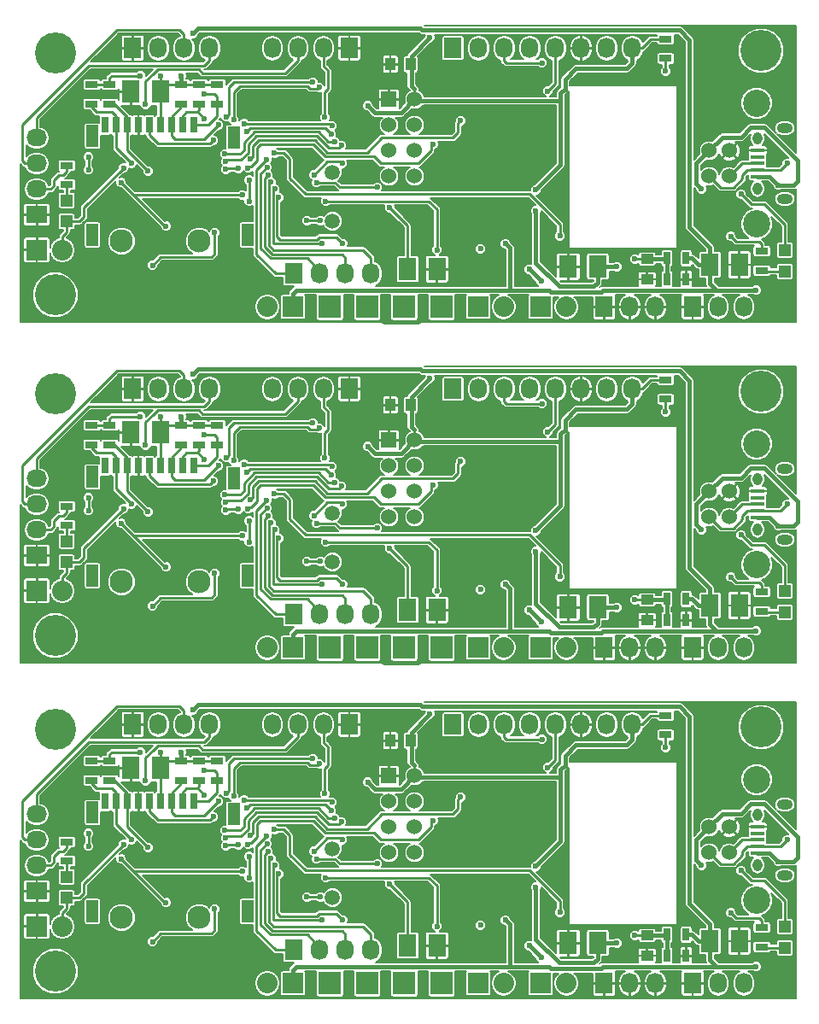
<source format=gtl>
G04 #@! TF.FileFunction,Copper,L1,Top,Signal*
%FSLAX46Y46*%
G04 Gerber Fmt 4.6, Leading zero omitted, Abs format (unit mm)*
G04 Created by KiCad (PCBNEW 4.0.4-stable) date Sun Nov  6 18:52:19 2016*
%MOMM*%
%LPD*%
G01*
G04 APERTURE LIST*
%ADD10C,0.100000*%
%ADD11C,1.524000*%
%ADD12C,2.700020*%
%ADD13R,0.660400X1.574800*%
%ADD14R,1.168400X2.184400*%
%ADD15C,2.300000*%
%ADD16R,1.524000X1.524000*%
%ADD17R,1.800000X2.230000*%
%ADD18R,1.000000X1.250000*%
%ADD19R,1.250000X1.000000*%
%ADD20R,1.198880X1.198880*%
%ADD21R,1.727200X2.032000*%
%ADD22O,1.727200X2.032000*%
%ADD23R,2.032000X2.032000*%
%ADD24O,2.032000X2.032000*%
%ADD25R,2.235200X2.235200*%
%ADD26R,2.032000X1.727200*%
%ADD27O,2.032000X1.727200*%
%ADD28R,1.300000X0.700000*%
%ADD29R,0.700000X1.300000*%
%ADD30C,1.501140*%
%ADD31R,1.350000X0.400000*%
%ADD32O,0.950000X1.250000*%
%ADD33O,1.550000X1.000000*%
%ADD34C,4.064000*%
%ADD35C,0.600000*%
%ADD36C,0.250000*%
%ADD37C,0.400000*%
%ADD38C,0.200000*%
G04 APERTURE END LIST*
D10*
D11*
X96520000Y-108458000D03*
X96520000Y-105918000D03*
X98518980Y-105918000D03*
X98518980Y-108458000D03*
D12*
X101219000Y-113187480D03*
X101219000Y-101188520D03*
D13*
X45415200Y-103378000D03*
X44323000Y-103378000D03*
X43230800Y-103378000D03*
X42113200Y-103378000D03*
X41021000Y-103378000D03*
X39928800Y-103378000D03*
X38811200Y-103378000D03*
X37719000Y-103378000D03*
X36626800Y-103378000D03*
D14*
X35380000Y-114278000D03*
X50730000Y-114278000D03*
X35380000Y-104478000D03*
X49380000Y-104648000D03*
D15*
X38265100Y-114878000D03*
X45961300Y-114878000D03*
D16*
X64770000Y-100838000D03*
D11*
X67310000Y-100838000D03*
X64770000Y-103378000D03*
X67310000Y-103378000D03*
X64770000Y-105918000D03*
X67310000Y-105918000D03*
X64770000Y-108458000D03*
X67310000Y-108458000D03*
D17*
X39180000Y-100076000D03*
X42100000Y-100076000D03*
D18*
X66913000Y-97345500D03*
X64913000Y-97345500D03*
D19*
X90360500Y-116665500D03*
X90360500Y-118665500D03*
D17*
X99504000Y-117221000D03*
X96584000Y-117221000D03*
X82550500Y-117411500D03*
X85470500Y-117411500D03*
X69532000Y-117665500D03*
X66612000Y-117665500D03*
D20*
X104013000Y-115790980D03*
X104013000Y-117889020D03*
X32829500Y-110837980D03*
X32829500Y-112936020D03*
D21*
X60833000Y-95758000D03*
D22*
X58293000Y-95758000D03*
X55753000Y-95758000D03*
X53213000Y-95758000D03*
D21*
X94869000Y-121412000D03*
D22*
X97409000Y-121412000D03*
X99949000Y-121412000D03*
D21*
X55372000Y-118110000D03*
D22*
X57912000Y-118110000D03*
X60452000Y-118110000D03*
X62992000Y-118110000D03*
D23*
X29845000Y-115760500D03*
D24*
X32385000Y-115760500D03*
D25*
X58928000Y-121412000D03*
X62611000Y-121412000D03*
D21*
X71120000Y-95758000D03*
D22*
X73660000Y-95758000D03*
X76200000Y-95758000D03*
X78740000Y-95758000D03*
X81280000Y-95758000D03*
X83820000Y-95758000D03*
X86360000Y-95758000D03*
X88900000Y-95758000D03*
D23*
X73596500Y-121412000D03*
D24*
X76136500Y-121412000D03*
D23*
X79819500Y-121412000D03*
D24*
X82359500Y-121412000D03*
D26*
X29845000Y-112268000D03*
D27*
X29845000Y-109728000D03*
X29845000Y-107188000D03*
X29845000Y-104648000D03*
D21*
X39370000Y-95758000D03*
D22*
X41910000Y-95758000D03*
X44450000Y-95758000D03*
X46990000Y-95758000D03*
D25*
X69977000Y-121412000D03*
X66294000Y-121412000D03*
D23*
X55245000Y-121412000D03*
D24*
X52705000Y-121412000D03*
D28*
X35306000Y-99380000D03*
X35306000Y-101280000D03*
X37084000Y-99380000D03*
X37084000Y-101280000D03*
X44196000Y-99380000D03*
X44196000Y-101280000D03*
X45974000Y-99380000D03*
X45974000Y-101280000D03*
X47752000Y-99380000D03*
X47752000Y-101280000D03*
D29*
X92331500Y-118681500D03*
X94231500Y-118681500D03*
X94231500Y-116586000D03*
X92331500Y-116586000D03*
D28*
X92202000Y-96771500D03*
X92202000Y-94871500D03*
X101727000Y-115890000D03*
X101727000Y-117790000D03*
X32829500Y-107381000D03*
X32829500Y-109281000D03*
D30*
X59182000Y-112930940D03*
X59182000Y-108049060D03*
D31*
X101307460Y-108488900D03*
X101307460Y-107838900D03*
X101307460Y-107188900D03*
X101307460Y-106538900D03*
X101307460Y-105888900D03*
D32*
X101307460Y-109688900D03*
X101307460Y-104688900D03*
D33*
X104007460Y-110688900D03*
X104007460Y-103688900D03*
D21*
X86106000Y-121412000D03*
D22*
X88646000Y-121412000D03*
X91186000Y-121412000D03*
D34*
X101670000Y-96012000D03*
X31675000Y-96218000D03*
X31675000Y-120218000D03*
X31675000Y-86944000D03*
X31675000Y-62944000D03*
X101670000Y-62738000D03*
D21*
X86106000Y-88138000D03*
D22*
X88646000Y-88138000D03*
X91186000Y-88138000D03*
D31*
X101307460Y-75214900D03*
X101307460Y-74564900D03*
X101307460Y-73914900D03*
X101307460Y-73264900D03*
X101307460Y-72614900D03*
D32*
X101307460Y-76414900D03*
X101307460Y-71414900D03*
D33*
X104007460Y-77414900D03*
X104007460Y-70414900D03*
D30*
X59182000Y-79656940D03*
X59182000Y-74775060D03*
D28*
X32829500Y-74107000D03*
X32829500Y-76007000D03*
X101727000Y-82616000D03*
X101727000Y-84516000D03*
X92202000Y-63497500D03*
X92202000Y-61597500D03*
D29*
X94231500Y-83312000D03*
X92331500Y-83312000D03*
X92331500Y-85407500D03*
X94231500Y-85407500D03*
D28*
X47752000Y-66106000D03*
X47752000Y-68006000D03*
X45974000Y-66106000D03*
X45974000Y-68006000D03*
X44196000Y-66106000D03*
X44196000Y-68006000D03*
X37084000Y-66106000D03*
X37084000Y-68006000D03*
X35306000Y-66106000D03*
X35306000Y-68006000D03*
D23*
X55245000Y-88138000D03*
D24*
X52705000Y-88138000D03*
D25*
X66294000Y-88138000D03*
X69977000Y-88138000D03*
D21*
X39370000Y-62484000D03*
D22*
X41910000Y-62484000D03*
X44450000Y-62484000D03*
X46990000Y-62484000D03*
D26*
X29845000Y-78994000D03*
D27*
X29845000Y-76454000D03*
X29845000Y-73914000D03*
X29845000Y-71374000D03*
D23*
X79819500Y-88138000D03*
D24*
X82359500Y-88138000D03*
D23*
X73596500Y-88138000D03*
D24*
X76136500Y-88138000D03*
D21*
X71120000Y-62484000D03*
D22*
X73660000Y-62484000D03*
X76200000Y-62484000D03*
X78740000Y-62484000D03*
X81280000Y-62484000D03*
X83820000Y-62484000D03*
X86360000Y-62484000D03*
X88900000Y-62484000D03*
D25*
X62611000Y-88138000D03*
X58928000Y-88138000D03*
D23*
X29845000Y-82486500D03*
D24*
X32385000Y-82486500D03*
D21*
X55372000Y-84836000D03*
D22*
X57912000Y-84836000D03*
X60452000Y-84836000D03*
X62992000Y-84836000D03*
D21*
X94869000Y-88138000D03*
D22*
X97409000Y-88138000D03*
X99949000Y-88138000D03*
D21*
X60833000Y-62484000D03*
D22*
X58293000Y-62484000D03*
X55753000Y-62484000D03*
X53213000Y-62484000D03*
D20*
X32829500Y-77563980D03*
X32829500Y-79662020D03*
X104013000Y-82516980D03*
X104013000Y-84615020D03*
D17*
X69532000Y-84391500D03*
X66612000Y-84391500D03*
X82550500Y-84137500D03*
X85470500Y-84137500D03*
X99504000Y-83947000D03*
X96584000Y-83947000D03*
D19*
X90360500Y-83391500D03*
X90360500Y-85391500D03*
D18*
X66913000Y-64071500D03*
X64913000Y-64071500D03*
D17*
X39180000Y-66802000D03*
X42100000Y-66802000D03*
D16*
X64770000Y-67564000D03*
D11*
X67310000Y-67564000D03*
X64770000Y-70104000D03*
X67310000Y-70104000D03*
X64770000Y-72644000D03*
X67310000Y-72644000D03*
X64770000Y-75184000D03*
X67310000Y-75184000D03*
D13*
X45415200Y-70104000D03*
X44323000Y-70104000D03*
X43230800Y-70104000D03*
X42113200Y-70104000D03*
X41021000Y-70104000D03*
X39928800Y-70104000D03*
X38811200Y-70104000D03*
X37719000Y-70104000D03*
X36626800Y-70104000D03*
D14*
X35380000Y-81004000D03*
X50730000Y-81004000D03*
X35380000Y-71204000D03*
X49380000Y-71374000D03*
D15*
X38265100Y-81604000D03*
X45961300Y-81604000D03*
D11*
X96520000Y-75184000D03*
X96520000Y-72644000D03*
X98518980Y-72644000D03*
X98518980Y-75184000D03*
D12*
X101219000Y-79913480D03*
X101219000Y-67914520D03*
D11*
X96520000Y-41402000D03*
X96520000Y-38862000D03*
X98518980Y-38862000D03*
X98518980Y-41402000D03*
D12*
X101219000Y-46131480D03*
X101219000Y-34132520D03*
D13*
X45415200Y-36322000D03*
X44323000Y-36322000D03*
X43230800Y-36322000D03*
X42113200Y-36322000D03*
X41021000Y-36322000D03*
X39928800Y-36322000D03*
X38811200Y-36322000D03*
X37719000Y-36322000D03*
X36626800Y-36322000D03*
D14*
X35380000Y-47222000D03*
X50730000Y-47222000D03*
X35380000Y-37422000D03*
X49380000Y-37592000D03*
D15*
X38265100Y-47822000D03*
X45961300Y-47822000D03*
D16*
X64770000Y-33782000D03*
D11*
X67310000Y-33782000D03*
X64770000Y-36322000D03*
X67310000Y-36322000D03*
X64770000Y-38862000D03*
X67310000Y-38862000D03*
X64770000Y-41402000D03*
X67310000Y-41402000D03*
D17*
X39180000Y-33020000D03*
X42100000Y-33020000D03*
D18*
X66913000Y-30289500D03*
X64913000Y-30289500D03*
D19*
X90360500Y-49609500D03*
X90360500Y-51609500D03*
D17*
X99504000Y-50165000D03*
X96584000Y-50165000D03*
X82550500Y-50355500D03*
X85470500Y-50355500D03*
X69532000Y-50609500D03*
X66612000Y-50609500D03*
D20*
X104013000Y-48734980D03*
X104013000Y-50833020D03*
X32829500Y-43781980D03*
X32829500Y-45880020D03*
D21*
X60833000Y-28702000D03*
D22*
X58293000Y-28702000D03*
X55753000Y-28702000D03*
X53213000Y-28702000D03*
D21*
X94869000Y-54356000D03*
D22*
X97409000Y-54356000D03*
X99949000Y-54356000D03*
D21*
X55372000Y-51054000D03*
D22*
X57912000Y-51054000D03*
X60452000Y-51054000D03*
X62992000Y-51054000D03*
D23*
X29845000Y-48704500D03*
D24*
X32385000Y-48704500D03*
D25*
X58928000Y-54356000D03*
X62611000Y-54356000D03*
D21*
X71120000Y-28702000D03*
D22*
X73660000Y-28702000D03*
X76200000Y-28702000D03*
X78740000Y-28702000D03*
X81280000Y-28702000D03*
X83820000Y-28702000D03*
X86360000Y-28702000D03*
X88900000Y-28702000D03*
D23*
X73596500Y-54356000D03*
D24*
X76136500Y-54356000D03*
D23*
X79819500Y-54356000D03*
D24*
X82359500Y-54356000D03*
D26*
X29845000Y-45212000D03*
D27*
X29845000Y-42672000D03*
X29845000Y-40132000D03*
X29845000Y-37592000D03*
D21*
X39370000Y-28702000D03*
D22*
X41910000Y-28702000D03*
X44450000Y-28702000D03*
X46990000Y-28702000D03*
D25*
X69977000Y-54356000D03*
X66294000Y-54356000D03*
D23*
X55245000Y-54356000D03*
D24*
X52705000Y-54356000D03*
D28*
X35306000Y-32324000D03*
X35306000Y-34224000D03*
X37084000Y-32324000D03*
X37084000Y-34224000D03*
X44196000Y-32324000D03*
X44196000Y-34224000D03*
X45974000Y-32324000D03*
X45974000Y-34224000D03*
X47752000Y-32324000D03*
X47752000Y-34224000D03*
D29*
X92331500Y-51625500D03*
X94231500Y-51625500D03*
X94231500Y-49530000D03*
X92331500Y-49530000D03*
D28*
X92202000Y-29715500D03*
X92202000Y-27815500D03*
X101727000Y-48834000D03*
X101727000Y-50734000D03*
X32829500Y-40325000D03*
X32829500Y-42225000D03*
D30*
X59182000Y-45874940D03*
X59182000Y-40993060D03*
D31*
X101307460Y-41432900D03*
X101307460Y-40782900D03*
X101307460Y-40132900D03*
X101307460Y-39482900D03*
X101307460Y-38832900D03*
D32*
X101307460Y-42632900D03*
X101307460Y-37632900D03*
D33*
X104007460Y-43632900D03*
X104007460Y-36632900D03*
D21*
X86106000Y-54356000D03*
D22*
X88646000Y-54356000D03*
X91186000Y-54356000D03*
D34*
X101670000Y-28956000D03*
X31675000Y-29162000D03*
X31675000Y-53162000D03*
D35*
X73850500Y-115633500D03*
X73850500Y-82359500D03*
X73850500Y-48577500D03*
X78803500Y-102425500D03*
X69392800Y-101803200D03*
X80772000Y-105029000D03*
X81991200Y-108661200D03*
X61112400Y-103428800D03*
X56388000Y-100139500D03*
X55816500Y-101790500D03*
X45212000Y-108140500D03*
X41910000Y-109029500D03*
X40322500Y-105600500D03*
X68580000Y-96520000D03*
X69977000Y-108521500D03*
X33909000Y-103886000D03*
X32385000Y-105791000D03*
X34988500Y-109283500D03*
X36703000Y-106680000D03*
X37655500Y-111188500D03*
X34925000Y-116459000D03*
X35750500Y-122047000D03*
X66103500Y-109537500D03*
X64262000Y-113601500D03*
X68008500Y-113728500D03*
X73787000Y-109283500D03*
X93281500Y-118681500D03*
X101600000Y-118935500D03*
X94615000Y-114744500D03*
X97663000Y-114046000D03*
X99060000Y-99060000D03*
X96456500Y-103060500D03*
X96393000Y-97218500D03*
X98298000Y-94805500D03*
X104394000Y-100076000D03*
X104457500Y-104902000D03*
X102298500Y-105029000D03*
X53911500Y-109093000D03*
X51498500Y-100203000D03*
X54610000Y-112331500D03*
X56197500Y-108712000D03*
X56197500Y-75438000D03*
X54610000Y-79057500D03*
X51498500Y-66929000D03*
X53911500Y-75819000D03*
X102298500Y-71755000D03*
X104457500Y-71628000D03*
X104394000Y-66802000D03*
X98298000Y-61531500D03*
X96393000Y-63944500D03*
X96456500Y-69786500D03*
X99060000Y-65786000D03*
X97663000Y-80772000D03*
X94615000Y-81470500D03*
X101600000Y-85661500D03*
X93281500Y-85407500D03*
X73787000Y-76009500D03*
X68008500Y-80454500D03*
X64262000Y-80327500D03*
X66103500Y-76263500D03*
X35750500Y-88773000D03*
X34925000Y-83185000D03*
X37655500Y-77914500D03*
X36703000Y-73406000D03*
X34988500Y-76009500D03*
X32385000Y-72517000D03*
X33909000Y-70612000D03*
X69977000Y-75247500D03*
X68580000Y-63246000D03*
X40322500Y-72326500D03*
X41910000Y-75755500D03*
X45212000Y-74866500D03*
X55816500Y-68516500D03*
X56388000Y-66865500D03*
X61112400Y-70154800D03*
X81991200Y-75387200D03*
X80772000Y-71755000D03*
X69392800Y-68529200D03*
X78803500Y-69151500D03*
X78803500Y-35369500D03*
X69392800Y-34747200D03*
X80772000Y-37973000D03*
X81991200Y-41605200D03*
X61112400Y-36372800D03*
X56388000Y-33083500D03*
X55816500Y-34734500D03*
X45212000Y-41084500D03*
X41910000Y-41973500D03*
X40322500Y-38544500D03*
X68580000Y-29464000D03*
X69977000Y-41465500D03*
X33909000Y-36830000D03*
X32385000Y-38735000D03*
X34988500Y-42227500D03*
X36703000Y-39624000D03*
X37655500Y-44132500D03*
X34925000Y-49403000D03*
X35750500Y-54991000D03*
X66103500Y-42481500D03*
X64262000Y-46545500D03*
X68008500Y-46672500D03*
X73787000Y-42227500D03*
X93281500Y-51625500D03*
X101600000Y-51879500D03*
X94615000Y-47688500D03*
X97663000Y-46990000D03*
X99060000Y-32004000D03*
X96456500Y-36004500D03*
X96393000Y-30162500D03*
X98298000Y-27749500D03*
X104394000Y-33020000D03*
X104457500Y-37846000D03*
X102298500Y-37973000D03*
X53911500Y-42037000D03*
X51498500Y-33147000D03*
X54610000Y-45275500D03*
X56197500Y-41656000D03*
X50228500Y-110299500D03*
X38227000Y-109093000D03*
X42672000Y-113411000D03*
X44196000Y-98488500D03*
X68834000Y-94678500D03*
X42100500Y-98488500D03*
X40132000Y-98488500D03*
X62674500Y-101473000D03*
X79311500Y-109791500D03*
X79311500Y-111887000D03*
X87376000Y-117411500D03*
X87376000Y-84137500D03*
X79311500Y-78613000D03*
X79311500Y-76517500D03*
X62674500Y-68199000D03*
X42100500Y-65214500D03*
X40132000Y-65214500D03*
X68834000Y-61404500D03*
X44196000Y-65214500D03*
X42672000Y-80137000D03*
X38227000Y-75819000D03*
X50228500Y-77025500D03*
X50228500Y-43243500D03*
X38227000Y-42037000D03*
X42672000Y-46355000D03*
X44196000Y-31432500D03*
X68834000Y-27622500D03*
X42100500Y-31432500D03*
X40132000Y-31432500D03*
X62674500Y-34417000D03*
X79311500Y-42735500D03*
X79311500Y-44831000D03*
X87376000Y-50355500D03*
X81724500Y-114363500D03*
X89154000Y-116649500D03*
X53403500Y-106172000D03*
X53403500Y-72898000D03*
X89154000Y-83375500D03*
X81724500Y-81089500D03*
X81724500Y-47307500D03*
X89154000Y-49593500D03*
X53403500Y-39116000D03*
X101155500Y-119761000D03*
X76327000Y-115125500D03*
X45339000Y-94297500D03*
X45339000Y-61023500D03*
X76327000Y-81851500D03*
X101155500Y-86487000D03*
X101155500Y-52705000D03*
X76327000Y-48069500D03*
X45339000Y-27241500D03*
X64833500Y-111569500D03*
X63627000Y-109537500D03*
X57594500Y-109093000D03*
X57594500Y-75819000D03*
X63627000Y-76263500D03*
X64833500Y-78295500D03*
X64833500Y-44513500D03*
X63627000Y-42481500D03*
X57594500Y-42037000D03*
X95758000Y-109728000D03*
X103378000Y-109347000D03*
X99695000Y-110236000D03*
X99695000Y-76962000D03*
X103378000Y-76073000D03*
X95758000Y-76454000D03*
X95758000Y-42672000D03*
X103378000Y-42291000D03*
X99695000Y-43180000D03*
X38481000Y-107632500D03*
X38481000Y-74358500D03*
X38481000Y-40576500D03*
X46482000Y-100330000D03*
X46482000Y-67056000D03*
X46482000Y-33274000D03*
X46482000Y-102743000D03*
X46482000Y-69469000D03*
X46482000Y-35687000D03*
X47879000Y-103378000D03*
X47879000Y-70104000D03*
X47879000Y-36322000D03*
X47371000Y-104902000D03*
X47371000Y-71628000D03*
X47371000Y-37846000D03*
X40894000Y-107950000D03*
X40894000Y-74676000D03*
X40894000Y-40894000D03*
X39243000Y-107188000D03*
X39243000Y-73914000D03*
X39243000Y-40132000D03*
X57340500Y-108331000D03*
X60134500Y-107188000D03*
X58420000Y-102616000D03*
X58420000Y-69342000D03*
X60134500Y-73914000D03*
X57340500Y-75057000D03*
X57340500Y-41275000D03*
X60134500Y-40132000D03*
X58420000Y-35560000D03*
X40640000Y-101346000D03*
X40640000Y-68072000D03*
X40640000Y-34290000D03*
X59118500Y-103441500D03*
X50419000Y-103251000D03*
X50419000Y-69977000D03*
X59118500Y-70167500D03*
X59118500Y-36385500D03*
X50419000Y-36195000D03*
X59055000Y-104267000D03*
X50673000Y-104013000D03*
X49847500Y-107696000D03*
X48577500Y-107759500D03*
X48577500Y-74485500D03*
X49847500Y-74422000D03*
X50673000Y-70739000D03*
X59055000Y-70993000D03*
X59055000Y-37211000D03*
X50673000Y-36957000D03*
X49847500Y-40640000D03*
X48577500Y-40703500D03*
X48514000Y-106235500D03*
X59372500Y-105029000D03*
X59372500Y-71755000D03*
X48514000Y-72961500D03*
X48514000Y-39179500D03*
X59372500Y-37973000D03*
X60071000Y-105410000D03*
X48577500Y-106997500D03*
X48577500Y-73723500D03*
X60071000Y-72136000D03*
X60071000Y-38354000D03*
X48577500Y-39941500D03*
X57848500Y-99631500D03*
X49403000Y-102870000D03*
X104267000Y-107188000D03*
X104267000Y-73914000D03*
X49403000Y-69596000D03*
X57848500Y-66357500D03*
X57848500Y-32575500D03*
X49403000Y-35814000D03*
X104267000Y-40132000D03*
X92202000Y-98044000D03*
X57213500Y-99123500D03*
X48641000Y-102552500D03*
X48641000Y-69278500D03*
X57213500Y-65849500D03*
X92202000Y-64770000D03*
X92202000Y-30988000D03*
X57213500Y-32067500D03*
X48641000Y-35496500D03*
X52641500Y-106807000D03*
X52641500Y-73533000D03*
X52641500Y-39751000D03*
X52705000Y-107569000D03*
X52705000Y-74295000D03*
X52705000Y-40513000D03*
X52768500Y-108331000D03*
X52768500Y-75057000D03*
X52768500Y-41275000D03*
X53086000Y-109029500D03*
X53086000Y-75755500D03*
X53086000Y-41973500D03*
X53467000Y-109728000D03*
X58166000Y-115125500D03*
X58166000Y-81851500D03*
X53467000Y-76454000D03*
X53467000Y-42672000D03*
X58166000Y-48069500D03*
X53848000Y-110553500D03*
X60198000Y-115125500D03*
X60198000Y-81851500D03*
X53848000Y-77279500D03*
X53848000Y-43497500D03*
X60198000Y-48069500D03*
X79946500Y-97218500D03*
X79946500Y-63944500D03*
X79946500Y-30162500D03*
X50800000Y-107632500D03*
X80518000Y-100012500D03*
X69151500Y-105283000D03*
X69151500Y-72009000D03*
X80518000Y-66738500D03*
X50800000Y-74358500D03*
X50800000Y-40576500D03*
X80518000Y-32956500D03*
X69151500Y-38227000D03*
X79883000Y-118872000D03*
X78676500Y-117665500D03*
X78676500Y-84391500D03*
X79883000Y-85598000D03*
X79883000Y-51816000D03*
X78676500Y-50609500D03*
X34988500Y-107823000D03*
X34988500Y-106553000D03*
X34988500Y-73279000D03*
X34988500Y-74549000D03*
X34988500Y-40767000D03*
X34988500Y-39497000D03*
X57975500Y-112839500D03*
X56642000Y-112839500D03*
X56642000Y-79565500D03*
X57975500Y-79565500D03*
X57975500Y-45783500D03*
X56642000Y-45783500D03*
X58483500Y-110934500D03*
X69532500Y-115760500D03*
X69532500Y-82486500D03*
X58483500Y-77660500D03*
X58483500Y-43878500D03*
X69532500Y-48704500D03*
X47498000Y-114046000D03*
X41338500Y-117284500D03*
X41338500Y-84010500D03*
X47498000Y-80772000D03*
X47498000Y-46990000D03*
X41338500Y-50228500D03*
X98679000Y-114427000D03*
X98679000Y-81153000D03*
X98679000Y-47371000D03*
X50927000Y-110934500D03*
X50927000Y-108839000D03*
X51054000Y-106743500D03*
X71882000Y-102933500D03*
X71882000Y-69659500D03*
X51054000Y-73469500D03*
X50927000Y-75565000D03*
X50927000Y-77660500D03*
X50927000Y-43878500D03*
X50927000Y-41783000D03*
X51054000Y-39687500D03*
X71882000Y-35877500D03*
D36*
X78803500Y-102425500D02*
X77787500Y-102425500D01*
X69748400Y-101447600D02*
X69392800Y-101803200D01*
X76809600Y-101447600D02*
X69748400Y-101447600D01*
X77787500Y-102425500D02*
X76809600Y-101447600D01*
X64770000Y-100838000D02*
X63309500Y-100838000D01*
X61112400Y-101384100D02*
X61112400Y-103428800D01*
X62039500Y-100457000D02*
X61112400Y-101384100D01*
X62928500Y-100457000D02*
X62039500Y-100457000D01*
X63309500Y-100838000D02*
X62928500Y-100457000D01*
X56388000Y-100139500D02*
X56388000Y-101219000D01*
X56388000Y-101219000D02*
X55816500Y-101790500D01*
X41910000Y-108204000D02*
X45148500Y-108204000D01*
X45148500Y-108204000D02*
X45212000Y-108140500D01*
X40767000Y-105600500D02*
X41910000Y-106743500D01*
X41910000Y-106743500D02*
X41910000Y-108204000D01*
X41910000Y-108204000D02*
X41910000Y-109029500D01*
X39928800Y-103378000D02*
X39928800Y-105206800D01*
X39928800Y-105206800D02*
X40322500Y-105600500D01*
X40322500Y-105600500D02*
X40767000Y-105600500D01*
X33909000Y-103886000D02*
X33909000Y-104267000D01*
X33909000Y-104267000D02*
X32385000Y-105791000D01*
X34988500Y-109283500D02*
X35623500Y-109283500D01*
X36703000Y-108204000D02*
X36703000Y-106680000D01*
X35623500Y-109283500D02*
X36703000Y-108204000D01*
X64262000Y-113601500D02*
X64262000Y-113538000D01*
X94231500Y-118681500D02*
X93281500Y-118681500D01*
X99060000Y-99060000D02*
X99060000Y-100457000D01*
X99060000Y-100457000D02*
X96456500Y-103060500D01*
X29845000Y-112268000D02*
X29845000Y-115760500D01*
X29845000Y-78994000D02*
X29845000Y-82486500D01*
X99060000Y-67183000D02*
X96456500Y-69786500D01*
X99060000Y-65786000D02*
X99060000Y-67183000D01*
X94231500Y-85407500D02*
X93281500Y-85407500D01*
X64262000Y-80327500D02*
X64262000Y-80264000D01*
X35623500Y-76009500D02*
X36703000Y-74930000D01*
X36703000Y-74930000D02*
X36703000Y-73406000D01*
X34988500Y-76009500D02*
X35623500Y-76009500D01*
X33909000Y-70993000D02*
X32385000Y-72517000D01*
X33909000Y-70612000D02*
X33909000Y-70993000D01*
X40322500Y-72326500D02*
X40767000Y-72326500D01*
X39928800Y-71932800D02*
X40322500Y-72326500D01*
X39928800Y-70104000D02*
X39928800Y-71932800D01*
X41910000Y-74930000D02*
X41910000Y-75755500D01*
X41910000Y-73469500D02*
X41910000Y-74930000D01*
X40767000Y-72326500D02*
X41910000Y-73469500D01*
X45148500Y-74930000D02*
X45212000Y-74866500D01*
X41910000Y-74930000D02*
X45148500Y-74930000D01*
X56388000Y-67945000D02*
X55816500Y-68516500D01*
X56388000Y-66865500D02*
X56388000Y-67945000D01*
X63309500Y-67564000D02*
X62928500Y-67183000D01*
X62928500Y-67183000D02*
X62039500Y-67183000D01*
X62039500Y-67183000D02*
X61112400Y-68110100D01*
X61112400Y-68110100D02*
X61112400Y-70154800D01*
X64770000Y-67564000D02*
X63309500Y-67564000D01*
X77787500Y-69151500D02*
X76809600Y-68173600D01*
X76809600Y-68173600D02*
X69748400Y-68173600D01*
X69748400Y-68173600D02*
X69392800Y-68529200D01*
X78803500Y-69151500D02*
X77787500Y-69151500D01*
X78803500Y-35369500D02*
X77787500Y-35369500D01*
X69748400Y-34391600D02*
X69392800Y-34747200D01*
X76809600Y-34391600D02*
X69748400Y-34391600D01*
X77787500Y-35369500D02*
X76809600Y-34391600D01*
X64770000Y-33782000D02*
X63309500Y-33782000D01*
X61112400Y-34328100D02*
X61112400Y-36372800D01*
X62039500Y-33401000D02*
X61112400Y-34328100D01*
X62928500Y-33401000D02*
X62039500Y-33401000D01*
X63309500Y-33782000D02*
X62928500Y-33401000D01*
X56388000Y-33083500D02*
X56388000Y-34163000D01*
X56388000Y-34163000D02*
X55816500Y-34734500D01*
X41910000Y-41148000D02*
X45148500Y-41148000D01*
X45148500Y-41148000D02*
X45212000Y-41084500D01*
X40767000Y-38544500D02*
X41910000Y-39687500D01*
X41910000Y-39687500D02*
X41910000Y-41148000D01*
X41910000Y-41148000D02*
X41910000Y-41973500D01*
X39928800Y-36322000D02*
X39928800Y-38150800D01*
X39928800Y-38150800D02*
X40322500Y-38544500D01*
X40322500Y-38544500D02*
X40767000Y-38544500D01*
X33909000Y-36830000D02*
X33909000Y-37211000D01*
X33909000Y-37211000D02*
X32385000Y-38735000D01*
X34988500Y-42227500D02*
X35623500Y-42227500D01*
X36703000Y-41148000D02*
X36703000Y-39624000D01*
X35623500Y-42227500D02*
X36703000Y-41148000D01*
X64262000Y-46545500D02*
X64262000Y-46482000D01*
X94231500Y-51625500D02*
X93281500Y-51625500D01*
X99060000Y-32004000D02*
X99060000Y-33401000D01*
X99060000Y-33401000D02*
X96456500Y-36004500D01*
X29845000Y-45212000D02*
X29845000Y-48704500D01*
X67310000Y-100838000D02*
X67310000Y-99822000D01*
X67310000Y-99822000D02*
X66976500Y-99488500D01*
X66976500Y-99488500D02*
X66976500Y-97409000D01*
X66976500Y-97409000D02*
X66913000Y-97345500D01*
X66913000Y-97345500D02*
X66913000Y-96815400D01*
X66913000Y-96815400D02*
X66976500Y-96751900D01*
X66976500Y-96751900D02*
X66913000Y-97345500D01*
X39433500Y-110299500D02*
X50228500Y-110299500D01*
X38227000Y-109093000D02*
X39433500Y-110299500D01*
X39433500Y-110299500D02*
X42545000Y-113411000D01*
X42545000Y-113411000D02*
X42672000Y-113411000D01*
D37*
X66976500Y-98488500D02*
X66976500Y-96536000D01*
X44196000Y-98488500D02*
X44196000Y-99380000D01*
X66976500Y-96536000D02*
X68834000Y-94678500D01*
D36*
X42100000Y-100076000D02*
X42100000Y-98489000D01*
X42100000Y-98489000D02*
X42100500Y-98488500D01*
X37084000Y-98679000D02*
X37084000Y-99380000D01*
X40132000Y-98488500D02*
X37274500Y-98488500D01*
X37274500Y-98488500D02*
X37084000Y-98679000D01*
D37*
X65976500Y-102171500D02*
X67310000Y-100838000D01*
X63373000Y-102171500D02*
X65976500Y-102171500D01*
X62674500Y-101473000D02*
X63373000Y-102171500D01*
X66976500Y-99488500D02*
X66976500Y-98488500D01*
X67310000Y-99822000D02*
X66976500Y-99488500D01*
X81788000Y-100965000D02*
X67437000Y-100965000D01*
X67437000Y-100965000D02*
X67310000Y-100838000D01*
X85470500Y-117411500D02*
X85470500Y-118999500D01*
X88900000Y-97282000D02*
X88900000Y-95758000D01*
X88392000Y-97790000D02*
X88900000Y-97282000D01*
X83312000Y-97790000D02*
X88392000Y-97790000D01*
X82232500Y-98869500D02*
X83312000Y-97790000D01*
X82232500Y-99758500D02*
X82232500Y-98869500D01*
X81788000Y-100203000D02*
X82232500Y-99758500D01*
X81788000Y-107315000D02*
X81788000Y-100965000D01*
X81788000Y-100965000D02*
X81788000Y-100203000D01*
X79311500Y-109791500D02*
X81788000Y-107315000D01*
X79311500Y-117030500D02*
X79311500Y-111887000D01*
X81661000Y-119380000D02*
X79311500Y-117030500D01*
X85090000Y-119380000D02*
X81661000Y-119380000D01*
X85470500Y-118999500D02*
X85090000Y-119380000D01*
X87376000Y-117411500D02*
X85470500Y-117411500D01*
D36*
X88900000Y-95758000D02*
X89852500Y-95758000D01*
X89852500Y-95758000D02*
X90739000Y-94871500D01*
X90739000Y-94871500D02*
X92202000Y-94871500D01*
X42113200Y-103378000D02*
X42113200Y-100089200D01*
X42113200Y-100089200D02*
X42100000Y-100076000D01*
X44196000Y-99380000D02*
X42796000Y-99380000D01*
X42796000Y-99380000D02*
X42100000Y-100076000D01*
X35306000Y-99380000D02*
X37084000Y-99380000D01*
X45974000Y-99380000D02*
X44196000Y-99380000D01*
X47752000Y-99380000D02*
X45974000Y-99380000D01*
X47752000Y-66106000D02*
X45974000Y-66106000D01*
X45974000Y-66106000D02*
X44196000Y-66106000D01*
X35306000Y-66106000D02*
X37084000Y-66106000D01*
X42796000Y-66106000D02*
X42100000Y-66802000D01*
X44196000Y-66106000D02*
X42796000Y-66106000D01*
X42113200Y-66815200D02*
X42100000Y-66802000D01*
X42113200Y-70104000D02*
X42113200Y-66815200D01*
X90739000Y-61597500D02*
X92202000Y-61597500D01*
X89852500Y-62484000D02*
X90739000Y-61597500D01*
X88900000Y-62484000D02*
X89852500Y-62484000D01*
D37*
X87376000Y-84137500D02*
X85470500Y-84137500D01*
X85470500Y-85725500D02*
X85090000Y-86106000D01*
X85090000Y-86106000D02*
X81661000Y-86106000D01*
X81661000Y-86106000D02*
X79311500Y-83756500D01*
X79311500Y-83756500D02*
X79311500Y-78613000D01*
X79311500Y-76517500D02*
X81788000Y-74041000D01*
X81788000Y-67691000D02*
X81788000Y-66929000D01*
X81788000Y-74041000D02*
X81788000Y-67691000D01*
X81788000Y-66929000D02*
X82232500Y-66484500D01*
X82232500Y-66484500D02*
X82232500Y-65595500D01*
X82232500Y-65595500D02*
X83312000Y-64516000D01*
X83312000Y-64516000D02*
X88392000Y-64516000D01*
X88392000Y-64516000D02*
X88900000Y-64008000D01*
X88900000Y-64008000D02*
X88900000Y-62484000D01*
X85470500Y-84137500D02*
X85470500Y-85725500D01*
X67437000Y-67691000D02*
X67310000Y-67564000D01*
X81788000Y-67691000D02*
X67437000Y-67691000D01*
X67310000Y-66548000D02*
X66976500Y-66214500D01*
X66976500Y-66214500D02*
X66976500Y-65214500D01*
X62674500Y-68199000D02*
X63373000Y-68897500D01*
X63373000Y-68897500D02*
X65976500Y-68897500D01*
X65976500Y-68897500D02*
X67310000Y-67564000D01*
D36*
X42100000Y-65215000D02*
X42100500Y-65214500D01*
X42100000Y-66802000D02*
X42100000Y-65215000D01*
X37084000Y-65405000D02*
X37084000Y-66106000D01*
X37274500Y-65214500D02*
X37084000Y-65405000D01*
X40132000Y-65214500D02*
X37274500Y-65214500D01*
D37*
X66976500Y-63262000D02*
X68834000Y-61404500D01*
X44196000Y-65214500D02*
X44196000Y-66106000D01*
X66976500Y-65214500D02*
X66976500Y-63262000D01*
D36*
X42545000Y-80137000D02*
X42672000Y-80137000D01*
X39433500Y-77025500D02*
X42545000Y-80137000D01*
X38227000Y-75819000D02*
X39433500Y-77025500D01*
X39433500Y-77025500D02*
X50228500Y-77025500D01*
X66976500Y-63477900D02*
X66913000Y-64071500D01*
X66913000Y-63541400D02*
X66976500Y-63477900D01*
X66913000Y-64071500D02*
X66913000Y-63541400D01*
X66976500Y-64135000D02*
X66913000Y-64071500D01*
X66976500Y-66214500D02*
X66976500Y-64135000D01*
X67310000Y-66548000D02*
X66976500Y-66214500D01*
X67310000Y-67564000D02*
X67310000Y-66548000D01*
X67310000Y-33782000D02*
X67310000Y-32766000D01*
X67310000Y-32766000D02*
X66976500Y-32432500D01*
X66976500Y-32432500D02*
X66976500Y-30353000D01*
X66976500Y-30353000D02*
X66913000Y-30289500D01*
X66913000Y-30289500D02*
X66913000Y-29759400D01*
X66913000Y-29759400D02*
X66976500Y-29695900D01*
X66976500Y-29695900D02*
X66913000Y-30289500D01*
X39433500Y-43243500D02*
X50228500Y-43243500D01*
X38227000Y-42037000D02*
X39433500Y-43243500D01*
X39433500Y-43243500D02*
X42545000Y-46355000D01*
X42545000Y-46355000D02*
X42672000Y-46355000D01*
D37*
X66976500Y-31432500D02*
X66976500Y-29480000D01*
X44196000Y-31432500D02*
X44196000Y-32324000D01*
X66976500Y-29480000D02*
X68834000Y-27622500D01*
D36*
X42100000Y-33020000D02*
X42100000Y-31433000D01*
X42100000Y-31433000D02*
X42100500Y-31432500D01*
X37274500Y-31432500D02*
X37084000Y-31623000D01*
X40132000Y-31432500D02*
X37274500Y-31432500D01*
X37084000Y-31623000D02*
X37084000Y-32324000D01*
D37*
X65976500Y-35115500D02*
X67310000Y-33782000D01*
X63373000Y-35115500D02*
X65976500Y-35115500D01*
X62674500Y-34417000D02*
X63373000Y-35115500D01*
X66976500Y-32432500D02*
X66976500Y-31432500D01*
X67310000Y-32766000D02*
X66976500Y-32432500D01*
X81788000Y-33909000D02*
X67437000Y-33909000D01*
X67437000Y-33909000D02*
X67310000Y-33782000D01*
X85470500Y-50355500D02*
X85470500Y-51943500D01*
X88900000Y-30226000D02*
X88900000Y-28702000D01*
X88392000Y-30734000D02*
X88900000Y-30226000D01*
X83312000Y-30734000D02*
X88392000Y-30734000D01*
X82232500Y-31813500D02*
X83312000Y-30734000D01*
X82232500Y-32702500D02*
X82232500Y-31813500D01*
X81788000Y-33147000D02*
X82232500Y-32702500D01*
X81788000Y-40259000D02*
X81788000Y-33909000D01*
X81788000Y-33909000D02*
X81788000Y-33147000D01*
X79311500Y-42735500D02*
X81788000Y-40259000D01*
X79311500Y-49974500D02*
X79311500Y-44831000D01*
X81661000Y-52324000D02*
X79311500Y-49974500D01*
X85090000Y-52324000D02*
X81661000Y-52324000D01*
X85470500Y-51943500D02*
X85090000Y-52324000D01*
X87376000Y-50355500D02*
X85470500Y-50355500D01*
D36*
X88900000Y-28702000D02*
X89852500Y-28702000D01*
X89852500Y-28702000D02*
X90739000Y-27815500D01*
X90739000Y-27815500D02*
X92202000Y-27815500D01*
X42113200Y-36322000D02*
X42113200Y-33033200D01*
X42113200Y-33033200D02*
X42100000Y-33020000D01*
X44196000Y-32324000D02*
X42796000Y-32324000D01*
X42796000Y-32324000D02*
X42100000Y-33020000D01*
X35306000Y-32324000D02*
X37084000Y-32324000D01*
X45974000Y-32324000D02*
X44196000Y-32324000D01*
X47752000Y-32324000D02*
X45974000Y-32324000D01*
X54356000Y-106172000D02*
X54927500Y-106743500D01*
X54927500Y-106743500D02*
X54927500Y-108648500D01*
X54927500Y-108648500D02*
X56515000Y-110236000D01*
X56515000Y-110236000D02*
X78740000Y-110236000D01*
X78740000Y-110236000D02*
X81724500Y-113220500D01*
X81724500Y-113220500D02*
X81724500Y-114363500D01*
X89154000Y-116649500D02*
X89170000Y-116665500D01*
X90360500Y-116665500D02*
X89170000Y-116665500D01*
X53403500Y-106172000D02*
X54356000Y-106172000D01*
D37*
X90360500Y-116665500D02*
X92252000Y-116665500D01*
X92252000Y-116665500D02*
X92331500Y-116586000D01*
X92331500Y-116586000D02*
X92331500Y-118681500D01*
X92331500Y-83312000D02*
X92331500Y-85407500D01*
X92252000Y-83391500D02*
X92331500Y-83312000D01*
X90360500Y-83391500D02*
X92252000Y-83391500D01*
D36*
X53403500Y-72898000D02*
X54356000Y-72898000D01*
X90360500Y-83391500D02*
X89170000Y-83391500D01*
X89154000Y-83375500D02*
X89170000Y-83391500D01*
X81724500Y-79946500D02*
X81724500Y-81089500D01*
X78740000Y-76962000D02*
X81724500Y-79946500D01*
X56515000Y-76962000D02*
X78740000Y-76962000D01*
X54927500Y-75374500D02*
X56515000Y-76962000D01*
X54927500Y-73469500D02*
X54927500Y-75374500D01*
X54356000Y-72898000D02*
X54927500Y-73469500D01*
X54356000Y-39116000D02*
X54927500Y-39687500D01*
X54927500Y-39687500D02*
X54927500Y-41592500D01*
X54927500Y-41592500D02*
X56515000Y-43180000D01*
X56515000Y-43180000D02*
X78740000Y-43180000D01*
X78740000Y-43180000D02*
X81724500Y-46164500D01*
X81724500Y-46164500D02*
X81724500Y-47307500D01*
X89154000Y-49593500D02*
X89170000Y-49609500D01*
X90360500Y-49609500D02*
X89170000Y-49609500D01*
X53403500Y-39116000D02*
X54356000Y-39116000D01*
D37*
X90360500Y-49609500D02*
X92252000Y-49609500D01*
X92252000Y-49609500D02*
X92331500Y-49530000D01*
X92331500Y-49530000D02*
X92331500Y-51625500D01*
X101155500Y-119761000D02*
X97282000Y-119761000D01*
X76771500Y-119761000D02*
X76771500Y-115570000D01*
X76771500Y-115570000D02*
X76327000Y-115125500D01*
X97282000Y-119761000D02*
X85979000Y-119761000D01*
X55245000Y-120078500D02*
X55245000Y-121412000D01*
X55562500Y-119761000D02*
X55245000Y-120078500D01*
X80645000Y-119761000D02*
X76771500Y-119761000D01*
X76771500Y-119761000D02*
X55562500Y-119761000D01*
X80835500Y-119951500D02*
X80645000Y-119761000D01*
X85788500Y-119951500D02*
X80835500Y-119951500D01*
X85979000Y-119761000D02*
X85788500Y-119951500D01*
X96584000Y-117221000D02*
X96584000Y-115507000D01*
X45847000Y-93789500D02*
X45339000Y-94297500D01*
X67881500Y-93789500D02*
X45847000Y-93789500D01*
X68072000Y-93980000D02*
X67881500Y-93789500D01*
X93599000Y-93980000D02*
X68072000Y-93980000D01*
X94551500Y-94932500D02*
X93599000Y-93980000D01*
X94551500Y-113474500D02*
X94551500Y-94932500D01*
X96584000Y-115507000D02*
X94551500Y-113474500D01*
X96584000Y-117221000D02*
X96584000Y-119063000D01*
X96584000Y-119063000D02*
X97282000Y-119761000D01*
D36*
X32829500Y-107381000D02*
X32829500Y-108013500D01*
X32829500Y-108013500D02*
X32512000Y-108331000D01*
X32512000Y-108331000D02*
X32067500Y-108331000D01*
X32067500Y-108331000D02*
X31559500Y-108839000D01*
X31559500Y-108839000D02*
X31559500Y-109410500D01*
X31559500Y-109410500D02*
X31242000Y-109728000D01*
X31242000Y-109728000D02*
X29845000Y-109728000D01*
D37*
X94231500Y-116586000D02*
X94805500Y-116586000D01*
X95440500Y-117221000D02*
X96584000Y-117221000D01*
X94805500Y-116586000D02*
X95440500Y-117221000D01*
X94805500Y-83312000D02*
X95440500Y-83947000D01*
X95440500Y-83947000D02*
X96584000Y-83947000D01*
X94231500Y-83312000D02*
X94805500Y-83312000D01*
D36*
X31242000Y-76454000D02*
X29845000Y-76454000D01*
X31559500Y-76136500D02*
X31242000Y-76454000D01*
X31559500Y-75565000D02*
X31559500Y-76136500D01*
X32067500Y-75057000D02*
X31559500Y-75565000D01*
X32512000Y-75057000D02*
X32067500Y-75057000D01*
X32829500Y-74739500D02*
X32512000Y-75057000D01*
X32829500Y-74107000D02*
X32829500Y-74739500D01*
D37*
X96584000Y-85789000D02*
X97282000Y-86487000D01*
X96584000Y-83947000D02*
X96584000Y-85789000D01*
X96584000Y-82233000D02*
X94551500Y-80200500D01*
X94551500Y-80200500D02*
X94551500Y-61658500D01*
X94551500Y-61658500D02*
X93599000Y-60706000D01*
X93599000Y-60706000D02*
X68072000Y-60706000D01*
X68072000Y-60706000D02*
X67881500Y-60515500D01*
X67881500Y-60515500D02*
X45847000Y-60515500D01*
X45847000Y-60515500D02*
X45339000Y-61023500D01*
X96584000Y-83947000D02*
X96584000Y-82233000D01*
X85979000Y-86487000D02*
X85788500Y-86677500D01*
X85788500Y-86677500D02*
X80835500Y-86677500D01*
X80835500Y-86677500D02*
X80645000Y-86487000D01*
X76771500Y-86487000D02*
X55562500Y-86487000D01*
X80645000Y-86487000D02*
X76771500Y-86487000D01*
X55562500Y-86487000D02*
X55245000Y-86804500D01*
X55245000Y-86804500D02*
X55245000Y-88138000D01*
X97282000Y-86487000D02*
X85979000Y-86487000D01*
X76771500Y-82296000D02*
X76327000Y-81851500D01*
X76771500Y-86487000D02*
X76771500Y-82296000D01*
X101155500Y-86487000D02*
X97282000Y-86487000D01*
X101155500Y-52705000D02*
X97282000Y-52705000D01*
X76771500Y-52705000D02*
X76771500Y-48514000D01*
X76771500Y-48514000D02*
X76327000Y-48069500D01*
X97282000Y-52705000D02*
X85979000Y-52705000D01*
X55245000Y-53022500D02*
X55245000Y-54356000D01*
X55562500Y-52705000D02*
X55245000Y-53022500D01*
X80645000Y-52705000D02*
X76771500Y-52705000D01*
X76771500Y-52705000D02*
X55562500Y-52705000D01*
X80835500Y-52895500D02*
X80645000Y-52705000D01*
X85788500Y-52895500D02*
X80835500Y-52895500D01*
X85979000Y-52705000D02*
X85788500Y-52895500D01*
X96584000Y-50165000D02*
X96584000Y-48451000D01*
X45847000Y-26733500D02*
X45339000Y-27241500D01*
X67881500Y-26733500D02*
X45847000Y-26733500D01*
X68072000Y-26924000D02*
X67881500Y-26733500D01*
X93599000Y-26924000D02*
X68072000Y-26924000D01*
X94551500Y-27876500D02*
X93599000Y-26924000D01*
X94551500Y-46418500D02*
X94551500Y-27876500D01*
X96584000Y-48451000D02*
X94551500Y-46418500D01*
X96584000Y-50165000D02*
X96584000Y-52007000D01*
X96584000Y-52007000D02*
X97282000Y-52705000D01*
D36*
X32829500Y-40325000D02*
X32829500Y-40957500D01*
X32829500Y-40957500D02*
X32512000Y-41275000D01*
X32512000Y-41275000D02*
X32067500Y-41275000D01*
X32067500Y-41275000D02*
X31559500Y-41783000D01*
X31559500Y-41783000D02*
X31559500Y-42354500D01*
X31559500Y-42354500D02*
X31242000Y-42672000D01*
X31242000Y-42672000D02*
X29845000Y-42672000D01*
D37*
X94231500Y-49530000D02*
X94805500Y-49530000D01*
X95440500Y-50165000D02*
X96584000Y-50165000D01*
X94805500Y-49530000D02*
X95440500Y-50165000D01*
D36*
X66612000Y-113348000D02*
X66612000Y-117665500D01*
X64833500Y-111569500D02*
X66612000Y-113348000D01*
X59880500Y-109537500D02*
X63627000Y-109537500D01*
X59436000Y-109093000D02*
X59880500Y-109537500D01*
X57594500Y-109093000D02*
X59436000Y-109093000D01*
X57594500Y-75819000D02*
X59436000Y-75819000D01*
X59436000Y-75819000D02*
X59880500Y-76263500D01*
X59880500Y-76263500D02*
X63627000Y-76263500D01*
X64833500Y-78295500D02*
X66612000Y-80074000D01*
X66612000Y-80074000D02*
X66612000Y-84391500D01*
X66612000Y-46292000D02*
X66612000Y-50609500D01*
X64833500Y-44513500D02*
X66612000Y-46292000D01*
X59880500Y-42481500D02*
X63627000Y-42481500D01*
X59436000Y-42037000D02*
X59880500Y-42481500D01*
X57594500Y-42037000D02*
X59436000Y-42037000D01*
D37*
X96520000Y-105918000D02*
X95250000Y-107188000D01*
X95250000Y-109220000D02*
X95758000Y-109728000D01*
X95250000Y-107188000D02*
X95250000Y-109220000D01*
X96520000Y-105918000D02*
X97853500Y-104584500D01*
X104838500Y-109347000D02*
X103378000Y-109347000D01*
X105283000Y-108902500D02*
X104838500Y-109347000D01*
X105283000Y-106934000D02*
X105283000Y-108902500D01*
X101981000Y-103632000D02*
X105283000Y-106934000D01*
X100647500Y-103632000D02*
X101981000Y-103632000D01*
X99695000Y-104584500D02*
X100647500Y-103632000D01*
X97853500Y-104584500D02*
X99695000Y-104584500D01*
X101307460Y-108488900D02*
X102519900Y-108488900D01*
X102519900Y-108488900D02*
X103378000Y-109347000D01*
D36*
X104013000Y-113284000D02*
X104013000Y-115790980D01*
X101981000Y-111252000D02*
X104013000Y-113284000D01*
X100711000Y-111252000D02*
X101981000Y-111252000D01*
X99695000Y-110236000D02*
X100711000Y-111252000D01*
X99695000Y-76962000D02*
X100711000Y-77978000D01*
X100711000Y-77978000D02*
X101981000Y-77978000D01*
X101981000Y-77978000D02*
X104013000Y-80010000D01*
X104013000Y-80010000D02*
X104013000Y-82516980D01*
D37*
X102519900Y-75214900D02*
X103378000Y-76073000D01*
X101307460Y-75214900D02*
X102519900Y-75214900D01*
X97853500Y-71310500D02*
X99695000Y-71310500D01*
X99695000Y-71310500D02*
X100647500Y-70358000D01*
X100647500Y-70358000D02*
X101981000Y-70358000D01*
X101981000Y-70358000D02*
X105283000Y-73660000D01*
X105283000Y-73660000D02*
X105283000Y-75628500D01*
X105283000Y-75628500D02*
X104838500Y-76073000D01*
X104838500Y-76073000D02*
X103378000Y-76073000D01*
X96520000Y-72644000D02*
X97853500Y-71310500D01*
X95250000Y-73914000D02*
X95250000Y-75946000D01*
X95250000Y-75946000D02*
X95758000Y-76454000D01*
X96520000Y-72644000D02*
X95250000Y-73914000D01*
X96520000Y-38862000D02*
X95250000Y-40132000D01*
X95250000Y-42164000D02*
X95758000Y-42672000D01*
X95250000Y-40132000D02*
X95250000Y-42164000D01*
X96520000Y-38862000D02*
X97853500Y-37528500D01*
X104838500Y-42291000D02*
X103378000Y-42291000D01*
X105283000Y-41846500D02*
X104838500Y-42291000D01*
X105283000Y-39878000D02*
X105283000Y-41846500D01*
X101981000Y-36576000D02*
X105283000Y-39878000D01*
X100647500Y-36576000D02*
X101981000Y-36576000D01*
X99695000Y-37528500D02*
X100647500Y-36576000D01*
X97853500Y-37528500D02*
X99695000Y-37528500D01*
X101307460Y-41432900D02*
X102519900Y-41432900D01*
X102519900Y-41432900D02*
X103378000Y-42291000D01*
D36*
X104013000Y-46228000D02*
X104013000Y-48734980D01*
X101981000Y-44196000D02*
X104013000Y-46228000D01*
X100711000Y-44196000D02*
X101981000Y-44196000D01*
X99695000Y-43180000D02*
X100711000Y-44196000D01*
X104013000Y-117889020D02*
X101826020Y-117889020D01*
X101826020Y-117889020D02*
X101727000Y-117790000D01*
X101826020Y-84615020D02*
X101727000Y-84516000D01*
X104013000Y-84615020D02*
X101826020Y-84615020D01*
X104013000Y-50833020D02*
X101826020Y-50833020D01*
X101826020Y-50833020D02*
X101727000Y-50734000D01*
X32829500Y-110837980D02*
X32829500Y-109281000D01*
X32829500Y-77563980D02*
X32829500Y-76007000D01*
X32829500Y-43781980D02*
X32829500Y-42225000D01*
X32829500Y-112936020D02*
X32829500Y-113982500D01*
X32385000Y-114427000D02*
X32385000Y-115760500D01*
X32829500Y-113982500D02*
X32385000Y-114427000D01*
X34066480Y-112936020D02*
X32829500Y-112936020D01*
X34544000Y-112458500D02*
X34066480Y-112936020D01*
X34544000Y-111569500D02*
X34544000Y-112458500D01*
X38481000Y-107632500D02*
X34544000Y-111569500D01*
X38481000Y-74358500D02*
X34544000Y-78295500D01*
X34544000Y-78295500D02*
X34544000Y-79184500D01*
X34544000Y-79184500D02*
X34066480Y-79662020D01*
X34066480Y-79662020D02*
X32829500Y-79662020D01*
X32829500Y-80708500D02*
X32385000Y-81153000D01*
X32385000Y-81153000D02*
X32385000Y-82486500D01*
X32829500Y-79662020D02*
X32829500Y-80708500D01*
X32829500Y-45880020D02*
X32829500Y-46926500D01*
X32385000Y-47371000D02*
X32385000Y-48704500D01*
X32829500Y-46926500D02*
X32385000Y-47371000D01*
X34066480Y-45880020D02*
X32829500Y-45880020D01*
X34544000Y-45402500D02*
X34066480Y-45880020D01*
X34544000Y-44513500D02*
X34544000Y-45402500D01*
X38481000Y-40576500D02*
X34544000Y-44513500D01*
X47752000Y-101280000D02*
X47752000Y-102489000D01*
X46863000Y-103378000D02*
X45415200Y-103378000D01*
X47752000Y-102489000D02*
X46863000Y-103378000D01*
X47752000Y-100584000D02*
X47752000Y-101280000D01*
X47498000Y-100330000D02*
X47752000Y-100584000D01*
X46482000Y-100330000D02*
X47498000Y-100330000D01*
X46482000Y-67056000D02*
X47498000Y-67056000D01*
X47498000Y-67056000D02*
X47752000Y-67310000D01*
X47752000Y-67310000D02*
X47752000Y-68006000D01*
X47752000Y-69215000D02*
X46863000Y-70104000D01*
X46863000Y-70104000D02*
X45415200Y-70104000D01*
X47752000Y-68006000D02*
X47752000Y-69215000D01*
X47752000Y-34224000D02*
X47752000Y-35433000D01*
X46863000Y-36322000D02*
X45415200Y-36322000D01*
X47752000Y-35433000D02*
X46863000Y-36322000D01*
X47752000Y-33528000D02*
X47752000Y-34224000D01*
X47498000Y-33274000D02*
X47752000Y-33528000D01*
X46482000Y-33274000D02*
X47498000Y-33274000D01*
X45847000Y-102108000D02*
X45847000Y-101981000D01*
X46482000Y-102743000D02*
X45847000Y-102108000D01*
X44323000Y-103378000D02*
X44323000Y-102489000D01*
X45974000Y-101854000D02*
X45974000Y-101280000D01*
X45720000Y-102108000D02*
X45847000Y-101981000D01*
X45847000Y-101981000D02*
X45974000Y-101854000D01*
X44704000Y-102108000D02*
X45720000Y-102108000D01*
X44323000Y-102489000D02*
X44704000Y-102108000D01*
X44323000Y-69215000D02*
X44704000Y-68834000D01*
X44704000Y-68834000D02*
X45720000Y-68834000D01*
X45847000Y-68707000D02*
X45974000Y-68580000D01*
X45720000Y-68834000D02*
X45847000Y-68707000D01*
X45974000Y-68580000D02*
X45974000Y-68006000D01*
X44323000Y-70104000D02*
X44323000Y-69215000D01*
X46482000Y-69469000D02*
X45847000Y-68834000D01*
X45847000Y-68834000D02*
X45847000Y-68707000D01*
X45847000Y-35052000D02*
X45847000Y-34925000D01*
X46482000Y-35687000D02*
X45847000Y-35052000D01*
X44323000Y-36322000D02*
X44323000Y-35433000D01*
X45974000Y-34798000D02*
X45974000Y-34224000D01*
X45720000Y-35052000D02*
X45847000Y-34925000D01*
X45847000Y-34925000D02*
X45974000Y-34798000D01*
X44704000Y-35052000D02*
X45720000Y-35052000D01*
X44323000Y-35433000D02*
X44704000Y-35052000D01*
X43230800Y-104444800D02*
X43230800Y-103378000D01*
X43561000Y-104775000D02*
X43230800Y-104444800D01*
X46482000Y-104775000D02*
X43561000Y-104775000D01*
X47879000Y-103378000D02*
X46482000Y-104775000D01*
X43230800Y-103378000D02*
X43230800Y-102565200D01*
X43230800Y-102565200D02*
X44196000Y-101600000D01*
X44196000Y-101600000D02*
X44196000Y-101280000D01*
X44196000Y-68326000D02*
X44196000Y-68006000D01*
X43230800Y-69291200D02*
X44196000Y-68326000D01*
X43230800Y-70104000D02*
X43230800Y-69291200D01*
X47879000Y-70104000D02*
X46482000Y-71501000D01*
X46482000Y-71501000D02*
X43561000Y-71501000D01*
X43561000Y-71501000D02*
X43230800Y-71170800D01*
X43230800Y-71170800D02*
X43230800Y-70104000D01*
X43230800Y-37388800D02*
X43230800Y-36322000D01*
X43561000Y-37719000D02*
X43230800Y-37388800D01*
X46482000Y-37719000D02*
X43561000Y-37719000D01*
X47879000Y-36322000D02*
X46482000Y-37719000D01*
X43230800Y-36322000D02*
X43230800Y-35509200D01*
X43230800Y-35509200D02*
X44196000Y-34544000D01*
X44196000Y-34544000D02*
X44196000Y-34224000D01*
X41021000Y-103378000D02*
X41021000Y-104394000D01*
X47047998Y-105225002D02*
X47371000Y-104902000D01*
X41852002Y-105225002D02*
X47047998Y-105225002D01*
X41021000Y-104394000D02*
X41852002Y-105225002D01*
X41021000Y-71120000D02*
X41852002Y-71951002D01*
X41852002Y-71951002D02*
X47047998Y-71951002D01*
X47047998Y-71951002D02*
X47371000Y-71628000D01*
X41021000Y-70104000D02*
X41021000Y-71120000D01*
X41021000Y-36322000D02*
X41021000Y-37338000D01*
X47047998Y-38169002D02*
X47371000Y-37846000D01*
X41852002Y-38169002D02*
X47047998Y-38169002D01*
X41021000Y-37338000D02*
X41852002Y-38169002D01*
X38811200Y-103378000D02*
X38811200Y-105867200D01*
X38811200Y-105867200D02*
X40894000Y-107950000D01*
X37084000Y-101280000D02*
X37526000Y-101280000D01*
X37526000Y-101280000D02*
X38811200Y-102565200D01*
X38811200Y-102565200D02*
X38811200Y-103378000D01*
X38811200Y-69291200D02*
X38811200Y-70104000D01*
X37526000Y-68006000D02*
X38811200Y-69291200D01*
X37084000Y-68006000D02*
X37526000Y-68006000D01*
X38811200Y-72593200D02*
X40894000Y-74676000D01*
X38811200Y-70104000D02*
X38811200Y-72593200D01*
X38811200Y-36322000D02*
X38811200Y-38811200D01*
X38811200Y-38811200D02*
X40894000Y-40894000D01*
X37084000Y-34224000D02*
X37526000Y-34224000D01*
X37526000Y-34224000D02*
X38811200Y-35509200D01*
X38811200Y-35509200D02*
X38811200Y-36322000D01*
X37719000Y-105664000D02*
X37719000Y-103378000D01*
X39243000Y-107188000D02*
X37719000Y-105664000D01*
X35306000Y-101280000D02*
X35306000Y-101600000D01*
X35306000Y-101600000D02*
X35814000Y-102108000D01*
X35814000Y-102108000D02*
X37338000Y-102108000D01*
X37338000Y-102108000D02*
X37719000Y-102489000D01*
X37719000Y-102489000D02*
X37719000Y-103378000D01*
X37719000Y-69215000D02*
X37719000Y-70104000D01*
X37338000Y-68834000D02*
X37719000Y-69215000D01*
X35814000Y-68834000D02*
X37338000Y-68834000D01*
X35306000Y-68326000D02*
X35814000Y-68834000D01*
X35306000Y-68006000D02*
X35306000Y-68326000D01*
X39243000Y-73914000D02*
X37719000Y-72390000D01*
X37719000Y-72390000D02*
X37719000Y-70104000D01*
X37719000Y-38608000D02*
X37719000Y-36322000D01*
X39243000Y-40132000D02*
X37719000Y-38608000D01*
X35306000Y-34224000D02*
X35306000Y-34544000D01*
X35306000Y-34544000D02*
X35814000Y-35052000D01*
X35814000Y-35052000D02*
X37338000Y-35052000D01*
X37338000Y-35052000D02*
X37719000Y-35433000D01*
X37719000Y-35433000D02*
X37719000Y-36322000D01*
X58420000Y-102616000D02*
X58420000Y-100139500D01*
X57340500Y-108331000D02*
X58674000Y-106997500D01*
X58674000Y-106997500D02*
X59944000Y-106997500D01*
X59944000Y-106997500D02*
X60134500Y-107188000D01*
X58293000Y-97536000D02*
X58293000Y-95758000D01*
X58737500Y-97980500D02*
X58293000Y-97536000D01*
X58737500Y-99822000D02*
X58737500Y-97980500D01*
X58420000Y-100139500D02*
X58737500Y-99822000D01*
X58420000Y-66865500D02*
X58737500Y-66548000D01*
X58737500Y-66548000D02*
X58737500Y-64706500D01*
X58737500Y-64706500D02*
X58293000Y-64262000D01*
X58293000Y-64262000D02*
X58293000Y-62484000D01*
X59944000Y-73723500D02*
X60134500Y-73914000D01*
X58674000Y-73723500D02*
X59944000Y-73723500D01*
X57340500Y-75057000D02*
X58674000Y-73723500D01*
X58420000Y-69342000D02*
X58420000Y-66865500D01*
X58420000Y-35560000D02*
X58420000Y-33083500D01*
X57340500Y-41275000D02*
X58674000Y-39941500D01*
X58674000Y-39941500D02*
X59944000Y-39941500D01*
X59944000Y-39941500D02*
X60134500Y-40132000D01*
X58293000Y-30480000D02*
X58293000Y-28702000D01*
X58737500Y-30924500D02*
X58293000Y-30480000D01*
X58737500Y-32766000D02*
X58737500Y-30924500D01*
X58420000Y-33083500D02*
X58737500Y-32766000D01*
X54483000Y-98234500D02*
X46291500Y-98234500D01*
X55753000Y-96964500D02*
X54483000Y-98234500D01*
X41465500Y-98234500D02*
X40640000Y-99060000D01*
X40640000Y-99060000D02*
X40640000Y-101346000D01*
X55753000Y-96964500D02*
X55753000Y-95758000D01*
X41827498Y-97872502D02*
X41465500Y-98234500D01*
X45929502Y-97872502D02*
X41827498Y-97872502D01*
X46291500Y-98234500D02*
X45929502Y-97872502D01*
X46291500Y-64960500D02*
X45929502Y-64598502D01*
X45929502Y-64598502D02*
X41827498Y-64598502D01*
X41827498Y-64598502D02*
X41465500Y-64960500D01*
X55753000Y-63690500D02*
X55753000Y-62484000D01*
X40640000Y-65786000D02*
X40640000Y-68072000D01*
X41465500Y-64960500D02*
X40640000Y-65786000D01*
X55753000Y-63690500D02*
X54483000Y-64960500D01*
X54483000Y-64960500D02*
X46291500Y-64960500D01*
X54483000Y-31178500D02*
X46291500Y-31178500D01*
X55753000Y-29908500D02*
X54483000Y-31178500D01*
X41465500Y-31178500D02*
X40640000Y-32004000D01*
X40640000Y-32004000D02*
X40640000Y-34290000D01*
X55753000Y-29908500D02*
X55753000Y-28702000D01*
X41827498Y-30816502D02*
X41465500Y-31178500D01*
X45929502Y-30816502D02*
X41827498Y-30816502D01*
X46291500Y-31178500D02*
X45929502Y-30816502D01*
X59118500Y-103378000D02*
X59118500Y-103441500D01*
X58991500Y-103251000D02*
X59118500Y-103378000D01*
X52895500Y-103251000D02*
X58991500Y-103251000D01*
X50419000Y-103251000D02*
X52895500Y-103251000D01*
X50419000Y-69977000D02*
X52895500Y-69977000D01*
X52895500Y-69977000D02*
X58991500Y-69977000D01*
X58991500Y-69977000D02*
X59118500Y-70104000D01*
X59118500Y-70104000D02*
X59118500Y-70167500D01*
X59118500Y-36322000D02*
X59118500Y-36385500D01*
X58991500Y-36195000D02*
X59118500Y-36322000D01*
X52895500Y-36195000D02*
X58991500Y-36195000D01*
X50419000Y-36195000D02*
X52895500Y-36195000D01*
X58439002Y-103651002D02*
X59055000Y-104267000D01*
X51034998Y-103651002D02*
X58439002Y-103651002D01*
X50673000Y-104013000D02*
X51034998Y-103651002D01*
X48641000Y-107696000D02*
X49847500Y-107696000D01*
X48577500Y-107759500D02*
X48641000Y-107696000D01*
X48577500Y-74485500D02*
X48641000Y-74422000D01*
X48641000Y-74422000D02*
X49847500Y-74422000D01*
X50673000Y-70739000D02*
X51034998Y-70377002D01*
X51034998Y-70377002D02*
X58439002Y-70377002D01*
X58439002Y-70377002D02*
X59055000Y-70993000D01*
X58439002Y-36595002D02*
X59055000Y-37211000D01*
X51034998Y-36595002D02*
X58439002Y-36595002D01*
X50673000Y-36957000D02*
X51034998Y-36595002D01*
X48641000Y-40640000D02*
X49847500Y-40640000D01*
X48577500Y-40703500D02*
X48641000Y-40640000D01*
X50038000Y-106235500D02*
X48514000Y-106235500D01*
X50419000Y-105854500D02*
X50038000Y-106235500D01*
X50419000Y-105092500D02*
X50419000Y-105854500D01*
X51460496Y-104051004D02*
X50419000Y-105092500D01*
X57759504Y-104051004D02*
X51460496Y-104051004D01*
X58737500Y-105029000D02*
X57759504Y-104051004D01*
X59372500Y-105029000D02*
X58737500Y-105029000D01*
X59372500Y-71755000D02*
X58737500Y-71755000D01*
X58737500Y-71755000D02*
X57759504Y-70777004D01*
X57759504Y-70777004D02*
X51460496Y-70777004D01*
X51460496Y-70777004D02*
X50419000Y-71818500D01*
X50419000Y-71818500D02*
X50419000Y-72580500D01*
X50419000Y-72580500D02*
X50038000Y-72961500D01*
X50038000Y-72961500D02*
X48514000Y-72961500D01*
X50038000Y-39179500D02*
X48514000Y-39179500D01*
X50419000Y-38798500D02*
X50038000Y-39179500D01*
X50419000Y-38036500D02*
X50419000Y-38798500D01*
X51460496Y-36995004D02*
X50419000Y-38036500D01*
X57759504Y-36995004D02*
X51460496Y-36995004D01*
X58737500Y-37973000D02*
X57759504Y-36995004D01*
X59372500Y-37973000D02*
X58737500Y-37973000D01*
X59817000Y-105664000D02*
X60071000Y-105410000D01*
X58806812Y-105664000D02*
X59817000Y-105664000D01*
X57593818Y-104451006D02*
X58806812Y-105664000D01*
X51626182Y-104451006D02*
X57593818Y-104451006D01*
X50819002Y-105258186D02*
X51626182Y-104451006D01*
X50819002Y-106089498D02*
X50819002Y-105258186D01*
X50101500Y-106807000D02*
X50819002Y-106089498D01*
X48768000Y-106807000D02*
X50101500Y-106807000D01*
X48577500Y-106997500D02*
X48768000Y-106807000D01*
X48577500Y-73723500D02*
X48768000Y-73533000D01*
X48768000Y-73533000D02*
X50101500Y-73533000D01*
X50101500Y-73533000D02*
X50819002Y-72815498D01*
X50819002Y-72815498D02*
X50819002Y-71984186D01*
X50819002Y-71984186D02*
X51626182Y-71177006D01*
X51626182Y-71177006D02*
X57593818Y-71177006D01*
X57593818Y-71177006D02*
X58806812Y-72390000D01*
X58806812Y-72390000D02*
X59817000Y-72390000D01*
X59817000Y-72390000D02*
X60071000Y-72136000D01*
X59817000Y-38608000D02*
X60071000Y-38354000D01*
X58806812Y-38608000D02*
X59817000Y-38608000D01*
X57593818Y-37395006D02*
X58806812Y-38608000D01*
X51626182Y-37395006D02*
X57593818Y-37395006D01*
X50819002Y-38202186D02*
X51626182Y-37395006D01*
X50819002Y-39033498D02*
X50819002Y-38202186D01*
X50101500Y-39751000D02*
X50819002Y-39033498D01*
X48768000Y-39751000D02*
X50101500Y-39751000D01*
X48577500Y-39941500D02*
X48768000Y-39751000D01*
X57721500Y-99758500D02*
X57848500Y-99631500D01*
X56959500Y-99758500D02*
X57721500Y-99758500D01*
X56724502Y-99523502D02*
X56959500Y-99758500D01*
X50018998Y-99523502D02*
X56724502Y-99523502D01*
X49403000Y-100139500D02*
X50018998Y-99523502D01*
X49403000Y-101282500D02*
X49403000Y-100139500D01*
X49403000Y-102870000D02*
X49403000Y-101282500D01*
X101307460Y-107838900D02*
X103616100Y-107838900D01*
X103616100Y-107838900D02*
X104267000Y-107188000D01*
X96520000Y-108458000D02*
X97663000Y-109601000D01*
X100314100Y-107838900D02*
X101307460Y-107838900D01*
X99822000Y-108331000D02*
X100314100Y-107838900D01*
X99822000Y-108712000D02*
X99822000Y-108331000D01*
X98933000Y-109601000D02*
X99822000Y-108712000D01*
X97663000Y-109601000D02*
X98933000Y-109601000D01*
X97663000Y-76327000D02*
X98933000Y-76327000D01*
X98933000Y-76327000D02*
X99822000Y-75438000D01*
X99822000Y-75438000D02*
X99822000Y-75057000D01*
X99822000Y-75057000D02*
X100314100Y-74564900D01*
X100314100Y-74564900D02*
X101307460Y-74564900D01*
X96520000Y-75184000D02*
X97663000Y-76327000D01*
X103616100Y-74564900D02*
X104267000Y-73914000D01*
X101307460Y-74564900D02*
X103616100Y-74564900D01*
X49403000Y-69596000D02*
X49403000Y-68008500D01*
X49403000Y-68008500D02*
X49403000Y-66865500D01*
X49403000Y-66865500D02*
X50018998Y-66249502D01*
X50018998Y-66249502D02*
X56724502Y-66249502D01*
X56724502Y-66249502D02*
X56959500Y-66484500D01*
X56959500Y-66484500D02*
X57721500Y-66484500D01*
X57721500Y-66484500D02*
X57848500Y-66357500D01*
X57721500Y-32702500D02*
X57848500Y-32575500D01*
X56959500Y-32702500D02*
X57721500Y-32702500D01*
X56724502Y-32467502D02*
X56959500Y-32702500D01*
X50018998Y-32467502D02*
X56724502Y-32467502D01*
X49403000Y-33083500D02*
X50018998Y-32467502D01*
X49403000Y-34226500D02*
X49403000Y-33083500D01*
X49403000Y-35814000D02*
X49403000Y-34226500D01*
X101307460Y-40782900D02*
X103616100Y-40782900D01*
X103616100Y-40782900D02*
X104267000Y-40132000D01*
X96520000Y-41402000D02*
X97663000Y-42545000D01*
X100314100Y-40782900D02*
X101307460Y-40782900D01*
X99822000Y-41275000D02*
X100314100Y-40782900D01*
X99822000Y-41656000D02*
X99822000Y-41275000D01*
X98933000Y-42545000D02*
X99822000Y-41656000D01*
X97663000Y-42545000D02*
X98933000Y-42545000D01*
X92202000Y-96771500D02*
X92202000Y-98044000D01*
X49403000Y-99123500D02*
X57213500Y-99123500D01*
X48895000Y-99631500D02*
X49403000Y-99123500D01*
X48895000Y-102298500D02*
X48895000Y-99631500D01*
X48641000Y-102552500D02*
X48895000Y-102298500D01*
X98552000Y-108458000D02*
X99821100Y-107188900D01*
X99821100Y-107188900D02*
X101307460Y-107188900D01*
X98518980Y-108458000D02*
X98518980Y-108237020D01*
X98518980Y-75184000D02*
X98518980Y-74963020D01*
X99821100Y-73914900D02*
X101307460Y-73914900D01*
X98552000Y-75184000D02*
X99821100Y-73914900D01*
X48641000Y-69278500D02*
X48895000Y-69024500D01*
X48895000Y-69024500D02*
X48895000Y-66357500D01*
X48895000Y-66357500D02*
X49403000Y-65849500D01*
X49403000Y-65849500D02*
X57213500Y-65849500D01*
X92202000Y-63497500D02*
X92202000Y-64770000D01*
X92202000Y-29715500D02*
X92202000Y-30988000D01*
X49403000Y-32067500D02*
X57213500Y-32067500D01*
X48895000Y-32575500D02*
X49403000Y-32067500D01*
X48895000Y-35242500D02*
X48895000Y-32575500D01*
X48641000Y-35496500D02*
X48895000Y-35242500D01*
X98552000Y-41402000D02*
X99821100Y-40132900D01*
X99821100Y-40132900D02*
X101307460Y-40132900D01*
X98518980Y-41402000D02*
X98518980Y-41181020D01*
X55372000Y-118110000D02*
X53530500Y-118110000D01*
X51625500Y-107823000D02*
X52641500Y-106807000D01*
X51625500Y-116205000D02*
X51625500Y-107823000D01*
X53530500Y-118110000D02*
X51625500Y-116205000D01*
X53530500Y-84836000D02*
X51625500Y-82931000D01*
X51625500Y-82931000D02*
X51625500Y-74549000D01*
X51625500Y-74549000D02*
X52641500Y-73533000D01*
X55372000Y-84836000D02*
X53530500Y-84836000D01*
X55372000Y-51054000D02*
X53530500Y-51054000D01*
X51625500Y-40767000D02*
X52641500Y-39751000D01*
X51625500Y-49149000D02*
X51625500Y-40767000D01*
X53530500Y-51054000D02*
X51625500Y-49149000D01*
X57912000Y-118110000D02*
X57912000Y-117792500D01*
X57912000Y-117792500D02*
X56705500Y-116586000D01*
X56705500Y-116586000D02*
X53022500Y-116586000D01*
X53022500Y-116586000D02*
X52070000Y-115633500D01*
X52070000Y-115633500D02*
X52070000Y-108204000D01*
X52070000Y-108204000D02*
X52705000Y-107569000D01*
X52070000Y-74930000D02*
X52705000Y-74295000D01*
X52070000Y-82359500D02*
X52070000Y-74930000D01*
X53022500Y-83312000D02*
X52070000Y-82359500D01*
X56705500Y-83312000D02*
X53022500Y-83312000D01*
X57912000Y-84518500D02*
X56705500Y-83312000D01*
X57912000Y-84836000D02*
X57912000Y-84518500D01*
X57912000Y-51054000D02*
X57912000Y-50736500D01*
X57912000Y-50736500D02*
X56705500Y-49530000D01*
X56705500Y-49530000D02*
X53022500Y-49530000D01*
X53022500Y-49530000D02*
X52070000Y-48577500D01*
X52070000Y-48577500D02*
X52070000Y-41148000D01*
X52070000Y-41148000D02*
X52705000Y-40513000D01*
X60452000Y-118110000D02*
X60452000Y-116522500D01*
X52470002Y-108629498D02*
X52768500Y-108331000D01*
X52470002Y-115467814D02*
X52470002Y-108629498D01*
X53188186Y-116185998D02*
X52470002Y-115467814D01*
X60115498Y-116185998D02*
X53188186Y-116185998D01*
X60452000Y-116522500D02*
X60115498Y-116185998D01*
X60452000Y-83248500D02*
X60115498Y-82911998D01*
X60115498Y-82911998D02*
X53188186Y-82911998D01*
X53188186Y-82911998D02*
X52470002Y-82193814D01*
X52470002Y-82193814D02*
X52470002Y-75355498D01*
X52470002Y-75355498D02*
X52768500Y-75057000D01*
X60452000Y-84836000D02*
X60452000Y-83248500D01*
X60452000Y-51054000D02*
X60452000Y-49466500D01*
X52470002Y-41573498D02*
X52768500Y-41275000D01*
X52470002Y-48411814D02*
X52470002Y-41573498D01*
X53188186Y-49129998D02*
X52470002Y-48411814D01*
X60115498Y-49129998D02*
X53188186Y-49129998D01*
X60452000Y-49466500D02*
X60115498Y-49129998D01*
X62992000Y-118110000D02*
X62992000Y-116522500D01*
X52870004Y-109245496D02*
X53086000Y-109029500D01*
X52870004Y-115302128D02*
X52870004Y-109245496D01*
X53328376Y-115760500D02*
X52870004Y-115302128D01*
X62230000Y-115760500D02*
X53328376Y-115760500D01*
X62992000Y-116522500D02*
X62230000Y-115760500D01*
X62992000Y-83248500D02*
X62230000Y-82486500D01*
X62230000Y-82486500D02*
X53328376Y-82486500D01*
X53328376Y-82486500D02*
X52870004Y-82028128D01*
X52870004Y-82028128D02*
X52870004Y-75971496D01*
X52870004Y-75971496D02*
X53086000Y-75755500D01*
X62992000Y-84836000D02*
X62992000Y-83248500D01*
X62992000Y-51054000D02*
X62992000Y-49466500D01*
X52870004Y-42189496D02*
X53086000Y-41973500D01*
X52870004Y-48246128D02*
X52870004Y-42189496D01*
X53328376Y-48704500D02*
X52870004Y-48246128D01*
X62230000Y-48704500D02*
X53328376Y-48704500D01*
X62992000Y-49466500D02*
X62230000Y-48704500D01*
X53270006Y-109924994D02*
X53467000Y-109728000D01*
X53270006Y-115055506D02*
X53270006Y-109924994D01*
X53340000Y-115125500D02*
X53270006Y-115055506D01*
X58166000Y-115125500D02*
X53340000Y-115125500D01*
X58166000Y-81851500D02*
X53340000Y-81851500D01*
X53340000Y-81851500D02*
X53270006Y-81781506D01*
X53270006Y-81781506D02*
X53270006Y-76650994D01*
X53270006Y-76650994D02*
X53467000Y-76454000D01*
X53270006Y-42868994D02*
X53467000Y-42672000D01*
X53270006Y-47999506D02*
X53270006Y-42868994D01*
X53340000Y-48069500D02*
X53270006Y-47999506D01*
X58166000Y-48069500D02*
X53340000Y-48069500D01*
X53670008Y-110731492D02*
X53848000Y-110553500D01*
X53670008Y-114427000D02*
X53670008Y-110731492D01*
X53968506Y-114725498D02*
X53670008Y-114427000D01*
X57613502Y-114725498D02*
X53968506Y-114725498D01*
X57848500Y-114490500D02*
X57613502Y-114725498D01*
X59563000Y-114490500D02*
X57848500Y-114490500D01*
X60198000Y-115125500D02*
X59563000Y-114490500D01*
X60198000Y-81851500D02*
X59563000Y-81216500D01*
X59563000Y-81216500D02*
X57848500Y-81216500D01*
X57848500Y-81216500D02*
X57613502Y-81451498D01*
X57613502Y-81451498D02*
X53968506Y-81451498D01*
X53968506Y-81451498D02*
X53670008Y-81153000D01*
X53670008Y-81153000D02*
X53670008Y-77457492D01*
X53670008Y-77457492D02*
X53848000Y-77279500D01*
X53670008Y-43675492D02*
X53848000Y-43497500D01*
X53670008Y-47371000D02*
X53670008Y-43675492D01*
X53968506Y-47669498D02*
X53670008Y-47371000D01*
X57613502Y-47669498D02*
X53968506Y-47669498D01*
X57848500Y-47434500D02*
X57613502Y-47669498D01*
X59563000Y-47434500D02*
X57848500Y-47434500D01*
X60198000Y-48069500D02*
X59563000Y-47434500D01*
X77343000Y-97218500D02*
X76390500Y-97218500D01*
X79946500Y-97218500D02*
X77343000Y-97218500D01*
X76200000Y-97028000D02*
X76200000Y-95758000D01*
X76390500Y-97218500D02*
X76200000Y-97028000D01*
X76390500Y-63944500D02*
X76200000Y-63754000D01*
X76200000Y-63754000D02*
X76200000Y-62484000D01*
X79946500Y-63944500D02*
X77343000Y-63944500D01*
X77343000Y-63944500D02*
X76390500Y-63944500D01*
X77343000Y-30162500D02*
X76390500Y-30162500D01*
X79946500Y-30162500D02*
X77343000Y-30162500D01*
X76200000Y-29972000D02*
X76200000Y-28702000D01*
X76390500Y-30162500D02*
X76200000Y-29972000D01*
X68961000Y-105918000D02*
X68961000Y-105473500D01*
X50800000Y-107632500D02*
X50927000Y-107505500D01*
X50927000Y-107505500D02*
X51117500Y-107505500D01*
X51117500Y-107505500D02*
X51689000Y-106934000D01*
X51689000Y-106934000D02*
X51689000Y-105664000D01*
X51689000Y-105664000D02*
X52050998Y-105302002D01*
X52050998Y-105302002D02*
X57296002Y-105302002D01*
X57296002Y-105302002D02*
X58502502Y-106508502D01*
X58502502Y-106508502D02*
X63265002Y-106508502D01*
X63265002Y-106508502D02*
X63944500Y-107188000D01*
X63944500Y-107188000D02*
X67691000Y-107188000D01*
X67691000Y-107188000D02*
X68961000Y-105918000D01*
X81280000Y-99250500D02*
X81280000Y-95758000D01*
X80518000Y-100012500D02*
X81280000Y-99250500D01*
X68961000Y-105473500D02*
X69151500Y-105283000D01*
X68961000Y-72199500D02*
X69151500Y-72009000D01*
X80518000Y-66738500D02*
X81280000Y-65976500D01*
X81280000Y-65976500D02*
X81280000Y-62484000D01*
X67691000Y-73914000D02*
X68961000Y-72644000D01*
X63944500Y-73914000D02*
X67691000Y-73914000D01*
X63265002Y-73234502D02*
X63944500Y-73914000D01*
X58502502Y-73234502D02*
X63265002Y-73234502D01*
X57296002Y-72028002D02*
X58502502Y-73234502D01*
X52050998Y-72028002D02*
X57296002Y-72028002D01*
X51689000Y-72390000D02*
X52050998Y-72028002D01*
X51689000Y-73660000D02*
X51689000Y-72390000D01*
X51117500Y-74231500D02*
X51689000Y-73660000D01*
X50927000Y-74231500D02*
X51117500Y-74231500D01*
X50800000Y-74358500D02*
X50927000Y-74231500D01*
X68961000Y-72644000D02*
X68961000Y-72199500D01*
X68961000Y-38862000D02*
X68961000Y-38417500D01*
X50800000Y-40576500D02*
X50927000Y-40449500D01*
X50927000Y-40449500D02*
X51117500Y-40449500D01*
X51117500Y-40449500D02*
X51689000Y-39878000D01*
X51689000Y-39878000D02*
X51689000Y-38608000D01*
X51689000Y-38608000D02*
X52050998Y-38246002D01*
X52050998Y-38246002D02*
X57296002Y-38246002D01*
X57296002Y-38246002D02*
X58502502Y-39452502D01*
X58502502Y-39452502D02*
X63265002Y-39452502D01*
X63265002Y-39452502D02*
X63944500Y-40132000D01*
X63944500Y-40132000D02*
X67691000Y-40132000D01*
X67691000Y-40132000D02*
X68961000Y-38862000D01*
X81280000Y-32194500D02*
X81280000Y-28702000D01*
X80518000Y-32956500D02*
X81280000Y-32194500D01*
X68961000Y-38417500D02*
X69151500Y-38227000D01*
D37*
X78676500Y-117665500D02*
X79883000Y-118872000D01*
X78676500Y-84391500D02*
X79883000Y-85598000D01*
X78676500Y-50609500D02*
X79883000Y-51816000D01*
D36*
X29845000Y-107188000D02*
X28702000Y-107188000D01*
X44450000Y-94361000D02*
X44450000Y-95758000D01*
X44005500Y-93916500D02*
X44450000Y-94361000D01*
X37846000Y-93916500D02*
X44005500Y-93916500D01*
X28448000Y-103314500D02*
X37846000Y-93916500D01*
X28448000Y-106934000D02*
X28448000Y-103314500D01*
X28702000Y-107188000D02*
X28448000Y-106934000D01*
X28702000Y-73914000D02*
X28448000Y-73660000D01*
X28448000Y-73660000D02*
X28448000Y-70040500D01*
X28448000Y-70040500D02*
X37846000Y-60642500D01*
X37846000Y-60642500D02*
X44005500Y-60642500D01*
X44005500Y-60642500D02*
X44450000Y-61087000D01*
X44450000Y-61087000D02*
X44450000Y-62484000D01*
X29845000Y-73914000D02*
X28702000Y-73914000D01*
X29845000Y-40132000D02*
X28702000Y-40132000D01*
X44450000Y-27305000D02*
X44450000Y-28702000D01*
X44005500Y-26860500D02*
X44450000Y-27305000D01*
X37846000Y-26860500D02*
X44005500Y-26860500D01*
X28448000Y-36258500D02*
X37846000Y-26860500D01*
X28448000Y-39878000D02*
X28448000Y-36258500D01*
X28702000Y-40132000D02*
X28448000Y-39878000D01*
X29845000Y-104648000D02*
X29845000Y-102679500D01*
X29845000Y-102679500D02*
X35052000Y-97472500D01*
X35052000Y-97472500D02*
X46482000Y-97472500D01*
X46482000Y-97472500D02*
X46990000Y-96964500D01*
X46990000Y-96964500D02*
X46990000Y-95758000D01*
X34988500Y-107823000D02*
X34988500Y-106553000D01*
X34988500Y-74549000D02*
X34988500Y-73279000D01*
X46990000Y-63690500D02*
X46990000Y-62484000D01*
X46482000Y-64198500D02*
X46990000Y-63690500D01*
X35052000Y-64198500D02*
X46482000Y-64198500D01*
X29845000Y-69405500D02*
X35052000Y-64198500D01*
X29845000Y-71374000D02*
X29845000Y-69405500D01*
X29845000Y-37592000D02*
X29845000Y-35623500D01*
X29845000Y-35623500D02*
X35052000Y-30416500D01*
X35052000Y-30416500D02*
X46482000Y-30416500D01*
X46482000Y-30416500D02*
X46990000Y-29908500D01*
X46990000Y-29908500D02*
X46990000Y-28702000D01*
X34988500Y-40767000D02*
X34988500Y-39497000D01*
X56642000Y-112839500D02*
X57975500Y-112839500D01*
X56642000Y-79565500D02*
X57975500Y-79565500D01*
X56642000Y-45783500D02*
X57975500Y-45783500D01*
X68580000Y-110934500D02*
X68707000Y-110934500D01*
X58483500Y-110934500D02*
X63500000Y-110934500D01*
X63500000Y-110934500D02*
X68580000Y-110934500D01*
X69532500Y-111760000D02*
X69532500Y-115760500D01*
X68707000Y-110934500D02*
X69532500Y-111760000D01*
X68707000Y-77660500D02*
X69532500Y-78486000D01*
X69532500Y-78486000D02*
X69532500Y-82486500D01*
X63500000Y-77660500D02*
X68580000Y-77660500D01*
X58483500Y-77660500D02*
X63500000Y-77660500D01*
X68580000Y-77660500D02*
X68707000Y-77660500D01*
X68580000Y-43878500D02*
X68707000Y-43878500D01*
X58483500Y-43878500D02*
X63500000Y-43878500D01*
X63500000Y-43878500D02*
X68580000Y-43878500D01*
X69532500Y-44704000D02*
X69532500Y-48704500D01*
X68707000Y-43878500D02*
X69532500Y-44704000D01*
X47498000Y-114046000D02*
X47498000Y-116141500D01*
X42164000Y-116459000D02*
X41338500Y-117284500D01*
X47180500Y-116459000D02*
X42164000Y-116459000D01*
X47498000Y-116141500D02*
X47180500Y-116459000D01*
X47498000Y-82867500D02*
X47180500Y-83185000D01*
X47180500Y-83185000D02*
X42164000Y-83185000D01*
X42164000Y-83185000D02*
X41338500Y-84010500D01*
X47498000Y-80772000D02*
X47498000Y-82867500D01*
X47498000Y-46990000D02*
X47498000Y-49085500D01*
X42164000Y-49403000D02*
X41338500Y-50228500D01*
X47180500Y-49403000D02*
X42164000Y-49403000D01*
X47498000Y-49085500D02*
X47180500Y-49403000D01*
X101727000Y-115890000D02*
X101727000Y-115189000D01*
X99187000Y-114935000D02*
X98679000Y-114427000D01*
X101473000Y-114935000D02*
X99187000Y-114935000D01*
X101727000Y-115189000D02*
X101473000Y-114935000D01*
X101727000Y-81915000D02*
X101473000Y-81661000D01*
X101473000Y-81661000D02*
X99187000Y-81661000D01*
X99187000Y-81661000D02*
X98679000Y-81153000D01*
X101727000Y-82616000D02*
X101727000Y-81915000D01*
X101727000Y-48834000D02*
X101727000Y-48133000D01*
X99187000Y-47879000D02*
X98679000Y-47371000D01*
X101473000Y-47879000D02*
X99187000Y-47879000D01*
X101727000Y-48133000D02*
X101473000Y-47879000D01*
X70104000Y-104648000D02*
X71120000Y-104648000D01*
X50927000Y-110934500D02*
X50927000Y-108839000D01*
X51054000Y-106743500D02*
X51244500Y-106553000D01*
X51244500Y-106553000D02*
X51244500Y-105473500D01*
X51244500Y-105473500D02*
X51866992Y-104851008D01*
X51866992Y-104851008D02*
X57410696Y-104851008D01*
X57410696Y-104851008D02*
X58668188Y-106108500D01*
X58668188Y-106108500D02*
X62611000Y-106108500D01*
X62611000Y-106108500D02*
X64071500Y-104648000D01*
X64071500Y-104648000D02*
X70104000Y-104648000D01*
X71628000Y-103187500D02*
X71882000Y-102933500D01*
X71628000Y-104140000D02*
X71628000Y-103187500D01*
X71120000Y-104648000D02*
X71628000Y-104140000D01*
X71120000Y-71374000D02*
X71628000Y-70866000D01*
X71628000Y-70866000D02*
X71628000Y-69913500D01*
X71628000Y-69913500D02*
X71882000Y-69659500D01*
X64071500Y-71374000D02*
X70104000Y-71374000D01*
X62611000Y-72834500D02*
X64071500Y-71374000D01*
X58668188Y-72834500D02*
X62611000Y-72834500D01*
X57410696Y-71577008D02*
X58668188Y-72834500D01*
X51866992Y-71577008D02*
X57410696Y-71577008D01*
X51244500Y-72199500D02*
X51866992Y-71577008D01*
X51244500Y-73279000D02*
X51244500Y-72199500D01*
X51054000Y-73469500D02*
X51244500Y-73279000D01*
X50927000Y-77660500D02*
X50927000Y-75565000D01*
X70104000Y-71374000D02*
X71120000Y-71374000D01*
X70104000Y-37592000D02*
X71120000Y-37592000D01*
X50927000Y-43878500D02*
X50927000Y-41783000D01*
X51054000Y-39687500D02*
X51244500Y-39497000D01*
X51244500Y-39497000D02*
X51244500Y-38417500D01*
X51244500Y-38417500D02*
X51866992Y-37795008D01*
X51866992Y-37795008D02*
X57410696Y-37795008D01*
X57410696Y-37795008D02*
X58668188Y-39052500D01*
X58668188Y-39052500D02*
X62611000Y-39052500D01*
X62611000Y-39052500D02*
X64071500Y-37592000D01*
X64071500Y-37592000D02*
X70104000Y-37592000D01*
X71628000Y-36131500D02*
X71882000Y-35877500D01*
X71628000Y-37084000D02*
X71628000Y-36131500D01*
X71120000Y-37592000D02*
X71628000Y-37084000D01*
D38*
G36*
X40682001Y-31431669D02*
X40682095Y-31323578D01*
X40598539Y-31121357D01*
X40443957Y-30966505D01*
X40241882Y-30882596D01*
X40023078Y-30882405D01*
X39820857Y-30965961D01*
X39729158Y-31057500D01*
X37274500Y-31057500D01*
X37130994Y-31086045D01*
X37009335Y-31167335D01*
X36818835Y-31357835D01*
X36737545Y-31479493D01*
X36725227Y-31541422D01*
X36709000Y-31623000D01*
X36709000Y-31719103D01*
X36434000Y-31719103D01*
X36341356Y-31736535D01*
X36256268Y-31791288D01*
X36199185Y-31874831D01*
X36195584Y-31892615D01*
X36193465Y-31881356D01*
X36138712Y-31796268D01*
X36055169Y-31739185D01*
X35956000Y-31719103D01*
X34656000Y-31719103D01*
X34563356Y-31736535D01*
X34478268Y-31791288D01*
X34421185Y-31874831D01*
X34401103Y-31974000D01*
X34401103Y-32674000D01*
X34418535Y-32766644D01*
X34473288Y-32851732D01*
X34556831Y-32908815D01*
X34656000Y-32928897D01*
X35956000Y-32928897D01*
X36048644Y-32911465D01*
X36133732Y-32856712D01*
X36190815Y-32773169D01*
X36194416Y-32755385D01*
X36196535Y-32766644D01*
X36251288Y-32851732D01*
X36334831Y-32908815D01*
X36434000Y-32928897D01*
X37734000Y-32928897D01*
X37826644Y-32911465D01*
X37911732Y-32856712D01*
X37968815Y-32773169D01*
X37980000Y-32717935D01*
X37980000Y-32920000D01*
X38055000Y-32995000D01*
X39155000Y-32995000D01*
X39155000Y-32975000D01*
X39205000Y-32975000D01*
X39205000Y-32995000D01*
X39225000Y-32995000D01*
X39225000Y-33045000D01*
X39205000Y-33045000D01*
X39205000Y-34360000D01*
X39280000Y-34435000D01*
X40104812Y-34435000D01*
X40173461Y-34601143D01*
X40328043Y-34755995D01*
X40530118Y-34839904D01*
X40748922Y-34840095D01*
X40951143Y-34756539D01*
X41105995Y-34601957D01*
X41189904Y-34399882D01*
X41189914Y-34387855D01*
X41200000Y-34389897D01*
X41738200Y-34389897D01*
X41738200Y-35288133D01*
X41690356Y-35297135D01*
X41605268Y-35351888D01*
X41566870Y-35408085D01*
X41533912Y-35356868D01*
X41450369Y-35299785D01*
X41351200Y-35279703D01*
X40690800Y-35279703D01*
X40598156Y-35297135D01*
X40513068Y-35351888D01*
X40507988Y-35359323D01*
X40428937Y-35280272D01*
X40318674Y-35234600D01*
X40028800Y-35234600D01*
X39953800Y-35309600D01*
X39953800Y-36297000D01*
X39973800Y-36297000D01*
X39973800Y-36347000D01*
X39953800Y-36347000D01*
X39953800Y-37334400D01*
X40028800Y-37409400D01*
X40318674Y-37409400D01*
X40428937Y-37363728D01*
X40507087Y-37285577D01*
X40508088Y-37287132D01*
X40591631Y-37344215D01*
X40649570Y-37355948D01*
X40674545Y-37481507D01*
X40755835Y-37603165D01*
X41586837Y-38434167D01*
X41708495Y-38515457D01*
X41852002Y-38544002D01*
X47047998Y-38544002D01*
X47191505Y-38515457D01*
X47313163Y-38434167D01*
X47351347Y-38395983D01*
X47479922Y-38396095D01*
X47682143Y-38312539D01*
X47836995Y-38157957D01*
X47920904Y-37955882D01*
X47921095Y-37737078D01*
X47837539Y-37534857D01*
X47682957Y-37380005D01*
X47480882Y-37296096D01*
X47435274Y-37296056D01*
X47859347Y-36871983D01*
X47987922Y-36872095D01*
X48190143Y-36788539D01*
X48344995Y-36633957D01*
X48428904Y-36431882D01*
X48429095Y-36213078D01*
X48345539Y-36010857D01*
X48190957Y-35856005D01*
X47988882Y-35772096D01*
X47943274Y-35772056D01*
X48017165Y-35698165D01*
X48090920Y-35587783D01*
X48090905Y-35605422D01*
X48174461Y-35807643D01*
X48329043Y-35962495D01*
X48531118Y-36046404D01*
X48749922Y-36046595D01*
X48881536Y-35992213D01*
X48936461Y-36125143D01*
X49056012Y-36244903D01*
X48795800Y-36244903D01*
X48703156Y-36262335D01*
X48618068Y-36317088D01*
X48560985Y-36400631D01*
X48540903Y-36499800D01*
X48540903Y-38629524D01*
X48405078Y-38629405D01*
X48202857Y-38712961D01*
X48048005Y-38867543D01*
X47964096Y-39069618D01*
X47963905Y-39288422D01*
X48047461Y-39490643D01*
X48148877Y-39592236D01*
X48111505Y-39629543D01*
X48027596Y-39831618D01*
X48027405Y-40050422D01*
X48110961Y-40252643D01*
X48180682Y-40322486D01*
X48111505Y-40391543D01*
X48027596Y-40593618D01*
X48027405Y-40812422D01*
X48110961Y-41014643D01*
X48265543Y-41169495D01*
X48467618Y-41253404D01*
X48686422Y-41253595D01*
X48888643Y-41170039D01*
X49043495Y-41015457D01*
X49043685Y-41015000D01*
X49444707Y-41015000D01*
X49535543Y-41105995D01*
X49737618Y-41189904D01*
X49956422Y-41190095D01*
X50158643Y-41106539D01*
X50313495Y-40951957D01*
X50338221Y-40892411D01*
X50488043Y-41042495D01*
X50690118Y-41126404D01*
X50908922Y-41126595D01*
X51111143Y-41043039D01*
X51250500Y-40903925D01*
X51250500Y-41328568D01*
X51238957Y-41317005D01*
X51036882Y-41233096D01*
X50818078Y-41232905D01*
X50615857Y-41316461D01*
X50461005Y-41471043D01*
X50377096Y-41673118D01*
X50376905Y-41891922D01*
X50460461Y-42094143D01*
X50552000Y-42185842D01*
X50552000Y-42789068D01*
X50540457Y-42777505D01*
X50338382Y-42693596D01*
X50119578Y-42693405D01*
X49917357Y-42776961D01*
X49825658Y-42868500D01*
X39588830Y-42868500D01*
X38776983Y-42056653D01*
X38777095Y-41928078D01*
X38693539Y-41725857D01*
X38538957Y-41571005D01*
X38336882Y-41487096D01*
X38118078Y-41486905D01*
X38088847Y-41498983D01*
X38461347Y-41126483D01*
X38589922Y-41126595D01*
X38792143Y-41043039D01*
X38946995Y-40888457D01*
X39030904Y-40686382D01*
X39030945Y-40639478D01*
X39133118Y-40681904D01*
X39351922Y-40682095D01*
X39554143Y-40598539D01*
X39708995Y-40443957D01*
X39769035Y-40299365D01*
X40344017Y-40874347D01*
X40343905Y-41002922D01*
X40427461Y-41205143D01*
X40582043Y-41359995D01*
X40784118Y-41443904D01*
X41002922Y-41444095D01*
X41205143Y-41360539D01*
X41359995Y-41205957D01*
X41443904Y-41003882D01*
X41444095Y-40785078D01*
X41360539Y-40582857D01*
X41205957Y-40428005D01*
X41003882Y-40344096D01*
X40874313Y-40343983D01*
X39186200Y-38655870D01*
X39186200Y-37355867D01*
X39234044Y-37346865D01*
X39319132Y-37292112D01*
X39338078Y-37264383D01*
X39344272Y-37279336D01*
X39428663Y-37363728D01*
X39538926Y-37409400D01*
X39828800Y-37409400D01*
X39903800Y-37334400D01*
X39903800Y-36347000D01*
X39883800Y-36347000D01*
X39883800Y-36297000D01*
X39903800Y-36297000D01*
X39903800Y-35309600D01*
X39828800Y-35234600D01*
X39538926Y-35234600D01*
X39428663Y-35280272D01*
X39344272Y-35364664D01*
X39338342Y-35378981D01*
X39324112Y-35356868D01*
X39240569Y-35299785D01*
X39141400Y-35279703D01*
X39100198Y-35279703D01*
X39076365Y-35244035D01*
X38267330Y-34435000D01*
X39080000Y-34435000D01*
X39155000Y-34360000D01*
X39155000Y-33045000D01*
X38055000Y-33045000D01*
X37980000Y-33120000D01*
X37980000Y-33826716D01*
X37971465Y-33781356D01*
X37916712Y-33696268D01*
X37833169Y-33639185D01*
X37734000Y-33619103D01*
X36434000Y-33619103D01*
X36341356Y-33636535D01*
X36256268Y-33691288D01*
X36199185Y-33774831D01*
X36195584Y-33792615D01*
X36193465Y-33781356D01*
X36138712Y-33696268D01*
X36055169Y-33639185D01*
X35956000Y-33619103D01*
X34656000Y-33619103D01*
X34563356Y-33636535D01*
X34478268Y-33691288D01*
X34421185Y-33774831D01*
X34401103Y-33874000D01*
X34401103Y-34574000D01*
X34418535Y-34666644D01*
X34473288Y-34751732D01*
X34556831Y-34808815D01*
X34656000Y-34828897D01*
X35060567Y-34828897D01*
X35548835Y-35317165D01*
X35670494Y-35398455D01*
X35814000Y-35427000D01*
X36067546Y-35427000D01*
X36061785Y-35435431D01*
X36041703Y-35534600D01*
X36041703Y-36090598D01*
X35964200Y-36074903D01*
X34795800Y-36074903D01*
X34703156Y-36092335D01*
X34618068Y-36147088D01*
X34560985Y-36230631D01*
X34540903Y-36329800D01*
X34540903Y-38514200D01*
X34558335Y-38606844D01*
X34613088Y-38691932D01*
X34696631Y-38749015D01*
X34795800Y-38769097D01*
X35964200Y-38769097D01*
X36056844Y-38751665D01*
X36141932Y-38696912D01*
X36199015Y-38613369D01*
X36219097Y-38514200D01*
X36219097Y-37348602D01*
X36296600Y-37364297D01*
X36957000Y-37364297D01*
X37049644Y-37346865D01*
X37134732Y-37292112D01*
X37173130Y-37235915D01*
X37206088Y-37287132D01*
X37289631Y-37344215D01*
X37344000Y-37355225D01*
X37344000Y-38608000D01*
X37372545Y-38751507D01*
X37453835Y-38873165D01*
X38618900Y-40038230D01*
X38590882Y-40026596D01*
X38372078Y-40026405D01*
X38169857Y-40109961D01*
X38015005Y-40264543D01*
X37931096Y-40466618D01*
X37930983Y-40596187D01*
X34278835Y-44248335D01*
X34197545Y-44369993D01*
X34183852Y-44438835D01*
X34169000Y-44513500D01*
X34169000Y-45247170D01*
X33911150Y-45505020D01*
X33683837Y-45505020D01*
X33683837Y-45280580D01*
X33666405Y-45187936D01*
X33611652Y-45102848D01*
X33528109Y-45045765D01*
X33428940Y-45025683D01*
X32230060Y-45025683D01*
X32137416Y-45043115D01*
X32052328Y-45097868D01*
X31995245Y-45181411D01*
X31975163Y-45280580D01*
X31975163Y-46479460D01*
X31992595Y-46572104D01*
X32047348Y-46657192D01*
X32130891Y-46714275D01*
X32230060Y-46734357D01*
X32454500Y-46734357D01*
X32454500Y-46771170D01*
X32119835Y-47105835D01*
X32038545Y-47227493D01*
X32038545Y-47227494D01*
X32010000Y-47371000D01*
X32010000Y-47488291D01*
X31900523Y-47510067D01*
X31489803Y-47784501D01*
X31215369Y-48195221D01*
X31161000Y-48468551D01*
X31161000Y-47628826D01*
X31115328Y-47518563D01*
X31030936Y-47434172D01*
X30920673Y-47388500D01*
X29945000Y-47388500D01*
X29870000Y-47463500D01*
X29870000Y-48679500D01*
X29890000Y-48679500D01*
X29890000Y-48729500D01*
X29870000Y-48729500D01*
X29870000Y-49945500D01*
X29945000Y-50020500D01*
X30920673Y-50020500D01*
X31030936Y-49974828D01*
X31115328Y-49890437D01*
X31161000Y-49780174D01*
X31161000Y-48940449D01*
X31215369Y-49213779D01*
X31489803Y-49624499D01*
X31900523Y-49898933D01*
X32385000Y-49995302D01*
X32869477Y-49898933D01*
X33280197Y-49624499D01*
X33554631Y-49213779D01*
X33651000Y-48729302D01*
X33651000Y-48679698D01*
X33554631Y-48195221D01*
X33280197Y-47784501D01*
X32869477Y-47510067D01*
X32791728Y-47494602D01*
X33094665Y-47191665D01*
X33175955Y-47070007D01*
X33204500Y-46926500D01*
X33204500Y-46734357D01*
X33428940Y-46734357D01*
X33521584Y-46716925D01*
X33606672Y-46662172D01*
X33663755Y-46578629D01*
X33683837Y-46479460D01*
X33683837Y-46255020D01*
X34066480Y-46255020D01*
X34209987Y-46226475D01*
X34331645Y-46145185D01*
X34347030Y-46129800D01*
X34540903Y-46129800D01*
X34540903Y-48314200D01*
X34558335Y-48406844D01*
X34613088Y-48491932D01*
X34696631Y-48549015D01*
X34795800Y-48569097D01*
X35964200Y-48569097D01*
X36056844Y-48551665D01*
X36141932Y-48496912D01*
X36199015Y-48413369D01*
X36219097Y-48314200D01*
X36219097Y-48099256D01*
X36864857Y-48099256D01*
X37077545Y-48614000D01*
X37471028Y-49008170D01*
X37985401Y-49221757D01*
X38542356Y-49222243D01*
X39057100Y-49009555D01*
X39451270Y-48616072D01*
X39664857Y-48101699D01*
X39665343Y-47544744D01*
X39452655Y-47030000D01*
X39059172Y-46635830D01*
X38544799Y-46422243D01*
X37987844Y-46421757D01*
X37473100Y-46634445D01*
X37078930Y-47027928D01*
X36865343Y-47542301D01*
X36864857Y-48099256D01*
X36219097Y-48099256D01*
X36219097Y-46129800D01*
X36201665Y-46037156D01*
X36146912Y-45952068D01*
X36063369Y-45894985D01*
X35964200Y-45874903D01*
X34795800Y-45874903D01*
X34703156Y-45892335D01*
X34618068Y-45947088D01*
X34560985Y-46030631D01*
X34540903Y-46129800D01*
X34347030Y-46129800D01*
X34809165Y-45667665D01*
X34890455Y-45546007D01*
X34919000Y-45402500D01*
X34919000Y-44668830D01*
X37688730Y-41899100D01*
X37677096Y-41927118D01*
X37676905Y-42145922D01*
X37760461Y-42348143D01*
X37915043Y-42502995D01*
X38117118Y-42586904D01*
X38246687Y-42587017D01*
X42121906Y-46462236D01*
X42121905Y-46463922D01*
X42205461Y-46666143D01*
X42360043Y-46820995D01*
X42562118Y-46904904D01*
X42780922Y-46905095D01*
X42983143Y-46821539D01*
X43137995Y-46666957D01*
X43221904Y-46464882D01*
X43222095Y-46246078D01*
X43138539Y-46043857D01*
X42983957Y-45889005D01*
X42781882Y-45805096D01*
X42563078Y-45804905D01*
X42536300Y-45815970D01*
X40338830Y-43618500D01*
X49825707Y-43618500D01*
X49916543Y-43709495D01*
X50118618Y-43793404D01*
X50337422Y-43793595D01*
X50377089Y-43777205D01*
X50376905Y-43987422D01*
X50460461Y-44189643D01*
X50615043Y-44344495D01*
X50817118Y-44428404D01*
X51035922Y-44428595D01*
X51238143Y-44345039D01*
X51250500Y-44332704D01*
X51250500Y-45874903D01*
X50145800Y-45874903D01*
X50053156Y-45892335D01*
X49968068Y-45947088D01*
X49910985Y-46030631D01*
X49890903Y-46129800D01*
X49890903Y-48314200D01*
X49908335Y-48406844D01*
X49963088Y-48491932D01*
X50046631Y-48549015D01*
X50145800Y-48569097D01*
X51250500Y-48569097D01*
X51250500Y-49149000D01*
X51279045Y-49292507D01*
X51360335Y-49414165D01*
X53265335Y-51319165D01*
X53386994Y-51400455D01*
X53530500Y-51429000D01*
X54253503Y-51429000D01*
X54253503Y-52070000D01*
X54270935Y-52162644D01*
X54325688Y-52247732D01*
X54409231Y-52304815D01*
X54508400Y-52324897D01*
X55336949Y-52324897D01*
X55262460Y-52374669D01*
X55244302Y-52386802D01*
X54926802Y-52704302D01*
X54829254Y-52850292D01*
X54795000Y-53022500D01*
X54795000Y-53085103D01*
X54229000Y-53085103D01*
X54136356Y-53102535D01*
X54051268Y-53157288D01*
X53994185Y-53240831D01*
X53974103Y-53340000D01*
X53974103Y-55372000D01*
X53991535Y-55464644D01*
X54046288Y-55549732D01*
X54129831Y-55606815D01*
X54229000Y-55626897D01*
X56261000Y-55626897D01*
X56353644Y-55609465D01*
X56438732Y-55554712D01*
X56495815Y-55471169D01*
X56515897Y-55372000D01*
X56515897Y-53340000D01*
X56498465Y-53247356D01*
X56443712Y-53162268D01*
X56433075Y-53155000D01*
X57572392Y-53155000D01*
X57555503Y-53238400D01*
X57555503Y-55473600D01*
X57572935Y-55566244D01*
X57627688Y-55651332D01*
X57711231Y-55708415D01*
X57810400Y-55728497D01*
X60045600Y-55728497D01*
X60138244Y-55711065D01*
X60223332Y-55656312D01*
X60280415Y-55572769D01*
X60300497Y-55473600D01*
X60300497Y-53238400D01*
X60284804Y-53155000D01*
X61255392Y-53155000D01*
X61238503Y-53238400D01*
X61238503Y-55473600D01*
X61255935Y-55566244D01*
X61310688Y-55651332D01*
X61394231Y-55708415D01*
X61493400Y-55728497D01*
X63728600Y-55728497D01*
X63821244Y-55711065D01*
X63906332Y-55656312D01*
X63963415Y-55572769D01*
X63983497Y-55473600D01*
X63983497Y-53238400D01*
X63967804Y-53155000D01*
X64938392Y-53155000D01*
X64921503Y-53238400D01*
X64921503Y-55473600D01*
X64938935Y-55566244D01*
X64993688Y-55651332D01*
X65077231Y-55708415D01*
X65176400Y-55728497D01*
X67411600Y-55728497D01*
X67504244Y-55711065D01*
X67589332Y-55656312D01*
X67646415Y-55572769D01*
X67666497Y-55473600D01*
X67666497Y-53238400D01*
X67650804Y-53155000D01*
X68621392Y-53155000D01*
X68604503Y-53238400D01*
X68604503Y-55473600D01*
X68621935Y-55566244D01*
X68676688Y-55651332D01*
X68760231Y-55708415D01*
X68859400Y-55728497D01*
X71094600Y-55728497D01*
X71187244Y-55711065D01*
X71272332Y-55656312D01*
X71329415Y-55572769D01*
X71349497Y-55473600D01*
X71349497Y-53238400D01*
X71333804Y-53155000D01*
X72406324Y-53155000D01*
X72402768Y-53157288D01*
X72345685Y-53240831D01*
X72325603Y-53340000D01*
X72325603Y-55372000D01*
X72343035Y-55464644D01*
X72397788Y-55549732D01*
X72481331Y-55606815D01*
X72580500Y-55626897D01*
X74612500Y-55626897D01*
X74705144Y-55609465D01*
X74790232Y-55554712D01*
X74847315Y-55471169D01*
X74867397Y-55372000D01*
X74867397Y-53340000D01*
X74849965Y-53247356D01*
X74795212Y-53162268D01*
X74784575Y-53155000D01*
X75685037Y-53155000D01*
X75652023Y-53161567D01*
X75241303Y-53436001D01*
X74966869Y-53846721D01*
X74870500Y-54331198D01*
X74870500Y-54380802D01*
X74966869Y-54865279D01*
X75241303Y-55275999D01*
X75652023Y-55550433D01*
X76136500Y-55646802D01*
X76620977Y-55550433D01*
X77031697Y-55275999D01*
X77306131Y-54865279D01*
X77402500Y-54380802D01*
X77402500Y-54331198D01*
X77306131Y-53846721D01*
X77031697Y-53436001D01*
X76620977Y-53161567D01*
X76587963Y-53155000D01*
X78629324Y-53155000D01*
X78625768Y-53157288D01*
X78568685Y-53240831D01*
X78548603Y-53340000D01*
X78548603Y-55372000D01*
X78566035Y-55464644D01*
X78620788Y-55549732D01*
X78704331Y-55606815D01*
X78803500Y-55626897D01*
X80835500Y-55626897D01*
X80928144Y-55609465D01*
X81013232Y-55554712D01*
X81070315Y-55471169D01*
X81090397Y-55372000D01*
X81090397Y-53345500D01*
X81599747Y-53345500D01*
X81464303Y-53436001D01*
X81189869Y-53846721D01*
X81093500Y-54331198D01*
X81093500Y-54380802D01*
X81189869Y-54865279D01*
X81464303Y-55275999D01*
X81875023Y-55550433D01*
X82359500Y-55646802D01*
X82843977Y-55550433D01*
X83254697Y-55275999D01*
X83529131Y-54865279D01*
X83610542Y-54456000D01*
X84942400Y-54456000D01*
X84942400Y-55431674D01*
X84988072Y-55541937D01*
X85072464Y-55626328D01*
X85182727Y-55672000D01*
X86006000Y-55672000D01*
X86081000Y-55597000D01*
X86081000Y-54381000D01*
X86131000Y-54381000D01*
X86131000Y-55597000D01*
X86206000Y-55672000D01*
X87029273Y-55672000D01*
X87139536Y-55626328D01*
X87223928Y-55541937D01*
X87269600Y-55431674D01*
X87269600Y-54456000D01*
X87194600Y-54381000D01*
X87482400Y-54381000D01*
X87482400Y-54533400D01*
X87580541Y-54976787D01*
X87840888Y-55348867D01*
X88223806Y-55592993D01*
X88439323Y-55653498D01*
X88621000Y-55596713D01*
X88621000Y-54381000D01*
X88671000Y-54381000D01*
X88671000Y-55596713D01*
X88852677Y-55653498D01*
X89068194Y-55592993D01*
X89451112Y-55348867D01*
X89711459Y-54976787D01*
X89809600Y-54533400D01*
X89809600Y-54381000D01*
X90022400Y-54381000D01*
X90022400Y-54533400D01*
X90120541Y-54976787D01*
X90380888Y-55348867D01*
X90763806Y-55592993D01*
X90979323Y-55653498D01*
X91161000Y-55596713D01*
X91161000Y-54381000D01*
X91211000Y-54381000D01*
X91211000Y-55596713D01*
X91392677Y-55653498D01*
X91608194Y-55592993D01*
X91991112Y-55348867D01*
X92251459Y-54976787D01*
X92349600Y-54533400D01*
X92349600Y-54456000D01*
X93705400Y-54456000D01*
X93705400Y-55431674D01*
X93751072Y-55541937D01*
X93835464Y-55626328D01*
X93945727Y-55672000D01*
X94769000Y-55672000D01*
X94844000Y-55597000D01*
X94844000Y-54381000D01*
X94894000Y-54381000D01*
X94894000Y-55597000D01*
X94969000Y-55672000D01*
X95792273Y-55672000D01*
X95902536Y-55626328D01*
X95986928Y-55541937D01*
X96032600Y-55431674D01*
X96032600Y-54456000D01*
X95957600Y-54381000D01*
X94894000Y-54381000D01*
X94844000Y-54381000D01*
X93780400Y-54381000D01*
X93705400Y-54456000D01*
X92349600Y-54456000D01*
X92349600Y-54381000D01*
X91211000Y-54381000D01*
X91161000Y-54381000D01*
X90022400Y-54381000D01*
X89809600Y-54381000D01*
X88671000Y-54381000D01*
X88621000Y-54381000D01*
X87482400Y-54381000D01*
X87194600Y-54381000D01*
X86131000Y-54381000D01*
X86081000Y-54381000D01*
X85017400Y-54381000D01*
X84942400Y-54456000D01*
X83610542Y-54456000D01*
X83625500Y-54380802D01*
X83625500Y-54331198D01*
X83529131Y-53846721D01*
X83254697Y-53436001D01*
X83119253Y-53345500D01*
X84942400Y-53345500D01*
X84942400Y-54256000D01*
X85017400Y-54331000D01*
X86081000Y-54331000D01*
X86081000Y-54311000D01*
X86131000Y-54311000D01*
X86131000Y-54331000D01*
X87194600Y-54331000D01*
X87269600Y-54256000D01*
X87269600Y-53280326D01*
X87223928Y-53170063D01*
X87208865Y-53155000D01*
X88167350Y-53155000D01*
X87840888Y-53363133D01*
X87580541Y-53735213D01*
X87482400Y-54178600D01*
X87482400Y-54331000D01*
X88621000Y-54331000D01*
X88621000Y-54311000D01*
X88671000Y-54311000D01*
X88671000Y-54331000D01*
X89809600Y-54331000D01*
X89809600Y-54178600D01*
X89711459Y-53735213D01*
X89451112Y-53363133D01*
X89124650Y-53155000D01*
X90707350Y-53155000D01*
X90380888Y-53363133D01*
X90120541Y-53735213D01*
X90022400Y-54178600D01*
X90022400Y-54331000D01*
X91161000Y-54331000D01*
X91161000Y-54311000D01*
X91211000Y-54311000D01*
X91211000Y-54331000D01*
X92349600Y-54331000D01*
X92349600Y-54178600D01*
X92251459Y-53735213D01*
X91991112Y-53363133D01*
X91664650Y-53155000D01*
X93766135Y-53155000D01*
X93751072Y-53170063D01*
X93705400Y-53280326D01*
X93705400Y-54256000D01*
X93780400Y-54331000D01*
X94844000Y-54331000D01*
X94844000Y-54311000D01*
X94894000Y-54311000D01*
X94894000Y-54331000D01*
X95957600Y-54331000D01*
X96032600Y-54256000D01*
X96032600Y-53280326D01*
X95986928Y-53170063D01*
X95971865Y-53155000D01*
X96975310Y-53155000D01*
X96621566Y-53391364D01*
X96380168Y-53752642D01*
X96295400Y-54178798D01*
X96295400Y-54533202D01*
X96380168Y-54959358D01*
X96621566Y-55320636D01*
X96982844Y-55562034D01*
X97409000Y-55646802D01*
X97835156Y-55562034D01*
X98196434Y-55320636D01*
X98437832Y-54959358D01*
X98522600Y-54533202D01*
X98522600Y-54178798D01*
X98437832Y-53752642D01*
X98196434Y-53391364D01*
X97842690Y-53155000D01*
X99515310Y-53155000D01*
X99161566Y-53391364D01*
X98920168Y-53752642D01*
X98835400Y-54178798D01*
X98835400Y-54533202D01*
X98920168Y-54959358D01*
X99161566Y-55320636D01*
X99522844Y-55562034D01*
X99949000Y-55646802D01*
X100375156Y-55562034D01*
X100736434Y-55320636D01*
X100977832Y-54959358D01*
X101062600Y-54533202D01*
X101062600Y-54178798D01*
X100977832Y-53752642D01*
X100736434Y-53391364D01*
X100382690Y-53155000D01*
X100827576Y-53155000D01*
X100843543Y-53170995D01*
X101045618Y-53254904D01*
X101264422Y-53255095D01*
X101466643Y-53171539D01*
X101621495Y-53016957D01*
X101705404Y-52814882D01*
X101705595Y-52596078D01*
X101622039Y-52393857D01*
X101467457Y-52239005D01*
X101265382Y-52155096D01*
X101046578Y-52154905D01*
X100844357Y-52238461D01*
X100827789Y-52255000D01*
X97468396Y-52255000D01*
X97034000Y-51820604D01*
X97034000Y-51534897D01*
X97484000Y-51534897D01*
X97576644Y-51517465D01*
X97661732Y-51462712D01*
X97718815Y-51379169D01*
X97738897Y-51280000D01*
X97738897Y-50265000D01*
X98304000Y-50265000D01*
X98304000Y-51339673D01*
X98349672Y-51449936D01*
X98434063Y-51534328D01*
X98544326Y-51580000D01*
X99404000Y-51580000D01*
X99479000Y-51505000D01*
X99479000Y-50190000D01*
X99529000Y-50190000D01*
X99529000Y-51505000D01*
X99604000Y-51580000D01*
X100463674Y-51580000D01*
X100573937Y-51534328D01*
X100658328Y-51449936D01*
X100704000Y-51339673D01*
X100704000Y-50384000D01*
X100822103Y-50384000D01*
X100822103Y-51084000D01*
X100839535Y-51176644D01*
X100894288Y-51261732D01*
X100977831Y-51318815D01*
X101077000Y-51338897D01*
X102377000Y-51338897D01*
X102469644Y-51321465D01*
X102554732Y-51266712D01*
X102594835Y-51208020D01*
X103158663Y-51208020D01*
X103158663Y-51432460D01*
X103176095Y-51525104D01*
X103230848Y-51610192D01*
X103314391Y-51667275D01*
X103413560Y-51687357D01*
X104612440Y-51687357D01*
X104705084Y-51669925D01*
X104790172Y-51615172D01*
X104847255Y-51531629D01*
X104867337Y-51432460D01*
X104867337Y-50233580D01*
X104849905Y-50140936D01*
X104795152Y-50055848D01*
X104711609Y-49998765D01*
X104612440Y-49978683D01*
X103413560Y-49978683D01*
X103320916Y-49996115D01*
X103235828Y-50050868D01*
X103178745Y-50134411D01*
X103158663Y-50233580D01*
X103158663Y-50458020D01*
X102631897Y-50458020D01*
X102631897Y-50384000D01*
X102614465Y-50291356D01*
X102559712Y-50206268D01*
X102476169Y-50149185D01*
X102377000Y-50129103D01*
X101077000Y-50129103D01*
X100984356Y-50146535D01*
X100899268Y-50201288D01*
X100842185Y-50284831D01*
X100822103Y-50384000D01*
X100704000Y-50384000D01*
X100704000Y-50265000D01*
X100629000Y-50190000D01*
X99529000Y-50190000D01*
X99479000Y-50190000D01*
X98379000Y-50190000D01*
X98304000Y-50265000D01*
X97738897Y-50265000D01*
X97738897Y-49050000D01*
X97727669Y-48990327D01*
X98304000Y-48990327D01*
X98304000Y-50065000D01*
X98379000Y-50140000D01*
X99479000Y-50140000D01*
X99479000Y-48825000D01*
X99529000Y-48825000D01*
X99529000Y-50140000D01*
X100629000Y-50140000D01*
X100704000Y-50065000D01*
X100704000Y-48990327D01*
X100658328Y-48880064D01*
X100573937Y-48795672D01*
X100463674Y-48750000D01*
X99604000Y-48750000D01*
X99529000Y-48825000D01*
X99479000Y-48825000D01*
X99404000Y-48750000D01*
X98544326Y-48750000D01*
X98434063Y-48795672D01*
X98349672Y-48880064D01*
X98304000Y-48990327D01*
X97727669Y-48990327D01*
X97721465Y-48957356D01*
X97666712Y-48872268D01*
X97583169Y-48815185D01*
X97484000Y-48795103D01*
X97034000Y-48795103D01*
X97034000Y-48451000D01*
X96999746Y-48278792D01*
X96902198Y-48132802D01*
X96249318Y-47479922D01*
X98128905Y-47479922D01*
X98212461Y-47682143D01*
X98367043Y-47836995D01*
X98569118Y-47920904D01*
X98698687Y-47921017D01*
X98921835Y-48144165D01*
X99043494Y-48225455D01*
X99187000Y-48254000D01*
X100972755Y-48254000D01*
X100899268Y-48301288D01*
X100842185Y-48384831D01*
X100822103Y-48484000D01*
X100822103Y-49184000D01*
X100839535Y-49276644D01*
X100894288Y-49361732D01*
X100977831Y-49418815D01*
X101077000Y-49438897D01*
X102377000Y-49438897D01*
X102469644Y-49421465D01*
X102554732Y-49366712D01*
X102611815Y-49283169D01*
X102631897Y-49184000D01*
X102631897Y-48484000D01*
X102614465Y-48391356D01*
X102559712Y-48306268D01*
X102476169Y-48249185D01*
X102377000Y-48229103D01*
X102102000Y-48229103D01*
X102102000Y-48133000D01*
X102089369Y-48069500D01*
X102073455Y-47989493D01*
X101992165Y-47867835D01*
X101762467Y-47638137D01*
X102124149Y-47488693D01*
X102574631Y-47038996D01*
X102818732Y-46451138D01*
X102819287Y-45814615D01*
X102643255Y-45388585D01*
X103638000Y-46383330D01*
X103638000Y-47880643D01*
X103413560Y-47880643D01*
X103320916Y-47898075D01*
X103235828Y-47952828D01*
X103178745Y-48036371D01*
X103158663Y-48135540D01*
X103158663Y-49334420D01*
X103176095Y-49427064D01*
X103230848Y-49512152D01*
X103314391Y-49569235D01*
X103413560Y-49589317D01*
X104612440Y-49589317D01*
X104705084Y-49571885D01*
X104790172Y-49517132D01*
X104847255Y-49433589D01*
X104867337Y-49334420D01*
X104867337Y-48135540D01*
X104849905Y-48042896D01*
X104795152Y-47957808D01*
X104711609Y-47900725D01*
X104612440Y-47880643D01*
X104388000Y-47880643D01*
X104388000Y-46228000D01*
X104368467Y-46129800D01*
X104359455Y-46084493D01*
X104278165Y-45962835D01*
X102246165Y-43930835D01*
X102124507Y-43849545D01*
X101981000Y-43821000D01*
X100866330Y-43821000D01*
X100678230Y-43632900D01*
X102962379Y-43632900D01*
X103019469Y-43919913D01*
X103182049Y-44163230D01*
X103425366Y-44325810D01*
X103712379Y-44382900D01*
X104302541Y-44382900D01*
X104589554Y-44325810D01*
X104832871Y-44163230D01*
X104995451Y-43919913D01*
X105052541Y-43632900D01*
X104995451Y-43345887D01*
X104832871Y-43102570D01*
X104589554Y-42939990D01*
X104302541Y-42882900D01*
X103712379Y-42882900D01*
X103425366Y-42939990D01*
X103182049Y-43102570D01*
X103019469Y-43345887D01*
X102962379Y-43632900D01*
X100678230Y-43632900D01*
X100244983Y-43199653D01*
X100245095Y-43071078D01*
X100161539Y-42868857D01*
X100006957Y-42714005D01*
X99804882Y-42630096D01*
X99586078Y-42629905D01*
X99383857Y-42713461D01*
X99229005Y-42868043D01*
X99145096Y-43070118D01*
X99144905Y-43288922D01*
X99228461Y-43491143D01*
X99383043Y-43645995D01*
X99585118Y-43729904D01*
X99714687Y-43730017D01*
X100445835Y-44461165D01*
X100567493Y-44542455D01*
X100711000Y-44571000D01*
X100805795Y-44571000D01*
X100313851Y-44774267D01*
X99863369Y-45223964D01*
X99619268Y-45811822D01*
X99618713Y-46448345D01*
X99861787Y-47036629D01*
X100311484Y-47487111D01*
X100352157Y-47504000D01*
X99342330Y-47504000D01*
X99228983Y-47390653D01*
X99229095Y-47262078D01*
X99145539Y-47059857D01*
X98990957Y-46905005D01*
X98788882Y-46821096D01*
X98570078Y-46820905D01*
X98367857Y-46904461D01*
X98213005Y-47059043D01*
X98129096Y-47261118D01*
X98128905Y-47479922D01*
X96249318Y-47479922D01*
X95001500Y-46232104D01*
X95001500Y-42551896D01*
X95207925Y-42758321D01*
X95207905Y-42780922D01*
X95291461Y-42983143D01*
X95446043Y-43137995D01*
X95648118Y-43221904D01*
X95866922Y-43222095D01*
X96069143Y-43138539D01*
X96223995Y-42983957D01*
X96307904Y-42781882D01*
X96308095Y-42563078D01*
X96231638Y-42378039D01*
X96317818Y-42413824D01*
X96720416Y-42414175D01*
X96919560Y-42331890D01*
X97397835Y-42810165D01*
X97519493Y-42891455D01*
X97663000Y-42920000D01*
X98933000Y-42920000D01*
X99076507Y-42891455D01*
X99198165Y-42810165D01*
X100087165Y-41921165D01*
X100168455Y-41799507D01*
X100197000Y-41656000D01*
X100197000Y-41430330D01*
X100377563Y-41249767D01*
X100377563Y-41632900D01*
X100394995Y-41725544D01*
X100449748Y-41810632D01*
X100533291Y-41867715D01*
X100632460Y-41887797D01*
X100892549Y-41887797D01*
X100794808Y-41953106D01*
X100637647Y-42188313D01*
X100582460Y-42465758D01*
X100582460Y-42800042D01*
X100637647Y-43077487D01*
X100794808Y-43312694D01*
X101030015Y-43469855D01*
X101307460Y-43525042D01*
X101584905Y-43469855D01*
X101820112Y-43312694D01*
X101977273Y-43077487D01*
X102032460Y-42800042D01*
X102032460Y-42465758D01*
X101977273Y-42188313D01*
X101820112Y-41953106D01*
X101722371Y-41887797D01*
X101982460Y-41887797D01*
X102008486Y-41882900D01*
X102333504Y-41882900D01*
X102827925Y-42377321D01*
X102827905Y-42399922D01*
X102911461Y-42602143D01*
X103066043Y-42756995D01*
X103268118Y-42840904D01*
X103486922Y-42841095D01*
X103689143Y-42757539D01*
X103705711Y-42741000D01*
X104838500Y-42741000D01*
X105010708Y-42706746D01*
X105110000Y-42640401D01*
X105110000Y-55862000D01*
X68000000Y-55862000D01*
X67885195Y-55884836D01*
X67787868Y-55949868D01*
X67731653Y-56034000D01*
X64268347Y-56034000D01*
X64212132Y-55949868D01*
X64114805Y-55884836D01*
X64000000Y-55862000D01*
X28240000Y-55862000D01*
X28240000Y-53613926D01*
X29392605Y-53613926D01*
X29739287Y-54452960D01*
X30380663Y-55095457D01*
X31219091Y-55443603D01*
X32126926Y-55444395D01*
X32965960Y-55097713D01*
X33608457Y-54456337D01*
X33660419Y-54331198D01*
X51439000Y-54331198D01*
X51439000Y-54380802D01*
X51535369Y-54865279D01*
X51809803Y-55275999D01*
X52220523Y-55550433D01*
X52705000Y-55646802D01*
X53189477Y-55550433D01*
X53600197Y-55275999D01*
X53874631Y-54865279D01*
X53971000Y-54380802D01*
X53971000Y-54331198D01*
X53874631Y-53846721D01*
X53600197Y-53436001D01*
X53189477Y-53161567D01*
X52705000Y-53065198D01*
X52220523Y-53161567D01*
X51809803Y-53436001D01*
X51535369Y-53846721D01*
X51439000Y-54331198D01*
X33660419Y-54331198D01*
X33956603Y-53617909D01*
X33957395Y-52710074D01*
X33610713Y-51871040D01*
X32969337Y-51228543D01*
X32130909Y-50880397D01*
X31223074Y-50879605D01*
X30384040Y-51226287D01*
X29741543Y-51867663D01*
X29393397Y-52706091D01*
X29392605Y-53613926D01*
X28240000Y-53613926D01*
X28240000Y-50337422D01*
X40788405Y-50337422D01*
X40871961Y-50539643D01*
X41026543Y-50694495D01*
X41228618Y-50778404D01*
X41447422Y-50778595D01*
X41649643Y-50695039D01*
X41804495Y-50540457D01*
X41888404Y-50338382D01*
X41888517Y-50208813D01*
X42319330Y-49778000D01*
X47180500Y-49778000D01*
X47324007Y-49749455D01*
X47445665Y-49668165D01*
X47763165Y-49350665D01*
X47844455Y-49229006D01*
X47873000Y-49085500D01*
X47873000Y-47392793D01*
X47963995Y-47301957D01*
X48047904Y-47099882D01*
X48048095Y-46881078D01*
X47964539Y-46678857D01*
X47809957Y-46524005D01*
X47607882Y-46440096D01*
X47389078Y-46439905D01*
X47186857Y-46523461D01*
X47032005Y-46678043D01*
X46963119Y-46843939D01*
X46755372Y-46635830D01*
X46240999Y-46422243D01*
X45684044Y-46421757D01*
X45169300Y-46634445D01*
X44775130Y-47027928D01*
X44561543Y-47542301D01*
X44561057Y-48099256D01*
X44773745Y-48614000D01*
X45167228Y-49008170D01*
X45214984Y-49028000D01*
X42164000Y-49028000D01*
X42020493Y-49056545D01*
X41898835Y-49137835D01*
X41358153Y-49678517D01*
X41229578Y-49678405D01*
X41027357Y-49761961D01*
X40872505Y-49916543D01*
X40788596Y-50118618D01*
X40788405Y-50337422D01*
X28240000Y-50337422D01*
X28240000Y-48804500D01*
X28529000Y-48804500D01*
X28529000Y-49780174D01*
X28574672Y-49890437D01*
X28659064Y-49974828D01*
X28769327Y-50020500D01*
X29745000Y-50020500D01*
X29820000Y-49945500D01*
X29820000Y-48729500D01*
X28604000Y-48729500D01*
X28529000Y-48804500D01*
X28240000Y-48804500D01*
X28240000Y-47628826D01*
X28529000Y-47628826D01*
X28529000Y-48604500D01*
X28604000Y-48679500D01*
X29820000Y-48679500D01*
X29820000Y-47463500D01*
X29745000Y-47388500D01*
X28769327Y-47388500D01*
X28659064Y-47434172D01*
X28574672Y-47518563D01*
X28529000Y-47628826D01*
X28240000Y-47628826D01*
X28240000Y-45312000D01*
X28529000Y-45312000D01*
X28529000Y-46135274D01*
X28574672Y-46245537D01*
X28659064Y-46329928D01*
X28769327Y-46375600D01*
X29745000Y-46375600D01*
X29820000Y-46300600D01*
X29820000Y-45237000D01*
X29870000Y-45237000D01*
X29870000Y-46300600D01*
X29945000Y-46375600D01*
X30920673Y-46375600D01*
X31030936Y-46329928D01*
X31115328Y-46245537D01*
X31161000Y-46135274D01*
X31161000Y-45312000D01*
X31086000Y-45237000D01*
X29870000Y-45237000D01*
X29820000Y-45237000D01*
X28604000Y-45237000D01*
X28529000Y-45312000D01*
X28240000Y-45312000D01*
X28240000Y-44288726D01*
X28529000Y-44288726D01*
X28529000Y-45112000D01*
X28604000Y-45187000D01*
X29820000Y-45187000D01*
X29820000Y-44123400D01*
X29870000Y-44123400D01*
X29870000Y-45187000D01*
X31086000Y-45187000D01*
X31161000Y-45112000D01*
X31161000Y-44288726D01*
X31115328Y-44178463D01*
X31030936Y-44094072D01*
X30920673Y-44048400D01*
X29945000Y-44048400D01*
X29870000Y-44123400D01*
X29820000Y-44123400D01*
X29745000Y-44048400D01*
X28769327Y-44048400D01*
X28659064Y-44094072D01*
X28574672Y-44178463D01*
X28529000Y-44288726D01*
X28240000Y-44288726D01*
X28240000Y-42672000D01*
X28554198Y-42672000D01*
X28638966Y-43098156D01*
X28880364Y-43459434D01*
X29241642Y-43700832D01*
X29667798Y-43785600D01*
X30022202Y-43785600D01*
X30448358Y-43700832D01*
X30809636Y-43459434D01*
X31051034Y-43098156D01*
X31061210Y-43047000D01*
X31242000Y-43047000D01*
X31385507Y-43018455D01*
X31507165Y-42937165D01*
X31824665Y-42619665D01*
X31905955Y-42498006D01*
X31924603Y-42404256D01*
X31924603Y-42575000D01*
X31942035Y-42667644D01*
X31996788Y-42752732D01*
X32080331Y-42809815D01*
X32179500Y-42829897D01*
X32454500Y-42829897D01*
X32454500Y-42927643D01*
X32230060Y-42927643D01*
X32137416Y-42945075D01*
X32052328Y-42999828D01*
X31995245Y-43083371D01*
X31975163Y-43182540D01*
X31975163Y-44381420D01*
X31992595Y-44474064D01*
X32047348Y-44559152D01*
X32130891Y-44616235D01*
X32230060Y-44636317D01*
X33428940Y-44636317D01*
X33521584Y-44618885D01*
X33606672Y-44564132D01*
X33663755Y-44480589D01*
X33683837Y-44381420D01*
X33683837Y-43182540D01*
X33666405Y-43089896D01*
X33611652Y-43004808D01*
X33528109Y-42947725D01*
X33428940Y-42927643D01*
X33204500Y-42927643D01*
X33204500Y-42829897D01*
X33479500Y-42829897D01*
X33572144Y-42812465D01*
X33657232Y-42757712D01*
X33714315Y-42674169D01*
X33734397Y-42575000D01*
X33734397Y-41875000D01*
X33716965Y-41782356D01*
X33662212Y-41697268D01*
X33578669Y-41640185D01*
X33479500Y-41620103D01*
X32657530Y-41620103D01*
X32777165Y-41540165D01*
X33094665Y-41222665D01*
X33175955Y-41101006D01*
X33204500Y-40957500D01*
X33204500Y-40929897D01*
X33479500Y-40929897D01*
X33572144Y-40912465D01*
X33657232Y-40857712D01*
X33714315Y-40774169D01*
X33734397Y-40675000D01*
X33734397Y-39975000D01*
X33716965Y-39882356D01*
X33662212Y-39797268D01*
X33578669Y-39740185D01*
X33479500Y-39720103D01*
X32179500Y-39720103D01*
X32086856Y-39737535D01*
X32001768Y-39792288D01*
X31944685Y-39875831D01*
X31924603Y-39975000D01*
X31924603Y-40675000D01*
X31942035Y-40767644D01*
X31996788Y-40852732D01*
X32066312Y-40900236D01*
X31923994Y-40928545D01*
X31880660Y-40957500D01*
X31802335Y-41009835D01*
X31294335Y-41517835D01*
X31213045Y-41639493D01*
X31212314Y-41643168D01*
X31184500Y-41783000D01*
X31184500Y-42199170D01*
X31086670Y-42297000D01*
X31061210Y-42297000D01*
X31051034Y-42245844D01*
X30809636Y-41884566D01*
X30448358Y-41643168D01*
X30022202Y-41558400D01*
X29667798Y-41558400D01*
X29241642Y-41643168D01*
X28880364Y-41884566D01*
X28638966Y-42245844D01*
X28554198Y-42672000D01*
X28240000Y-42672000D01*
X28240000Y-40200330D01*
X28436835Y-40397165D01*
X28558493Y-40478455D01*
X28625774Y-40491838D01*
X28638966Y-40558156D01*
X28880364Y-40919434D01*
X29241642Y-41160832D01*
X29667798Y-41245600D01*
X30022202Y-41245600D01*
X30448358Y-41160832D01*
X30809636Y-40919434D01*
X31051034Y-40558156D01*
X31135802Y-40132000D01*
X31051034Y-39705844D01*
X30984269Y-39605922D01*
X34438405Y-39605922D01*
X34521961Y-39808143D01*
X34613500Y-39899842D01*
X34613500Y-40364207D01*
X34522505Y-40455043D01*
X34438596Y-40657118D01*
X34438405Y-40875922D01*
X34521961Y-41078143D01*
X34676543Y-41232995D01*
X34878618Y-41316904D01*
X35097422Y-41317095D01*
X35299643Y-41233539D01*
X35454495Y-41078957D01*
X35538404Y-40876882D01*
X35538595Y-40658078D01*
X35455039Y-40455857D01*
X35363500Y-40364158D01*
X35363500Y-39899793D01*
X35454495Y-39808957D01*
X35538404Y-39606882D01*
X35538595Y-39388078D01*
X35455039Y-39185857D01*
X35300457Y-39031005D01*
X35098382Y-38947096D01*
X34879578Y-38946905D01*
X34677357Y-39030461D01*
X34522505Y-39185043D01*
X34438596Y-39387118D01*
X34438405Y-39605922D01*
X30984269Y-39605922D01*
X30809636Y-39344566D01*
X30448358Y-39103168D01*
X30022202Y-39018400D01*
X29667798Y-39018400D01*
X29241642Y-39103168D01*
X28880364Y-39344566D01*
X28823000Y-39430417D01*
X28823000Y-38293583D01*
X28880364Y-38379434D01*
X29241642Y-38620832D01*
X29667798Y-38705600D01*
X30022202Y-38705600D01*
X30448358Y-38620832D01*
X30809636Y-38379434D01*
X31051034Y-38018156D01*
X31135802Y-37592000D01*
X31051034Y-37165844D01*
X30809636Y-36804566D01*
X30448358Y-36563168D01*
X30220000Y-36517745D01*
X30220000Y-35778830D01*
X35207330Y-30791500D01*
X41322170Y-30791500D01*
X40682001Y-31431669D01*
X40682001Y-31431669D01*
G37*
X40682001Y-31431669D02*
X40682095Y-31323578D01*
X40598539Y-31121357D01*
X40443957Y-30966505D01*
X40241882Y-30882596D01*
X40023078Y-30882405D01*
X39820857Y-30965961D01*
X39729158Y-31057500D01*
X37274500Y-31057500D01*
X37130994Y-31086045D01*
X37009335Y-31167335D01*
X36818835Y-31357835D01*
X36737545Y-31479493D01*
X36725227Y-31541422D01*
X36709000Y-31623000D01*
X36709000Y-31719103D01*
X36434000Y-31719103D01*
X36341356Y-31736535D01*
X36256268Y-31791288D01*
X36199185Y-31874831D01*
X36195584Y-31892615D01*
X36193465Y-31881356D01*
X36138712Y-31796268D01*
X36055169Y-31739185D01*
X35956000Y-31719103D01*
X34656000Y-31719103D01*
X34563356Y-31736535D01*
X34478268Y-31791288D01*
X34421185Y-31874831D01*
X34401103Y-31974000D01*
X34401103Y-32674000D01*
X34418535Y-32766644D01*
X34473288Y-32851732D01*
X34556831Y-32908815D01*
X34656000Y-32928897D01*
X35956000Y-32928897D01*
X36048644Y-32911465D01*
X36133732Y-32856712D01*
X36190815Y-32773169D01*
X36194416Y-32755385D01*
X36196535Y-32766644D01*
X36251288Y-32851732D01*
X36334831Y-32908815D01*
X36434000Y-32928897D01*
X37734000Y-32928897D01*
X37826644Y-32911465D01*
X37911732Y-32856712D01*
X37968815Y-32773169D01*
X37980000Y-32717935D01*
X37980000Y-32920000D01*
X38055000Y-32995000D01*
X39155000Y-32995000D01*
X39155000Y-32975000D01*
X39205000Y-32975000D01*
X39205000Y-32995000D01*
X39225000Y-32995000D01*
X39225000Y-33045000D01*
X39205000Y-33045000D01*
X39205000Y-34360000D01*
X39280000Y-34435000D01*
X40104812Y-34435000D01*
X40173461Y-34601143D01*
X40328043Y-34755995D01*
X40530118Y-34839904D01*
X40748922Y-34840095D01*
X40951143Y-34756539D01*
X41105995Y-34601957D01*
X41189904Y-34399882D01*
X41189914Y-34387855D01*
X41200000Y-34389897D01*
X41738200Y-34389897D01*
X41738200Y-35288133D01*
X41690356Y-35297135D01*
X41605268Y-35351888D01*
X41566870Y-35408085D01*
X41533912Y-35356868D01*
X41450369Y-35299785D01*
X41351200Y-35279703D01*
X40690800Y-35279703D01*
X40598156Y-35297135D01*
X40513068Y-35351888D01*
X40507988Y-35359323D01*
X40428937Y-35280272D01*
X40318674Y-35234600D01*
X40028800Y-35234600D01*
X39953800Y-35309600D01*
X39953800Y-36297000D01*
X39973800Y-36297000D01*
X39973800Y-36347000D01*
X39953800Y-36347000D01*
X39953800Y-37334400D01*
X40028800Y-37409400D01*
X40318674Y-37409400D01*
X40428937Y-37363728D01*
X40507087Y-37285577D01*
X40508088Y-37287132D01*
X40591631Y-37344215D01*
X40649570Y-37355948D01*
X40674545Y-37481507D01*
X40755835Y-37603165D01*
X41586837Y-38434167D01*
X41708495Y-38515457D01*
X41852002Y-38544002D01*
X47047998Y-38544002D01*
X47191505Y-38515457D01*
X47313163Y-38434167D01*
X47351347Y-38395983D01*
X47479922Y-38396095D01*
X47682143Y-38312539D01*
X47836995Y-38157957D01*
X47920904Y-37955882D01*
X47921095Y-37737078D01*
X47837539Y-37534857D01*
X47682957Y-37380005D01*
X47480882Y-37296096D01*
X47435274Y-37296056D01*
X47859347Y-36871983D01*
X47987922Y-36872095D01*
X48190143Y-36788539D01*
X48344995Y-36633957D01*
X48428904Y-36431882D01*
X48429095Y-36213078D01*
X48345539Y-36010857D01*
X48190957Y-35856005D01*
X47988882Y-35772096D01*
X47943274Y-35772056D01*
X48017165Y-35698165D01*
X48090920Y-35587783D01*
X48090905Y-35605422D01*
X48174461Y-35807643D01*
X48329043Y-35962495D01*
X48531118Y-36046404D01*
X48749922Y-36046595D01*
X48881536Y-35992213D01*
X48936461Y-36125143D01*
X49056012Y-36244903D01*
X48795800Y-36244903D01*
X48703156Y-36262335D01*
X48618068Y-36317088D01*
X48560985Y-36400631D01*
X48540903Y-36499800D01*
X48540903Y-38629524D01*
X48405078Y-38629405D01*
X48202857Y-38712961D01*
X48048005Y-38867543D01*
X47964096Y-39069618D01*
X47963905Y-39288422D01*
X48047461Y-39490643D01*
X48148877Y-39592236D01*
X48111505Y-39629543D01*
X48027596Y-39831618D01*
X48027405Y-40050422D01*
X48110961Y-40252643D01*
X48180682Y-40322486D01*
X48111505Y-40391543D01*
X48027596Y-40593618D01*
X48027405Y-40812422D01*
X48110961Y-41014643D01*
X48265543Y-41169495D01*
X48467618Y-41253404D01*
X48686422Y-41253595D01*
X48888643Y-41170039D01*
X49043495Y-41015457D01*
X49043685Y-41015000D01*
X49444707Y-41015000D01*
X49535543Y-41105995D01*
X49737618Y-41189904D01*
X49956422Y-41190095D01*
X50158643Y-41106539D01*
X50313495Y-40951957D01*
X50338221Y-40892411D01*
X50488043Y-41042495D01*
X50690118Y-41126404D01*
X50908922Y-41126595D01*
X51111143Y-41043039D01*
X51250500Y-40903925D01*
X51250500Y-41328568D01*
X51238957Y-41317005D01*
X51036882Y-41233096D01*
X50818078Y-41232905D01*
X50615857Y-41316461D01*
X50461005Y-41471043D01*
X50377096Y-41673118D01*
X50376905Y-41891922D01*
X50460461Y-42094143D01*
X50552000Y-42185842D01*
X50552000Y-42789068D01*
X50540457Y-42777505D01*
X50338382Y-42693596D01*
X50119578Y-42693405D01*
X49917357Y-42776961D01*
X49825658Y-42868500D01*
X39588830Y-42868500D01*
X38776983Y-42056653D01*
X38777095Y-41928078D01*
X38693539Y-41725857D01*
X38538957Y-41571005D01*
X38336882Y-41487096D01*
X38118078Y-41486905D01*
X38088847Y-41498983D01*
X38461347Y-41126483D01*
X38589922Y-41126595D01*
X38792143Y-41043039D01*
X38946995Y-40888457D01*
X39030904Y-40686382D01*
X39030945Y-40639478D01*
X39133118Y-40681904D01*
X39351922Y-40682095D01*
X39554143Y-40598539D01*
X39708995Y-40443957D01*
X39769035Y-40299365D01*
X40344017Y-40874347D01*
X40343905Y-41002922D01*
X40427461Y-41205143D01*
X40582043Y-41359995D01*
X40784118Y-41443904D01*
X41002922Y-41444095D01*
X41205143Y-41360539D01*
X41359995Y-41205957D01*
X41443904Y-41003882D01*
X41444095Y-40785078D01*
X41360539Y-40582857D01*
X41205957Y-40428005D01*
X41003882Y-40344096D01*
X40874313Y-40343983D01*
X39186200Y-38655870D01*
X39186200Y-37355867D01*
X39234044Y-37346865D01*
X39319132Y-37292112D01*
X39338078Y-37264383D01*
X39344272Y-37279336D01*
X39428663Y-37363728D01*
X39538926Y-37409400D01*
X39828800Y-37409400D01*
X39903800Y-37334400D01*
X39903800Y-36347000D01*
X39883800Y-36347000D01*
X39883800Y-36297000D01*
X39903800Y-36297000D01*
X39903800Y-35309600D01*
X39828800Y-35234600D01*
X39538926Y-35234600D01*
X39428663Y-35280272D01*
X39344272Y-35364664D01*
X39338342Y-35378981D01*
X39324112Y-35356868D01*
X39240569Y-35299785D01*
X39141400Y-35279703D01*
X39100198Y-35279703D01*
X39076365Y-35244035D01*
X38267330Y-34435000D01*
X39080000Y-34435000D01*
X39155000Y-34360000D01*
X39155000Y-33045000D01*
X38055000Y-33045000D01*
X37980000Y-33120000D01*
X37980000Y-33826716D01*
X37971465Y-33781356D01*
X37916712Y-33696268D01*
X37833169Y-33639185D01*
X37734000Y-33619103D01*
X36434000Y-33619103D01*
X36341356Y-33636535D01*
X36256268Y-33691288D01*
X36199185Y-33774831D01*
X36195584Y-33792615D01*
X36193465Y-33781356D01*
X36138712Y-33696268D01*
X36055169Y-33639185D01*
X35956000Y-33619103D01*
X34656000Y-33619103D01*
X34563356Y-33636535D01*
X34478268Y-33691288D01*
X34421185Y-33774831D01*
X34401103Y-33874000D01*
X34401103Y-34574000D01*
X34418535Y-34666644D01*
X34473288Y-34751732D01*
X34556831Y-34808815D01*
X34656000Y-34828897D01*
X35060567Y-34828897D01*
X35548835Y-35317165D01*
X35670494Y-35398455D01*
X35814000Y-35427000D01*
X36067546Y-35427000D01*
X36061785Y-35435431D01*
X36041703Y-35534600D01*
X36041703Y-36090598D01*
X35964200Y-36074903D01*
X34795800Y-36074903D01*
X34703156Y-36092335D01*
X34618068Y-36147088D01*
X34560985Y-36230631D01*
X34540903Y-36329800D01*
X34540903Y-38514200D01*
X34558335Y-38606844D01*
X34613088Y-38691932D01*
X34696631Y-38749015D01*
X34795800Y-38769097D01*
X35964200Y-38769097D01*
X36056844Y-38751665D01*
X36141932Y-38696912D01*
X36199015Y-38613369D01*
X36219097Y-38514200D01*
X36219097Y-37348602D01*
X36296600Y-37364297D01*
X36957000Y-37364297D01*
X37049644Y-37346865D01*
X37134732Y-37292112D01*
X37173130Y-37235915D01*
X37206088Y-37287132D01*
X37289631Y-37344215D01*
X37344000Y-37355225D01*
X37344000Y-38608000D01*
X37372545Y-38751507D01*
X37453835Y-38873165D01*
X38618900Y-40038230D01*
X38590882Y-40026596D01*
X38372078Y-40026405D01*
X38169857Y-40109961D01*
X38015005Y-40264543D01*
X37931096Y-40466618D01*
X37930983Y-40596187D01*
X34278835Y-44248335D01*
X34197545Y-44369993D01*
X34183852Y-44438835D01*
X34169000Y-44513500D01*
X34169000Y-45247170D01*
X33911150Y-45505020D01*
X33683837Y-45505020D01*
X33683837Y-45280580D01*
X33666405Y-45187936D01*
X33611652Y-45102848D01*
X33528109Y-45045765D01*
X33428940Y-45025683D01*
X32230060Y-45025683D01*
X32137416Y-45043115D01*
X32052328Y-45097868D01*
X31995245Y-45181411D01*
X31975163Y-45280580D01*
X31975163Y-46479460D01*
X31992595Y-46572104D01*
X32047348Y-46657192D01*
X32130891Y-46714275D01*
X32230060Y-46734357D01*
X32454500Y-46734357D01*
X32454500Y-46771170D01*
X32119835Y-47105835D01*
X32038545Y-47227493D01*
X32038545Y-47227494D01*
X32010000Y-47371000D01*
X32010000Y-47488291D01*
X31900523Y-47510067D01*
X31489803Y-47784501D01*
X31215369Y-48195221D01*
X31161000Y-48468551D01*
X31161000Y-47628826D01*
X31115328Y-47518563D01*
X31030936Y-47434172D01*
X30920673Y-47388500D01*
X29945000Y-47388500D01*
X29870000Y-47463500D01*
X29870000Y-48679500D01*
X29890000Y-48679500D01*
X29890000Y-48729500D01*
X29870000Y-48729500D01*
X29870000Y-49945500D01*
X29945000Y-50020500D01*
X30920673Y-50020500D01*
X31030936Y-49974828D01*
X31115328Y-49890437D01*
X31161000Y-49780174D01*
X31161000Y-48940449D01*
X31215369Y-49213779D01*
X31489803Y-49624499D01*
X31900523Y-49898933D01*
X32385000Y-49995302D01*
X32869477Y-49898933D01*
X33280197Y-49624499D01*
X33554631Y-49213779D01*
X33651000Y-48729302D01*
X33651000Y-48679698D01*
X33554631Y-48195221D01*
X33280197Y-47784501D01*
X32869477Y-47510067D01*
X32791728Y-47494602D01*
X33094665Y-47191665D01*
X33175955Y-47070007D01*
X33204500Y-46926500D01*
X33204500Y-46734357D01*
X33428940Y-46734357D01*
X33521584Y-46716925D01*
X33606672Y-46662172D01*
X33663755Y-46578629D01*
X33683837Y-46479460D01*
X33683837Y-46255020D01*
X34066480Y-46255020D01*
X34209987Y-46226475D01*
X34331645Y-46145185D01*
X34347030Y-46129800D01*
X34540903Y-46129800D01*
X34540903Y-48314200D01*
X34558335Y-48406844D01*
X34613088Y-48491932D01*
X34696631Y-48549015D01*
X34795800Y-48569097D01*
X35964200Y-48569097D01*
X36056844Y-48551665D01*
X36141932Y-48496912D01*
X36199015Y-48413369D01*
X36219097Y-48314200D01*
X36219097Y-48099256D01*
X36864857Y-48099256D01*
X37077545Y-48614000D01*
X37471028Y-49008170D01*
X37985401Y-49221757D01*
X38542356Y-49222243D01*
X39057100Y-49009555D01*
X39451270Y-48616072D01*
X39664857Y-48101699D01*
X39665343Y-47544744D01*
X39452655Y-47030000D01*
X39059172Y-46635830D01*
X38544799Y-46422243D01*
X37987844Y-46421757D01*
X37473100Y-46634445D01*
X37078930Y-47027928D01*
X36865343Y-47542301D01*
X36864857Y-48099256D01*
X36219097Y-48099256D01*
X36219097Y-46129800D01*
X36201665Y-46037156D01*
X36146912Y-45952068D01*
X36063369Y-45894985D01*
X35964200Y-45874903D01*
X34795800Y-45874903D01*
X34703156Y-45892335D01*
X34618068Y-45947088D01*
X34560985Y-46030631D01*
X34540903Y-46129800D01*
X34347030Y-46129800D01*
X34809165Y-45667665D01*
X34890455Y-45546007D01*
X34919000Y-45402500D01*
X34919000Y-44668830D01*
X37688730Y-41899100D01*
X37677096Y-41927118D01*
X37676905Y-42145922D01*
X37760461Y-42348143D01*
X37915043Y-42502995D01*
X38117118Y-42586904D01*
X38246687Y-42587017D01*
X42121906Y-46462236D01*
X42121905Y-46463922D01*
X42205461Y-46666143D01*
X42360043Y-46820995D01*
X42562118Y-46904904D01*
X42780922Y-46905095D01*
X42983143Y-46821539D01*
X43137995Y-46666957D01*
X43221904Y-46464882D01*
X43222095Y-46246078D01*
X43138539Y-46043857D01*
X42983957Y-45889005D01*
X42781882Y-45805096D01*
X42563078Y-45804905D01*
X42536300Y-45815970D01*
X40338830Y-43618500D01*
X49825707Y-43618500D01*
X49916543Y-43709495D01*
X50118618Y-43793404D01*
X50337422Y-43793595D01*
X50377089Y-43777205D01*
X50376905Y-43987422D01*
X50460461Y-44189643D01*
X50615043Y-44344495D01*
X50817118Y-44428404D01*
X51035922Y-44428595D01*
X51238143Y-44345039D01*
X51250500Y-44332704D01*
X51250500Y-45874903D01*
X50145800Y-45874903D01*
X50053156Y-45892335D01*
X49968068Y-45947088D01*
X49910985Y-46030631D01*
X49890903Y-46129800D01*
X49890903Y-48314200D01*
X49908335Y-48406844D01*
X49963088Y-48491932D01*
X50046631Y-48549015D01*
X50145800Y-48569097D01*
X51250500Y-48569097D01*
X51250500Y-49149000D01*
X51279045Y-49292507D01*
X51360335Y-49414165D01*
X53265335Y-51319165D01*
X53386994Y-51400455D01*
X53530500Y-51429000D01*
X54253503Y-51429000D01*
X54253503Y-52070000D01*
X54270935Y-52162644D01*
X54325688Y-52247732D01*
X54409231Y-52304815D01*
X54508400Y-52324897D01*
X55336949Y-52324897D01*
X55262460Y-52374669D01*
X55244302Y-52386802D01*
X54926802Y-52704302D01*
X54829254Y-52850292D01*
X54795000Y-53022500D01*
X54795000Y-53085103D01*
X54229000Y-53085103D01*
X54136356Y-53102535D01*
X54051268Y-53157288D01*
X53994185Y-53240831D01*
X53974103Y-53340000D01*
X53974103Y-55372000D01*
X53991535Y-55464644D01*
X54046288Y-55549732D01*
X54129831Y-55606815D01*
X54229000Y-55626897D01*
X56261000Y-55626897D01*
X56353644Y-55609465D01*
X56438732Y-55554712D01*
X56495815Y-55471169D01*
X56515897Y-55372000D01*
X56515897Y-53340000D01*
X56498465Y-53247356D01*
X56443712Y-53162268D01*
X56433075Y-53155000D01*
X57572392Y-53155000D01*
X57555503Y-53238400D01*
X57555503Y-55473600D01*
X57572935Y-55566244D01*
X57627688Y-55651332D01*
X57711231Y-55708415D01*
X57810400Y-55728497D01*
X60045600Y-55728497D01*
X60138244Y-55711065D01*
X60223332Y-55656312D01*
X60280415Y-55572769D01*
X60300497Y-55473600D01*
X60300497Y-53238400D01*
X60284804Y-53155000D01*
X61255392Y-53155000D01*
X61238503Y-53238400D01*
X61238503Y-55473600D01*
X61255935Y-55566244D01*
X61310688Y-55651332D01*
X61394231Y-55708415D01*
X61493400Y-55728497D01*
X63728600Y-55728497D01*
X63821244Y-55711065D01*
X63906332Y-55656312D01*
X63963415Y-55572769D01*
X63983497Y-55473600D01*
X63983497Y-53238400D01*
X63967804Y-53155000D01*
X64938392Y-53155000D01*
X64921503Y-53238400D01*
X64921503Y-55473600D01*
X64938935Y-55566244D01*
X64993688Y-55651332D01*
X65077231Y-55708415D01*
X65176400Y-55728497D01*
X67411600Y-55728497D01*
X67504244Y-55711065D01*
X67589332Y-55656312D01*
X67646415Y-55572769D01*
X67666497Y-55473600D01*
X67666497Y-53238400D01*
X67650804Y-53155000D01*
X68621392Y-53155000D01*
X68604503Y-53238400D01*
X68604503Y-55473600D01*
X68621935Y-55566244D01*
X68676688Y-55651332D01*
X68760231Y-55708415D01*
X68859400Y-55728497D01*
X71094600Y-55728497D01*
X71187244Y-55711065D01*
X71272332Y-55656312D01*
X71329415Y-55572769D01*
X71349497Y-55473600D01*
X71349497Y-53238400D01*
X71333804Y-53155000D01*
X72406324Y-53155000D01*
X72402768Y-53157288D01*
X72345685Y-53240831D01*
X72325603Y-53340000D01*
X72325603Y-55372000D01*
X72343035Y-55464644D01*
X72397788Y-55549732D01*
X72481331Y-55606815D01*
X72580500Y-55626897D01*
X74612500Y-55626897D01*
X74705144Y-55609465D01*
X74790232Y-55554712D01*
X74847315Y-55471169D01*
X74867397Y-55372000D01*
X74867397Y-53340000D01*
X74849965Y-53247356D01*
X74795212Y-53162268D01*
X74784575Y-53155000D01*
X75685037Y-53155000D01*
X75652023Y-53161567D01*
X75241303Y-53436001D01*
X74966869Y-53846721D01*
X74870500Y-54331198D01*
X74870500Y-54380802D01*
X74966869Y-54865279D01*
X75241303Y-55275999D01*
X75652023Y-55550433D01*
X76136500Y-55646802D01*
X76620977Y-55550433D01*
X77031697Y-55275999D01*
X77306131Y-54865279D01*
X77402500Y-54380802D01*
X77402500Y-54331198D01*
X77306131Y-53846721D01*
X77031697Y-53436001D01*
X76620977Y-53161567D01*
X76587963Y-53155000D01*
X78629324Y-53155000D01*
X78625768Y-53157288D01*
X78568685Y-53240831D01*
X78548603Y-53340000D01*
X78548603Y-55372000D01*
X78566035Y-55464644D01*
X78620788Y-55549732D01*
X78704331Y-55606815D01*
X78803500Y-55626897D01*
X80835500Y-55626897D01*
X80928144Y-55609465D01*
X81013232Y-55554712D01*
X81070315Y-55471169D01*
X81090397Y-55372000D01*
X81090397Y-53345500D01*
X81599747Y-53345500D01*
X81464303Y-53436001D01*
X81189869Y-53846721D01*
X81093500Y-54331198D01*
X81093500Y-54380802D01*
X81189869Y-54865279D01*
X81464303Y-55275999D01*
X81875023Y-55550433D01*
X82359500Y-55646802D01*
X82843977Y-55550433D01*
X83254697Y-55275999D01*
X83529131Y-54865279D01*
X83610542Y-54456000D01*
X84942400Y-54456000D01*
X84942400Y-55431674D01*
X84988072Y-55541937D01*
X85072464Y-55626328D01*
X85182727Y-55672000D01*
X86006000Y-55672000D01*
X86081000Y-55597000D01*
X86081000Y-54381000D01*
X86131000Y-54381000D01*
X86131000Y-55597000D01*
X86206000Y-55672000D01*
X87029273Y-55672000D01*
X87139536Y-55626328D01*
X87223928Y-55541937D01*
X87269600Y-55431674D01*
X87269600Y-54456000D01*
X87194600Y-54381000D01*
X87482400Y-54381000D01*
X87482400Y-54533400D01*
X87580541Y-54976787D01*
X87840888Y-55348867D01*
X88223806Y-55592993D01*
X88439323Y-55653498D01*
X88621000Y-55596713D01*
X88621000Y-54381000D01*
X88671000Y-54381000D01*
X88671000Y-55596713D01*
X88852677Y-55653498D01*
X89068194Y-55592993D01*
X89451112Y-55348867D01*
X89711459Y-54976787D01*
X89809600Y-54533400D01*
X89809600Y-54381000D01*
X90022400Y-54381000D01*
X90022400Y-54533400D01*
X90120541Y-54976787D01*
X90380888Y-55348867D01*
X90763806Y-55592993D01*
X90979323Y-55653498D01*
X91161000Y-55596713D01*
X91161000Y-54381000D01*
X91211000Y-54381000D01*
X91211000Y-55596713D01*
X91392677Y-55653498D01*
X91608194Y-55592993D01*
X91991112Y-55348867D01*
X92251459Y-54976787D01*
X92349600Y-54533400D01*
X92349600Y-54456000D01*
X93705400Y-54456000D01*
X93705400Y-55431674D01*
X93751072Y-55541937D01*
X93835464Y-55626328D01*
X93945727Y-55672000D01*
X94769000Y-55672000D01*
X94844000Y-55597000D01*
X94844000Y-54381000D01*
X94894000Y-54381000D01*
X94894000Y-55597000D01*
X94969000Y-55672000D01*
X95792273Y-55672000D01*
X95902536Y-55626328D01*
X95986928Y-55541937D01*
X96032600Y-55431674D01*
X96032600Y-54456000D01*
X95957600Y-54381000D01*
X94894000Y-54381000D01*
X94844000Y-54381000D01*
X93780400Y-54381000D01*
X93705400Y-54456000D01*
X92349600Y-54456000D01*
X92349600Y-54381000D01*
X91211000Y-54381000D01*
X91161000Y-54381000D01*
X90022400Y-54381000D01*
X89809600Y-54381000D01*
X88671000Y-54381000D01*
X88621000Y-54381000D01*
X87482400Y-54381000D01*
X87194600Y-54381000D01*
X86131000Y-54381000D01*
X86081000Y-54381000D01*
X85017400Y-54381000D01*
X84942400Y-54456000D01*
X83610542Y-54456000D01*
X83625500Y-54380802D01*
X83625500Y-54331198D01*
X83529131Y-53846721D01*
X83254697Y-53436001D01*
X83119253Y-53345500D01*
X84942400Y-53345500D01*
X84942400Y-54256000D01*
X85017400Y-54331000D01*
X86081000Y-54331000D01*
X86081000Y-54311000D01*
X86131000Y-54311000D01*
X86131000Y-54331000D01*
X87194600Y-54331000D01*
X87269600Y-54256000D01*
X87269600Y-53280326D01*
X87223928Y-53170063D01*
X87208865Y-53155000D01*
X88167350Y-53155000D01*
X87840888Y-53363133D01*
X87580541Y-53735213D01*
X87482400Y-54178600D01*
X87482400Y-54331000D01*
X88621000Y-54331000D01*
X88621000Y-54311000D01*
X88671000Y-54311000D01*
X88671000Y-54331000D01*
X89809600Y-54331000D01*
X89809600Y-54178600D01*
X89711459Y-53735213D01*
X89451112Y-53363133D01*
X89124650Y-53155000D01*
X90707350Y-53155000D01*
X90380888Y-53363133D01*
X90120541Y-53735213D01*
X90022400Y-54178600D01*
X90022400Y-54331000D01*
X91161000Y-54331000D01*
X91161000Y-54311000D01*
X91211000Y-54311000D01*
X91211000Y-54331000D01*
X92349600Y-54331000D01*
X92349600Y-54178600D01*
X92251459Y-53735213D01*
X91991112Y-53363133D01*
X91664650Y-53155000D01*
X93766135Y-53155000D01*
X93751072Y-53170063D01*
X93705400Y-53280326D01*
X93705400Y-54256000D01*
X93780400Y-54331000D01*
X94844000Y-54331000D01*
X94844000Y-54311000D01*
X94894000Y-54311000D01*
X94894000Y-54331000D01*
X95957600Y-54331000D01*
X96032600Y-54256000D01*
X96032600Y-53280326D01*
X95986928Y-53170063D01*
X95971865Y-53155000D01*
X96975310Y-53155000D01*
X96621566Y-53391364D01*
X96380168Y-53752642D01*
X96295400Y-54178798D01*
X96295400Y-54533202D01*
X96380168Y-54959358D01*
X96621566Y-55320636D01*
X96982844Y-55562034D01*
X97409000Y-55646802D01*
X97835156Y-55562034D01*
X98196434Y-55320636D01*
X98437832Y-54959358D01*
X98522600Y-54533202D01*
X98522600Y-54178798D01*
X98437832Y-53752642D01*
X98196434Y-53391364D01*
X97842690Y-53155000D01*
X99515310Y-53155000D01*
X99161566Y-53391364D01*
X98920168Y-53752642D01*
X98835400Y-54178798D01*
X98835400Y-54533202D01*
X98920168Y-54959358D01*
X99161566Y-55320636D01*
X99522844Y-55562034D01*
X99949000Y-55646802D01*
X100375156Y-55562034D01*
X100736434Y-55320636D01*
X100977832Y-54959358D01*
X101062600Y-54533202D01*
X101062600Y-54178798D01*
X100977832Y-53752642D01*
X100736434Y-53391364D01*
X100382690Y-53155000D01*
X100827576Y-53155000D01*
X100843543Y-53170995D01*
X101045618Y-53254904D01*
X101264422Y-53255095D01*
X101466643Y-53171539D01*
X101621495Y-53016957D01*
X101705404Y-52814882D01*
X101705595Y-52596078D01*
X101622039Y-52393857D01*
X101467457Y-52239005D01*
X101265382Y-52155096D01*
X101046578Y-52154905D01*
X100844357Y-52238461D01*
X100827789Y-52255000D01*
X97468396Y-52255000D01*
X97034000Y-51820604D01*
X97034000Y-51534897D01*
X97484000Y-51534897D01*
X97576644Y-51517465D01*
X97661732Y-51462712D01*
X97718815Y-51379169D01*
X97738897Y-51280000D01*
X97738897Y-50265000D01*
X98304000Y-50265000D01*
X98304000Y-51339673D01*
X98349672Y-51449936D01*
X98434063Y-51534328D01*
X98544326Y-51580000D01*
X99404000Y-51580000D01*
X99479000Y-51505000D01*
X99479000Y-50190000D01*
X99529000Y-50190000D01*
X99529000Y-51505000D01*
X99604000Y-51580000D01*
X100463674Y-51580000D01*
X100573937Y-51534328D01*
X100658328Y-51449936D01*
X100704000Y-51339673D01*
X100704000Y-50384000D01*
X100822103Y-50384000D01*
X100822103Y-51084000D01*
X100839535Y-51176644D01*
X100894288Y-51261732D01*
X100977831Y-51318815D01*
X101077000Y-51338897D01*
X102377000Y-51338897D01*
X102469644Y-51321465D01*
X102554732Y-51266712D01*
X102594835Y-51208020D01*
X103158663Y-51208020D01*
X103158663Y-51432460D01*
X103176095Y-51525104D01*
X103230848Y-51610192D01*
X103314391Y-51667275D01*
X103413560Y-51687357D01*
X104612440Y-51687357D01*
X104705084Y-51669925D01*
X104790172Y-51615172D01*
X104847255Y-51531629D01*
X104867337Y-51432460D01*
X104867337Y-50233580D01*
X104849905Y-50140936D01*
X104795152Y-50055848D01*
X104711609Y-49998765D01*
X104612440Y-49978683D01*
X103413560Y-49978683D01*
X103320916Y-49996115D01*
X103235828Y-50050868D01*
X103178745Y-50134411D01*
X103158663Y-50233580D01*
X103158663Y-50458020D01*
X102631897Y-50458020D01*
X102631897Y-50384000D01*
X102614465Y-50291356D01*
X102559712Y-50206268D01*
X102476169Y-50149185D01*
X102377000Y-50129103D01*
X101077000Y-50129103D01*
X100984356Y-50146535D01*
X100899268Y-50201288D01*
X100842185Y-50284831D01*
X100822103Y-50384000D01*
X100704000Y-50384000D01*
X100704000Y-50265000D01*
X100629000Y-50190000D01*
X99529000Y-50190000D01*
X99479000Y-50190000D01*
X98379000Y-50190000D01*
X98304000Y-50265000D01*
X97738897Y-50265000D01*
X97738897Y-49050000D01*
X97727669Y-48990327D01*
X98304000Y-48990327D01*
X98304000Y-50065000D01*
X98379000Y-50140000D01*
X99479000Y-50140000D01*
X99479000Y-48825000D01*
X99529000Y-48825000D01*
X99529000Y-50140000D01*
X100629000Y-50140000D01*
X100704000Y-50065000D01*
X100704000Y-48990327D01*
X100658328Y-48880064D01*
X100573937Y-48795672D01*
X100463674Y-48750000D01*
X99604000Y-48750000D01*
X99529000Y-48825000D01*
X99479000Y-48825000D01*
X99404000Y-48750000D01*
X98544326Y-48750000D01*
X98434063Y-48795672D01*
X98349672Y-48880064D01*
X98304000Y-48990327D01*
X97727669Y-48990327D01*
X97721465Y-48957356D01*
X97666712Y-48872268D01*
X97583169Y-48815185D01*
X97484000Y-48795103D01*
X97034000Y-48795103D01*
X97034000Y-48451000D01*
X96999746Y-48278792D01*
X96902198Y-48132802D01*
X96249318Y-47479922D01*
X98128905Y-47479922D01*
X98212461Y-47682143D01*
X98367043Y-47836995D01*
X98569118Y-47920904D01*
X98698687Y-47921017D01*
X98921835Y-48144165D01*
X99043494Y-48225455D01*
X99187000Y-48254000D01*
X100972755Y-48254000D01*
X100899268Y-48301288D01*
X100842185Y-48384831D01*
X100822103Y-48484000D01*
X100822103Y-49184000D01*
X100839535Y-49276644D01*
X100894288Y-49361732D01*
X100977831Y-49418815D01*
X101077000Y-49438897D01*
X102377000Y-49438897D01*
X102469644Y-49421465D01*
X102554732Y-49366712D01*
X102611815Y-49283169D01*
X102631897Y-49184000D01*
X102631897Y-48484000D01*
X102614465Y-48391356D01*
X102559712Y-48306268D01*
X102476169Y-48249185D01*
X102377000Y-48229103D01*
X102102000Y-48229103D01*
X102102000Y-48133000D01*
X102089369Y-48069500D01*
X102073455Y-47989493D01*
X101992165Y-47867835D01*
X101762467Y-47638137D01*
X102124149Y-47488693D01*
X102574631Y-47038996D01*
X102818732Y-46451138D01*
X102819287Y-45814615D01*
X102643255Y-45388585D01*
X103638000Y-46383330D01*
X103638000Y-47880643D01*
X103413560Y-47880643D01*
X103320916Y-47898075D01*
X103235828Y-47952828D01*
X103178745Y-48036371D01*
X103158663Y-48135540D01*
X103158663Y-49334420D01*
X103176095Y-49427064D01*
X103230848Y-49512152D01*
X103314391Y-49569235D01*
X103413560Y-49589317D01*
X104612440Y-49589317D01*
X104705084Y-49571885D01*
X104790172Y-49517132D01*
X104847255Y-49433589D01*
X104867337Y-49334420D01*
X104867337Y-48135540D01*
X104849905Y-48042896D01*
X104795152Y-47957808D01*
X104711609Y-47900725D01*
X104612440Y-47880643D01*
X104388000Y-47880643D01*
X104388000Y-46228000D01*
X104368467Y-46129800D01*
X104359455Y-46084493D01*
X104278165Y-45962835D01*
X102246165Y-43930835D01*
X102124507Y-43849545D01*
X101981000Y-43821000D01*
X100866330Y-43821000D01*
X100678230Y-43632900D01*
X102962379Y-43632900D01*
X103019469Y-43919913D01*
X103182049Y-44163230D01*
X103425366Y-44325810D01*
X103712379Y-44382900D01*
X104302541Y-44382900D01*
X104589554Y-44325810D01*
X104832871Y-44163230D01*
X104995451Y-43919913D01*
X105052541Y-43632900D01*
X104995451Y-43345887D01*
X104832871Y-43102570D01*
X104589554Y-42939990D01*
X104302541Y-42882900D01*
X103712379Y-42882900D01*
X103425366Y-42939990D01*
X103182049Y-43102570D01*
X103019469Y-43345887D01*
X102962379Y-43632900D01*
X100678230Y-43632900D01*
X100244983Y-43199653D01*
X100245095Y-43071078D01*
X100161539Y-42868857D01*
X100006957Y-42714005D01*
X99804882Y-42630096D01*
X99586078Y-42629905D01*
X99383857Y-42713461D01*
X99229005Y-42868043D01*
X99145096Y-43070118D01*
X99144905Y-43288922D01*
X99228461Y-43491143D01*
X99383043Y-43645995D01*
X99585118Y-43729904D01*
X99714687Y-43730017D01*
X100445835Y-44461165D01*
X100567493Y-44542455D01*
X100711000Y-44571000D01*
X100805795Y-44571000D01*
X100313851Y-44774267D01*
X99863369Y-45223964D01*
X99619268Y-45811822D01*
X99618713Y-46448345D01*
X99861787Y-47036629D01*
X100311484Y-47487111D01*
X100352157Y-47504000D01*
X99342330Y-47504000D01*
X99228983Y-47390653D01*
X99229095Y-47262078D01*
X99145539Y-47059857D01*
X98990957Y-46905005D01*
X98788882Y-46821096D01*
X98570078Y-46820905D01*
X98367857Y-46904461D01*
X98213005Y-47059043D01*
X98129096Y-47261118D01*
X98128905Y-47479922D01*
X96249318Y-47479922D01*
X95001500Y-46232104D01*
X95001500Y-42551896D01*
X95207925Y-42758321D01*
X95207905Y-42780922D01*
X95291461Y-42983143D01*
X95446043Y-43137995D01*
X95648118Y-43221904D01*
X95866922Y-43222095D01*
X96069143Y-43138539D01*
X96223995Y-42983957D01*
X96307904Y-42781882D01*
X96308095Y-42563078D01*
X96231638Y-42378039D01*
X96317818Y-42413824D01*
X96720416Y-42414175D01*
X96919560Y-42331890D01*
X97397835Y-42810165D01*
X97519493Y-42891455D01*
X97663000Y-42920000D01*
X98933000Y-42920000D01*
X99076507Y-42891455D01*
X99198165Y-42810165D01*
X100087165Y-41921165D01*
X100168455Y-41799507D01*
X100197000Y-41656000D01*
X100197000Y-41430330D01*
X100377563Y-41249767D01*
X100377563Y-41632900D01*
X100394995Y-41725544D01*
X100449748Y-41810632D01*
X100533291Y-41867715D01*
X100632460Y-41887797D01*
X100892549Y-41887797D01*
X100794808Y-41953106D01*
X100637647Y-42188313D01*
X100582460Y-42465758D01*
X100582460Y-42800042D01*
X100637647Y-43077487D01*
X100794808Y-43312694D01*
X101030015Y-43469855D01*
X101307460Y-43525042D01*
X101584905Y-43469855D01*
X101820112Y-43312694D01*
X101977273Y-43077487D01*
X102032460Y-42800042D01*
X102032460Y-42465758D01*
X101977273Y-42188313D01*
X101820112Y-41953106D01*
X101722371Y-41887797D01*
X101982460Y-41887797D01*
X102008486Y-41882900D01*
X102333504Y-41882900D01*
X102827925Y-42377321D01*
X102827905Y-42399922D01*
X102911461Y-42602143D01*
X103066043Y-42756995D01*
X103268118Y-42840904D01*
X103486922Y-42841095D01*
X103689143Y-42757539D01*
X103705711Y-42741000D01*
X104838500Y-42741000D01*
X105010708Y-42706746D01*
X105110000Y-42640401D01*
X105110000Y-55862000D01*
X68000000Y-55862000D01*
X67885195Y-55884836D01*
X67787868Y-55949868D01*
X67731653Y-56034000D01*
X64268347Y-56034000D01*
X64212132Y-55949868D01*
X64114805Y-55884836D01*
X64000000Y-55862000D01*
X28240000Y-55862000D01*
X28240000Y-53613926D01*
X29392605Y-53613926D01*
X29739287Y-54452960D01*
X30380663Y-55095457D01*
X31219091Y-55443603D01*
X32126926Y-55444395D01*
X32965960Y-55097713D01*
X33608457Y-54456337D01*
X33660419Y-54331198D01*
X51439000Y-54331198D01*
X51439000Y-54380802D01*
X51535369Y-54865279D01*
X51809803Y-55275999D01*
X52220523Y-55550433D01*
X52705000Y-55646802D01*
X53189477Y-55550433D01*
X53600197Y-55275999D01*
X53874631Y-54865279D01*
X53971000Y-54380802D01*
X53971000Y-54331198D01*
X53874631Y-53846721D01*
X53600197Y-53436001D01*
X53189477Y-53161567D01*
X52705000Y-53065198D01*
X52220523Y-53161567D01*
X51809803Y-53436001D01*
X51535369Y-53846721D01*
X51439000Y-54331198D01*
X33660419Y-54331198D01*
X33956603Y-53617909D01*
X33957395Y-52710074D01*
X33610713Y-51871040D01*
X32969337Y-51228543D01*
X32130909Y-50880397D01*
X31223074Y-50879605D01*
X30384040Y-51226287D01*
X29741543Y-51867663D01*
X29393397Y-52706091D01*
X29392605Y-53613926D01*
X28240000Y-53613926D01*
X28240000Y-50337422D01*
X40788405Y-50337422D01*
X40871961Y-50539643D01*
X41026543Y-50694495D01*
X41228618Y-50778404D01*
X41447422Y-50778595D01*
X41649643Y-50695039D01*
X41804495Y-50540457D01*
X41888404Y-50338382D01*
X41888517Y-50208813D01*
X42319330Y-49778000D01*
X47180500Y-49778000D01*
X47324007Y-49749455D01*
X47445665Y-49668165D01*
X47763165Y-49350665D01*
X47844455Y-49229006D01*
X47873000Y-49085500D01*
X47873000Y-47392793D01*
X47963995Y-47301957D01*
X48047904Y-47099882D01*
X48048095Y-46881078D01*
X47964539Y-46678857D01*
X47809957Y-46524005D01*
X47607882Y-46440096D01*
X47389078Y-46439905D01*
X47186857Y-46523461D01*
X47032005Y-46678043D01*
X46963119Y-46843939D01*
X46755372Y-46635830D01*
X46240999Y-46422243D01*
X45684044Y-46421757D01*
X45169300Y-46634445D01*
X44775130Y-47027928D01*
X44561543Y-47542301D01*
X44561057Y-48099256D01*
X44773745Y-48614000D01*
X45167228Y-49008170D01*
X45214984Y-49028000D01*
X42164000Y-49028000D01*
X42020493Y-49056545D01*
X41898835Y-49137835D01*
X41358153Y-49678517D01*
X41229578Y-49678405D01*
X41027357Y-49761961D01*
X40872505Y-49916543D01*
X40788596Y-50118618D01*
X40788405Y-50337422D01*
X28240000Y-50337422D01*
X28240000Y-48804500D01*
X28529000Y-48804500D01*
X28529000Y-49780174D01*
X28574672Y-49890437D01*
X28659064Y-49974828D01*
X28769327Y-50020500D01*
X29745000Y-50020500D01*
X29820000Y-49945500D01*
X29820000Y-48729500D01*
X28604000Y-48729500D01*
X28529000Y-48804500D01*
X28240000Y-48804500D01*
X28240000Y-47628826D01*
X28529000Y-47628826D01*
X28529000Y-48604500D01*
X28604000Y-48679500D01*
X29820000Y-48679500D01*
X29820000Y-47463500D01*
X29745000Y-47388500D01*
X28769327Y-47388500D01*
X28659064Y-47434172D01*
X28574672Y-47518563D01*
X28529000Y-47628826D01*
X28240000Y-47628826D01*
X28240000Y-45312000D01*
X28529000Y-45312000D01*
X28529000Y-46135274D01*
X28574672Y-46245537D01*
X28659064Y-46329928D01*
X28769327Y-46375600D01*
X29745000Y-46375600D01*
X29820000Y-46300600D01*
X29820000Y-45237000D01*
X29870000Y-45237000D01*
X29870000Y-46300600D01*
X29945000Y-46375600D01*
X30920673Y-46375600D01*
X31030936Y-46329928D01*
X31115328Y-46245537D01*
X31161000Y-46135274D01*
X31161000Y-45312000D01*
X31086000Y-45237000D01*
X29870000Y-45237000D01*
X29820000Y-45237000D01*
X28604000Y-45237000D01*
X28529000Y-45312000D01*
X28240000Y-45312000D01*
X28240000Y-44288726D01*
X28529000Y-44288726D01*
X28529000Y-45112000D01*
X28604000Y-45187000D01*
X29820000Y-45187000D01*
X29820000Y-44123400D01*
X29870000Y-44123400D01*
X29870000Y-45187000D01*
X31086000Y-45187000D01*
X31161000Y-45112000D01*
X31161000Y-44288726D01*
X31115328Y-44178463D01*
X31030936Y-44094072D01*
X30920673Y-44048400D01*
X29945000Y-44048400D01*
X29870000Y-44123400D01*
X29820000Y-44123400D01*
X29745000Y-44048400D01*
X28769327Y-44048400D01*
X28659064Y-44094072D01*
X28574672Y-44178463D01*
X28529000Y-44288726D01*
X28240000Y-44288726D01*
X28240000Y-42672000D01*
X28554198Y-42672000D01*
X28638966Y-43098156D01*
X28880364Y-43459434D01*
X29241642Y-43700832D01*
X29667798Y-43785600D01*
X30022202Y-43785600D01*
X30448358Y-43700832D01*
X30809636Y-43459434D01*
X31051034Y-43098156D01*
X31061210Y-43047000D01*
X31242000Y-43047000D01*
X31385507Y-43018455D01*
X31507165Y-42937165D01*
X31824665Y-42619665D01*
X31905955Y-42498006D01*
X31924603Y-42404256D01*
X31924603Y-42575000D01*
X31942035Y-42667644D01*
X31996788Y-42752732D01*
X32080331Y-42809815D01*
X32179500Y-42829897D01*
X32454500Y-42829897D01*
X32454500Y-42927643D01*
X32230060Y-42927643D01*
X32137416Y-42945075D01*
X32052328Y-42999828D01*
X31995245Y-43083371D01*
X31975163Y-43182540D01*
X31975163Y-44381420D01*
X31992595Y-44474064D01*
X32047348Y-44559152D01*
X32130891Y-44616235D01*
X32230060Y-44636317D01*
X33428940Y-44636317D01*
X33521584Y-44618885D01*
X33606672Y-44564132D01*
X33663755Y-44480589D01*
X33683837Y-44381420D01*
X33683837Y-43182540D01*
X33666405Y-43089896D01*
X33611652Y-43004808D01*
X33528109Y-42947725D01*
X33428940Y-42927643D01*
X33204500Y-42927643D01*
X33204500Y-42829897D01*
X33479500Y-42829897D01*
X33572144Y-42812465D01*
X33657232Y-42757712D01*
X33714315Y-42674169D01*
X33734397Y-42575000D01*
X33734397Y-41875000D01*
X33716965Y-41782356D01*
X33662212Y-41697268D01*
X33578669Y-41640185D01*
X33479500Y-41620103D01*
X32657530Y-41620103D01*
X32777165Y-41540165D01*
X33094665Y-41222665D01*
X33175955Y-41101006D01*
X33204500Y-40957500D01*
X33204500Y-40929897D01*
X33479500Y-40929897D01*
X33572144Y-40912465D01*
X33657232Y-40857712D01*
X33714315Y-40774169D01*
X33734397Y-40675000D01*
X33734397Y-39975000D01*
X33716965Y-39882356D01*
X33662212Y-39797268D01*
X33578669Y-39740185D01*
X33479500Y-39720103D01*
X32179500Y-39720103D01*
X32086856Y-39737535D01*
X32001768Y-39792288D01*
X31944685Y-39875831D01*
X31924603Y-39975000D01*
X31924603Y-40675000D01*
X31942035Y-40767644D01*
X31996788Y-40852732D01*
X32066312Y-40900236D01*
X31923994Y-40928545D01*
X31880660Y-40957500D01*
X31802335Y-41009835D01*
X31294335Y-41517835D01*
X31213045Y-41639493D01*
X31212314Y-41643168D01*
X31184500Y-41783000D01*
X31184500Y-42199170D01*
X31086670Y-42297000D01*
X31061210Y-42297000D01*
X31051034Y-42245844D01*
X30809636Y-41884566D01*
X30448358Y-41643168D01*
X30022202Y-41558400D01*
X29667798Y-41558400D01*
X29241642Y-41643168D01*
X28880364Y-41884566D01*
X28638966Y-42245844D01*
X28554198Y-42672000D01*
X28240000Y-42672000D01*
X28240000Y-40200330D01*
X28436835Y-40397165D01*
X28558493Y-40478455D01*
X28625774Y-40491838D01*
X28638966Y-40558156D01*
X28880364Y-40919434D01*
X29241642Y-41160832D01*
X29667798Y-41245600D01*
X30022202Y-41245600D01*
X30448358Y-41160832D01*
X30809636Y-40919434D01*
X31051034Y-40558156D01*
X31135802Y-40132000D01*
X31051034Y-39705844D01*
X30984269Y-39605922D01*
X34438405Y-39605922D01*
X34521961Y-39808143D01*
X34613500Y-39899842D01*
X34613500Y-40364207D01*
X34522505Y-40455043D01*
X34438596Y-40657118D01*
X34438405Y-40875922D01*
X34521961Y-41078143D01*
X34676543Y-41232995D01*
X34878618Y-41316904D01*
X35097422Y-41317095D01*
X35299643Y-41233539D01*
X35454495Y-41078957D01*
X35538404Y-40876882D01*
X35538595Y-40658078D01*
X35455039Y-40455857D01*
X35363500Y-40364158D01*
X35363500Y-39899793D01*
X35454495Y-39808957D01*
X35538404Y-39606882D01*
X35538595Y-39388078D01*
X35455039Y-39185857D01*
X35300457Y-39031005D01*
X35098382Y-38947096D01*
X34879578Y-38946905D01*
X34677357Y-39030461D01*
X34522505Y-39185043D01*
X34438596Y-39387118D01*
X34438405Y-39605922D01*
X30984269Y-39605922D01*
X30809636Y-39344566D01*
X30448358Y-39103168D01*
X30022202Y-39018400D01*
X29667798Y-39018400D01*
X29241642Y-39103168D01*
X28880364Y-39344566D01*
X28823000Y-39430417D01*
X28823000Y-38293583D01*
X28880364Y-38379434D01*
X29241642Y-38620832D01*
X29667798Y-38705600D01*
X30022202Y-38705600D01*
X30448358Y-38620832D01*
X30809636Y-38379434D01*
X31051034Y-38018156D01*
X31135802Y-37592000D01*
X31051034Y-37165844D01*
X30809636Y-36804566D01*
X30448358Y-36563168D01*
X30220000Y-36517745D01*
X30220000Y-35778830D01*
X35207330Y-30791500D01*
X41322170Y-30791500D01*
X40682001Y-31431669D01*
G36*
X94101500Y-28062896D02*
X94101500Y-46418500D01*
X94135754Y-46590708D01*
X94186731Y-46667000D01*
X94233302Y-46736698D01*
X96134000Y-48637396D01*
X96134000Y-48795103D01*
X95684000Y-48795103D01*
X95591356Y-48812535D01*
X95506268Y-48867288D01*
X95449185Y-48950831D01*
X95429103Y-49050000D01*
X95429103Y-49517207D01*
X95123698Y-49211802D01*
X95096687Y-49193754D01*
X94977708Y-49114254D01*
X94836397Y-49086146D01*
X94836397Y-48880000D01*
X94818965Y-48787356D01*
X94764212Y-48702268D01*
X94680669Y-48645185D01*
X94581500Y-48625103D01*
X93881500Y-48625103D01*
X93788856Y-48642535D01*
X93703768Y-48697288D01*
X93646685Y-48780831D01*
X93626603Y-48880000D01*
X93626603Y-50180000D01*
X93644035Y-50272644D01*
X93698788Y-50357732D01*
X93782331Y-50414815D01*
X93881500Y-50434897D01*
X94581500Y-50434897D01*
X94674144Y-50417465D01*
X94759232Y-50362712D01*
X94816315Y-50279169D01*
X94833485Y-50194381D01*
X95122302Y-50483198D01*
X95268293Y-50580747D01*
X95429103Y-50612733D01*
X95429103Y-51280000D01*
X95446535Y-51372644D01*
X95501288Y-51457732D01*
X95584831Y-51514815D01*
X95684000Y-51534897D01*
X96134000Y-51534897D01*
X96134000Y-52007000D01*
X96168254Y-52179208D01*
X96218897Y-52255000D01*
X94881500Y-52255000D01*
X94881500Y-51725500D01*
X94806500Y-51650500D01*
X94256500Y-51650500D01*
X94256500Y-51670500D01*
X94206500Y-51670500D01*
X94206500Y-51650500D01*
X93656500Y-51650500D01*
X93581500Y-51725500D01*
X93581500Y-52255000D01*
X92936397Y-52255000D01*
X92936397Y-50975500D01*
X92925169Y-50915827D01*
X93581500Y-50915827D01*
X93581500Y-51525500D01*
X93656500Y-51600500D01*
X94206500Y-51600500D01*
X94206500Y-50750500D01*
X94256500Y-50750500D01*
X94256500Y-51600500D01*
X94806500Y-51600500D01*
X94881500Y-51525500D01*
X94881500Y-50915827D01*
X94835828Y-50805564D01*
X94751437Y-50721172D01*
X94641174Y-50675500D01*
X94331500Y-50675500D01*
X94256500Y-50750500D01*
X94206500Y-50750500D01*
X94131500Y-50675500D01*
X93821826Y-50675500D01*
X93711563Y-50721172D01*
X93627172Y-50805564D01*
X93581500Y-50915827D01*
X92925169Y-50915827D01*
X92918965Y-50882856D01*
X92864212Y-50797768D01*
X92781500Y-50741253D01*
X92781500Y-50412732D01*
X92859232Y-50362712D01*
X92916315Y-50279169D01*
X92936397Y-50180000D01*
X92936397Y-48880000D01*
X92918965Y-48787356D01*
X92864212Y-48702268D01*
X92780669Y-48645185D01*
X92681500Y-48625103D01*
X91981500Y-48625103D01*
X91888856Y-48642535D01*
X91803768Y-48697288D01*
X91746685Y-48780831D01*
X91726603Y-48880000D01*
X91726603Y-49159500D01*
X91240397Y-49159500D01*
X91240397Y-49109500D01*
X91222965Y-49016856D01*
X91168212Y-48931768D01*
X91084669Y-48874685D01*
X90985500Y-48854603D01*
X89735500Y-48854603D01*
X89642856Y-48872035D01*
X89557768Y-48926788D01*
X89500685Y-49010331D01*
X89480603Y-49109500D01*
X89480603Y-49142177D01*
X89465957Y-49127505D01*
X89263882Y-49043596D01*
X89045078Y-49043405D01*
X88842857Y-49126961D01*
X88688005Y-49281543D01*
X88604096Y-49483618D01*
X88603905Y-49702422D01*
X88687461Y-49904643D01*
X88842043Y-50059495D01*
X89044118Y-50143404D01*
X89262922Y-50143595D01*
X89465143Y-50060039D01*
X89480603Y-50044606D01*
X89480603Y-50109500D01*
X89498035Y-50202144D01*
X89552788Y-50287232D01*
X89636331Y-50344315D01*
X89735500Y-50364397D01*
X90985500Y-50364397D01*
X91078144Y-50346965D01*
X91163232Y-50292212D01*
X91220315Y-50208669D01*
X91240397Y-50109500D01*
X91240397Y-50059500D01*
X91726603Y-50059500D01*
X91726603Y-50180000D01*
X91744035Y-50272644D01*
X91798788Y-50357732D01*
X91881500Y-50414247D01*
X91881500Y-50742768D01*
X91803768Y-50792788D01*
X91746685Y-50876331D01*
X91726603Y-50975500D01*
X91726603Y-52255000D01*
X91249950Y-52255000D01*
X91285500Y-52169174D01*
X91285500Y-51709500D01*
X91210500Y-51634500D01*
X90385500Y-51634500D01*
X90385500Y-51654500D01*
X90335500Y-51654500D01*
X90335500Y-51634500D01*
X89510500Y-51634500D01*
X89435500Y-51709500D01*
X89435500Y-52169174D01*
X89471050Y-52255000D01*
X85979000Y-52255000D01*
X85806792Y-52289254D01*
X85678960Y-52374669D01*
X85669216Y-52381180D01*
X85788698Y-52261698D01*
X85886246Y-52115708D01*
X85920500Y-51943500D01*
X85920500Y-51725397D01*
X86370500Y-51725397D01*
X86463144Y-51707965D01*
X86548232Y-51653212D01*
X86605315Y-51569669D01*
X86625397Y-51470500D01*
X86625397Y-51049826D01*
X89435500Y-51049826D01*
X89435500Y-51509500D01*
X89510500Y-51584500D01*
X90335500Y-51584500D01*
X90335500Y-50884500D01*
X90385500Y-50884500D01*
X90385500Y-51584500D01*
X91210500Y-51584500D01*
X91285500Y-51509500D01*
X91285500Y-51049826D01*
X91239828Y-50939563D01*
X91155436Y-50855172D01*
X91045173Y-50809500D01*
X90460500Y-50809500D01*
X90385500Y-50884500D01*
X90335500Y-50884500D01*
X90260500Y-50809500D01*
X89675827Y-50809500D01*
X89565564Y-50855172D01*
X89481172Y-50939563D01*
X89435500Y-51049826D01*
X86625397Y-51049826D01*
X86625397Y-50805500D01*
X87048076Y-50805500D01*
X87064043Y-50821495D01*
X87266118Y-50905404D01*
X87484922Y-50905595D01*
X87687143Y-50822039D01*
X87841995Y-50667457D01*
X87925904Y-50465382D01*
X87926095Y-50246578D01*
X87842539Y-50044357D01*
X87687957Y-49889505D01*
X87485882Y-49805596D01*
X87267078Y-49805405D01*
X87064857Y-49888961D01*
X87048289Y-49905500D01*
X86625397Y-49905500D01*
X86625397Y-49240500D01*
X86607965Y-49147856D01*
X86553212Y-49062768D01*
X86469669Y-49005685D01*
X86370500Y-48985603D01*
X84570500Y-48985603D01*
X84477856Y-49003035D01*
X84392768Y-49057788D01*
X84335685Y-49141331D01*
X84315603Y-49240500D01*
X84315603Y-51470500D01*
X84333035Y-51563144D01*
X84387788Y-51648232D01*
X84471331Y-51705315D01*
X84570500Y-51725397D01*
X85020500Y-51725397D01*
X85020500Y-51757104D01*
X84903604Y-51874000D01*
X81847396Y-51874000D01*
X81743896Y-51770500D01*
X82450500Y-51770500D01*
X82525500Y-51695500D01*
X82525500Y-50380500D01*
X82575500Y-50380500D01*
X82575500Y-51695500D01*
X82650500Y-51770500D01*
X83510174Y-51770500D01*
X83620437Y-51724828D01*
X83704828Y-51640436D01*
X83750500Y-51530173D01*
X83750500Y-50455500D01*
X83675500Y-50380500D01*
X82575500Y-50380500D01*
X82525500Y-50380500D01*
X81425500Y-50380500D01*
X81350500Y-50455500D01*
X81350500Y-51377104D01*
X79761500Y-49788104D01*
X79761500Y-49180827D01*
X81350500Y-49180827D01*
X81350500Y-50255500D01*
X81425500Y-50330500D01*
X82525500Y-50330500D01*
X82525500Y-49015500D01*
X82575500Y-49015500D01*
X82575500Y-50330500D01*
X83675500Y-50330500D01*
X83750500Y-50255500D01*
X83750500Y-49180827D01*
X83704828Y-49070564D01*
X83620437Y-48986172D01*
X83510174Y-48940500D01*
X82650500Y-48940500D01*
X82575500Y-49015500D01*
X82525500Y-49015500D01*
X82450500Y-48940500D01*
X81590826Y-48940500D01*
X81480563Y-48986172D01*
X81396172Y-49070564D01*
X81350500Y-49180827D01*
X79761500Y-49180827D01*
X79761500Y-45158924D01*
X79777495Y-45142957D01*
X79861404Y-44940882D01*
X79861499Y-44831829D01*
X81349500Y-46319830D01*
X81349500Y-46904707D01*
X81258505Y-46995543D01*
X81174596Y-47197618D01*
X81174405Y-47416422D01*
X81257961Y-47618643D01*
X81412543Y-47773495D01*
X81614618Y-47857404D01*
X81833422Y-47857595D01*
X82035643Y-47774039D01*
X82190495Y-47619457D01*
X82274404Y-47417382D01*
X82274595Y-47198578D01*
X82191039Y-46996357D01*
X82099500Y-46904658D01*
X82099500Y-46164500D01*
X82070955Y-46020994D01*
X81989665Y-45899335D01*
X79375886Y-43285556D01*
X79420422Y-43285595D01*
X79622643Y-43202039D01*
X79777495Y-43047457D01*
X79861404Y-42845382D01*
X79861424Y-42821972D01*
X82106198Y-40577198D01*
X82117694Y-40559993D01*
X82203746Y-40431208D01*
X82238000Y-40259000D01*
X82238000Y-33333396D01*
X82550698Y-33020698D01*
X82577000Y-32981334D01*
X82577000Y-48450500D01*
X82583839Y-48486846D01*
X82605319Y-48520227D01*
X82638094Y-48542621D01*
X82677000Y-48550500D01*
X93281500Y-48550500D01*
X93317846Y-48543661D01*
X93351227Y-48522181D01*
X93373621Y-48489406D01*
X93381500Y-48450500D01*
X93381500Y-32512000D01*
X93374661Y-32475654D01*
X93353181Y-32442273D01*
X93320406Y-32419879D01*
X93281500Y-32412000D01*
X82682500Y-32412000D01*
X82682500Y-31999896D01*
X83498396Y-31184000D01*
X88392000Y-31184000D01*
X88564208Y-31149746D01*
X88710198Y-31052198D01*
X89218198Y-30544198D01*
X89315746Y-30398208D01*
X89350000Y-30226000D01*
X89350000Y-29892102D01*
X89687434Y-29666636D01*
X89888646Y-29365500D01*
X91297103Y-29365500D01*
X91297103Y-30065500D01*
X91314535Y-30158144D01*
X91369288Y-30243232D01*
X91452831Y-30300315D01*
X91552000Y-30320397D01*
X91827000Y-30320397D01*
X91827000Y-30585207D01*
X91736005Y-30676043D01*
X91652096Y-30878118D01*
X91651905Y-31096922D01*
X91735461Y-31299143D01*
X91890043Y-31453995D01*
X92092118Y-31537904D01*
X92310922Y-31538095D01*
X92513143Y-31454539D01*
X92667995Y-31299957D01*
X92751904Y-31097882D01*
X92752095Y-30879078D01*
X92668539Y-30676857D01*
X92577000Y-30585158D01*
X92577000Y-30320397D01*
X92852000Y-30320397D01*
X92944644Y-30302965D01*
X93029732Y-30248212D01*
X93086815Y-30164669D01*
X93106897Y-30065500D01*
X93106897Y-29365500D01*
X93089465Y-29272856D01*
X93034712Y-29187768D01*
X92951169Y-29130685D01*
X92852000Y-29110603D01*
X91552000Y-29110603D01*
X91459356Y-29128035D01*
X91374268Y-29182788D01*
X91317185Y-29266331D01*
X91297103Y-29365500D01*
X89888646Y-29365500D01*
X89928832Y-29305358D01*
X89979271Y-29051784D01*
X89996007Y-29048455D01*
X90117665Y-28967165D01*
X90894330Y-28190500D01*
X91301807Y-28190500D01*
X91314535Y-28258144D01*
X91369288Y-28343232D01*
X91452831Y-28400315D01*
X91552000Y-28420397D01*
X92852000Y-28420397D01*
X92944644Y-28402965D01*
X93029732Y-28348212D01*
X93086815Y-28264669D01*
X93106897Y-28165500D01*
X93106897Y-27465500D01*
X93089680Y-27374000D01*
X93412604Y-27374000D01*
X94101500Y-28062896D01*
X94101500Y-28062896D01*
G37*
X94101500Y-28062896D02*
X94101500Y-46418500D01*
X94135754Y-46590708D01*
X94186731Y-46667000D01*
X94233302Y-46736698D01*
X96134000Y-48637396D01*
X96134000Y-48795103D01*
X95684000Y-48795103D01*
X95591356Y-48812535D01*
X95506268Y-48867288D01*
X95449185Y-48950831D01*
X95429103Y-49050000D01*
X95429103Y-49517207D01*
X95123698Y-49211802D01*
X95096687Y-49193754D01*
X94977708Y-49114254D01*
X94836397Y-49086146D01*
X94836397Y-48880000D01*
X94818965Y-48787356D01*
X94764212Y-48702268D01*
X94680669Y-48645185D01*
X94581500Y-48625103D01*
X93881500Y-48625103D01*
X93788856Y-48642535D01*
X93703768Y-48697288D01*
X93646685Y-48780831D01*
X93626603Y-48880000D01*
X93626603Y-50180000D01*
X93644035Y-50272644D01*
X93698788Y-50357732D01*
X93782331Y-50414815D01*
X93881500Y-50434897D01*
X94581500Y-50434897D01*
X94674144Y-50417465D01*
X94759232Y-50362712D01*
X94816315Y-50279169D01*
X94833485Y-50194381D01*
X95122302Y-50483198D01*
X95268293Y-50580747D01*
X95429103Y-50612733D01*
X95429103Y-51280000D01*
X95446535Y-51372644D01*
X95501288Y-51457732D01*
X95584831Y-51514815D01*
X95684000Y-51534897D01*
X96134000Y-51534897D01*
X96134000Y-52007000D01*
X96168254Y-52179208D01*
X96218897Y-52255000D01*
X94881500Y-52255000D01*
X94881500Y-51725500D01*
X94806500Y-51650500D01*
X94256500Y-51650500D01*
X94256500Y-51670500D01*
X94206500Y-51670500D01*
X94206500Y-51650500D01*
X93656500Y-51650500D01*
X93581500Y-51725500D01*
X93581500Y-52255000D01*
X92936397Y-52255000D01*
X92936397Y-50975500D01*
X92925169Y-50915827D01*
X93581500Y-50915827D01*
X93581500Y-51525500D01*
X93656500Y-51600500D01*
X94206500Y-51600500D01*
X94206500Y-50750500D01*
X94256500Y-50750500D01*
X94256500Y-51600500D01*
X94806500Y-51600500D01*
X94881500Y-51525500D01*
X94881500Y-50915827D01*
X94835828Y-50805564D01*
X94751437Y-50721172D01*
X94641174Y-50675500D01*
X94331500Y-50675500D01*
X94256500Y-50750500D01*
X94206500Y-50750500D01*
X94131500Y-50675500D01*
X93821826Y-50675500D01*
X93711563Y-50721172D01*
X93627172Y-50805564D01*
X93581500Y-50915827D01*
X92925169Y-50915827D01*
X92918965Y-50882856D01*
X92864212Y-50797768D01*
X92781500Y-50741253D01*
X92781500Y-50412732D01*
X92859232Y-50362712D01*
X92916315Y-50279169D01*
X92936397Y-50180000D01*
X92936397Y-48880000D01*
X92918965Y-48787356D01*
X92864212Y-48702268D01*
X92780669Y-48645185D01*
X92681500Y-48625103D01*
X91981500Y-48625103D01*
X91888856Y-48642535D01*
X91803768Y-48697288D01*
X91746685Y-48780831D01*
X91726603Y-48880000D01*
X91726603Y-49159500D01*
X91240397Y-49159500D01*
X91240397Y-49109500D01*
X91222965Y-49016856D01*
X91168212Y-48931768D01*
X91084669Y-48874685D01*
X90985500Y-48854603D01*
X89735500Y-48854603D01*
X89642856Y-48872035D01*
X89557768Y-48926788D01*
X89500685Y-49010331D01*
X89480603Y-49109500D01*
X89480603Y-49142177D01*
X89465957Y-49127505D01*
X89263882Y-49043596D01*
X89045078Y-49043405D01*
X88842857Y-49126961D01*
X88688005Y-49281543D01*
X88604096Y-49483618D01*
X88603905Y-49702422D01*
X88687461Y-49904643D01*
X88842043Y-50059495D01*
X89044118Y-50143404D01*
X89262922Y-50143595D01*
X89465143Y-50060039D01*
X89480603Y-50044606D01*
X89480603Y-50109500D01*
X89498035Y-50202144D01*
X89552788Y-50287232D01*
X89636331Y-50344315D01*
X89735500Y-50364397D01*
X90985500Y-50364397D01*
X91078144Y-50346965D01*
X91163232Y-50292212D01*
X91220315Y-50208669D01*
X91240397Y-50109500D01*
X91240397Y-50059500D01*
X91726603Y-50059500D01*
X91726603Y-50180000D01*
X91744035Y-50272644D01*
X91798788Y-50357732D01*
X91881500Y-50414247D01*
X91881500Y-50742768D01*
X91803768Y-50792788D01*
X91746685Y-50876331D01*
X91726603Y-50975500D01*
X91726603Y-52255000D01*
X91249950Y-52255000D01*
X91285500Y-52169174D01*
X91285500Y-51709500D01*
X91210500Y-51634500D01*
X90385500Y-51634500D01*
X90385500Y-51654500D01*
X90335500Y-51654500D01*
X90335500Y-51634500D01*
X89510500Y-51634500D01*
X89435500Y-51709500D01*
X89435500Y-52169174D01*
X89471050Y-52255000D01*
X85979000Y-52255000D01*
X85806792Y-52289254D01*
X85678960Y-52374669D01*
X85669216Y-52381180D01*
X85788698Y-52261698D01*
X85886246Y-52115708D01*
X85920500Y-51943500D01*
X85920500Y-51725397D01*
X86370500Y-51725397D01*
X86463144Y-51707965D01*
X86548232Y-51653212D01*
X86605315Y-51569669D01*
X86625397Y-51470500D01*
X86625397Y-51049826D01*
X89435500Y-51049826D01*
X89435500Y-51509500D01*
X89510500Y-51584500D01*
X90335500Y-51584500D01*
X90335500Y-50884500D01*
X90385500Y-50884500D01*
X90385500Y-51584500D01*
X91210500Y-51584500D01*
X91285500Y-51509500D01*
X91285500Y-51049826D01*
X91239828Y-50939563D01*
X91155436Y-50855172D01*
X91045173Y-50809500D01*
X90460500Y-50809500D01*
X90385500Y-50884500D01*
X90335500Y-50884500D01*
X90260500Y-50809500D01*
X89675827Y-50809500D01*
X89565564Y-50855172D01*
X89481172Y-50939563D01*
X89435500Y-51049826D01*
X86625397Y-51049826D01*
X86625397Y-50805500D01*
X87048076Y-50805500D01*
X87064043Y-50821495D01*
X87266118Y-50905404D01*
X87484922Y-50905595D01*
X87687143Y-50822039D01*
X87841995Y-50667457D01*
X87925904Y-50465382D01*
X87926095Y-50246578D01*
X87842539Y-50044357D01*
X87687957Y-49889505D01*
X87485882Y-49805596D01*
X87267078Y-49805405D01*
X87064857Y-49888961D01*
X87048289Y-49905500D01*
X86625397Y-49905500D01*
X86625397Y-49240500D01*
X86607965Y-49147856D01*
X86553212Y-49062768D01*
X86469669Y-49005685D01*
X86370500Y-48985603D01*
X84570500Y-48985603D01*
X84477856Y-49003035D01*
X84392768Y-49057788D01*
X84335685Y-49141331D01*
X84315603Y-49240500D01*
X84315603Y-51470500D01*
X84333035Y-51563144D01*
X84387788Y-51648232D01*
X84471331Y-51705315D01*
X84570500Y-51725397D01*
X85020500Y-51725397D01*
X85020500Y-51757104D01*
X84903604Y-51874000D01*
X81847396Y-51874000D01*
X81743896Y-51770500D01*
X82450500Y-51770500D01*
X82525500Y-51695500D01*
X82525500Y-50380500D01*
X82575500Y-50380500D01*
X82575500Y-51695500D01*
X82650500Y-51770500D01*
X83510174Y-51770500D01*
X83620437Y-51724828D01*
X83704828Y-51640436D01*
X83750500Y-51530173D01*
X83750500Y-50455500D01*
X83675500Y-50380500D01*
X82575500Y-50380500D01*
X82525500Y-50380500D01*
X81425500Y-50380500D01*
X81350500Y-50455500D01*
X81350500Y-51377104D01*
X79761500Y-49788104D01*
X79761500Y-49180827D01*
X81350500Y-49180827D01*
X81350500Y-50255500D01*
X81425500Y-50330500D01*
X82525500Y-50330500D01*
X82525500Y-49015500D01*
X82575500Y-49015500D01*
X82575500Y-50330500D01*
X83675500Y-50330500D01*
X83750500Y-50255500D01*
X83750500Y-49180827D01*
X83704828Y-49070564D01*
X83620437Y-48986172D01*
X83510174Y-48940500D01*
X82650500Y-48940500D01*
X82575500Y-49015500D01*
X82525500Y-49015500D01*
X82450500Y-48940500D01*
X81590826Y-48940500D01*
X81480563Y-48986172D01*
X81396172Y-49070564D01*
X81350500Y-49180827D01*
X79761500Y-49180827D01*
X79761500Y-45158924D01*
X79777495Y-45142957D01*
X79861404Y-44940882D01*
X79861499Y-44831829D01*
X81349500Y-46319830D01*
X81349500Y-46904707D01*
X81258505Y-46995543D01*
X81174596Y-47197618D01*
X81174405Y-47416422D01*
X81257961Y-47618643D01*
X81412543Y-47773495D01*
X81614618Y-47857404D01*
X81833422Y-47857595D01*
X82035643Y-47774039D01*
X82190495Y-47619457D01*
X82274404Y-47417382D01*
X82274595Y-47198578D01*
X82191039Y-46996357D01*
X82099500Y-46904658D01*
X82099500Y-46164500D01*
X82070955Y-46020994D01*
X81989665Y-45899335D01*
X79375886Y-43285556D01*
X79420422Y-43285595D01*
X79622643Y-43202039D01*
X79777495Y-43047457D01*
X79861404Y-42845382D01*
X79861424Y-42821972D01*
X82106198Y-40577198D01*
X82117694Y-40559993D01*
X82203746Y-40431208D01*
X82238000Y-40259000D01*
X82238000Y-33333396D01*
X82550698Y-33020698D01*
X82577000Y-32981334D01*
X82577000Y-48450500D01*
X82583839Y-48486846D01*
X82605319Y-48520227D01*
X82638094Y-48542621D01*
X82677000Y-48550500D01*
X93281500Y-48550500D01*
X93317846Y-48543661D01*
X93351227Y-48522181D01*
X93373621Y-48489406D01*
X93381500Y-48450500D01*
X93381500Y-32512000D01*
X93374661Y-32475654D01*
X93353181Y-32442273D01*
X93320406Y-32419879D01*
X93281500Y-32412000D01*
X82682500Y-32412000D01*
X82682500Y-31999896D01*
X83498396Y-31184000D01*
X88392000Y-31184000D01*
X88564208Y-31149746D01*
X88710198Y-31052198D01*
X89218198Y-30544198D01*
X89315746Y-30398208D01*
X89350000Y-30226000D01*
X89350000Y-29892102D01*
X89687434Y-29666636D01*
X89888646Y-29365500D01*
X91297103Y-29365500D01*
X91297103Y-30065500D01*
X91314535Y-30158144D01*
X91369288Y-30243232D01*
X91452831Y-30300315D01*
X91552000Y-30320397D01*
X91827000Y-30320397D01*
X91827000Y-30585207D01*
X91736005Y-30676043D01*
X91652096Y-30878118D01*
X91651905Y-31096922D01*
X91735461Y-31299143D01*
X91890043Y-31453995D01*
X92092118Y-31537904D01*
X92310922Y-31538095D01*
X92513143Y-31454539D01*
X92667995Y-31299957D01*
X92751904Y-31097882D01*
X92752095Y-30879078D01*
X92668539Y-30676857D01*
X92577000Y-30585158D01*
X92577000Y-30320397D01*
X92852000Y-30320397D01*
X92944644Y-30302965D01*
X93029732Y-30248212D01*
X93086815Y-30164669D01*
X93106897Y-30065500D01*
X93106897Y-29365500D01*
X93089465Y-29272856D01*
X93034712Y-29187768D01*
X92951169Y-29130685D01*
X92852000Y-29110603D01*
X91552000Y-29110603D01*
X91459356Y-29128035D01*
X91374268Y-29182788D01*
X91317185Y-29266331D01*
X91297103Y-29365500D01*
X89888646Y-29365500D01*
X89928832Y-29305358D01*
X89979271Y-29051784D01*
X89996007Y-29048455D01*
X90117665Y-28967165D01*
X90894330Y-28190500D01*
X91301807Y-28190500D01*
X91314535Y-28258144D01*
X91369288Y-28343232D01*
X91452831Y-28400315D01*
X91552000Y-28420397D01*
X92852000Y-28420397D01*
X92944644Y-28402965D01*
X93029732Y-28348212D01*
X93086815Y-28264669D01*
X93106897Y-28165500D01*
X93106897Y-27465500D01*
X93089680Y-27374000D01*
X93412604Y-27374000D01*
X94101500Y-28062896D01*
G36*
X54552500Y-39842830D02*
X54552500Y-41592500D01*
X54581045Y-41736007D01*
X54662335Y-41857665D01*
X56249835Y-43445165D01*
X56371493Y-43526455D01*
X56515000Y-43555000D01*
X58029068Y-43555000D01*
X58017505Y-43566543D01*
X57933596Y-43768618D01*
X57933405Y-43987422D01*
X58016961Y-44189643D01*
X58171543Y-44344495D01*
X58373618Y-44428404D01*
X58592422Y-44428595D01*
X58794643Y-44345039D01*
X58886342Y-44253500D01*
X64345931Y-44253500D01*
X64283596Y-44403618D01*
X64283405Y-44622422D01*
X64366961Y-44824643D01*
X64521543Y-44979495D01*
X64723618Y-45063404D01*
X64853187Y-45063517D01*
X66237000Y-46447330D01*
X66237000Y-49239603D01*
X65712000Y-49239603D01*
X65619356Y-49257035D01*
X65534268Y-49311788D01*
X65477185Y-49395331D01*
X65457103Y-49494500D01*
X65457103Y-51724500D01*
X65474535Y-51817144D01*
X65529288Y-51902232D01*
X65612831Y-51959315D01*
X65712000Y-51979397D01*
X67512000Y-51979397D01*
X67604644Y-51961965D01*
X67689732Y-51907212D01*
X67746815Y-51823669D01*
X67766897Y-51724500D01*
X67766897Y-50709500D01*
X68332000Y-50709500D01*
X68332000Y-51784173D01*
X68377672Y-51894436D01*
X68462063Y-51978828D01*
X68572326Y-52024500D01*
X69432000Y-52024500D01*
X69507000Y-51949500D01*
X69507000Y-50634500D01*
X69557000Y-50634500D01*
X69557000Y-51949500D01*
X69632000Y-52024500D01*
X70491674Y-52024500D01*
X70601937Y-51978828D01*
X70686328Y-51894436D01*
X70732000Y-51784173D01*
X70732000Y-50709500D01*
X70657000Y-50634500D01*
X69557000Y-50634500D01*
X69507000Y-50634500D01*
X68407000Y-50634500D01*
X68332000Y-50709500D01*
X67766897Y-50709500D01*
X67766897Y-49494500D01*
X67749465Y-49401856D01*
X67694712Y-49316768D01*
X67611169Y-49259685D01*
X67512000Y-49239603D01*
X66987000Y-49239603D01*
X66987000Y-46292000D01*
X66958455Y-46148494D01*
X66877165Y-46026835D01*
X65383483Y-44533153D01*
X65383595Y-44404578D01*
X65321171Y-44253500D01*
X68551670Y-44253500D01*
X69157500Y-44859330D01*
X69157500Y-48301707D01*
X69066505Y-48392543D01*
X68982596Y-48594618D01*
X68982405Y-48813422D01*
X69065961Y-49015643D01*
X69220543Y-49170495D01*
X69278353Y-49194500D01*
X68572326Y-49194500D01*
X68462063Y-49240172D01*
X68377672Y-49324564D01*
X68332000Y-49434827D01*
X68332000Y-50509500D01*
X68407000Y-50584500D01*
X69507000Y-50584500D01*
X69507000Y-50564500D01*
X69557000Y-50564500D01*
X69557000Y-50584500D01*
X70657000Y-50584500D01*
X70732000Y-50509500D01*
X70732000Y-49434827D01*
X70686328Y-49324564D01*
X70601937Y-49240172D01*
X70491674Y-49194500D01*
X69786863Y-49194500D01*
X69843643Y-49171039D01*
X69998495Y-49016457D01*
X70082404Y-48814382D01*
X70082515Y-48686422D01*
X73300405Y-48686422D01*
X73383961Y-48888643D01*
X73538543Y-49043495D01*
X73740618Y-49127404D01*
X73959422Y-49127595D01*
X74161643Y-49044039D01*
X74316495Y-48889457D01*
X74400404Y-48687382D01*
X74400595Y-48468578D01*
X74317039Y-48266357D01*
X74162457Y-48111505D01*
X73960382Y-48027596D01*
X73741578Y-48027405D01*
X73539357Y-48110961D01*
X73384505Y-48265543D01*
X73300596Y-48467618D01*
X73300405Y-48686422D01*
X70082515Y-48686422D01*
X70082595Y-48595578D01*
X69999039Y-48393357D01*
X69907500Y-48301658D01*
X69907500Y-44704000D01*
X69878955Y-44560494D01*
X69878955Y-44560493D01*
X69797665Y-44438835D01*
X68972165Y-43613335D01*
X68884861Y-43555000D01*
X78584670Y-43555000D01*
X79310669Y-44280999D01*
X79202578Y-44280905D01*
X79000357Y-44364461D01*
X78845505Y-44519043D01*
X78761596Y-44721118D01*
X78761405Y-44939922D01*
X78844961Y-45142143D01*
X78861500Y-45158711D01*
X78861500Y-49974500D01*
X78886713Y-50101257D01*
X78786382Y-50059596D01*
X78567578Y-50059405D01*
X78365357Y-50142961D01*
X78210505Y-50297543D01*
X78126596Y-50499618D01*
X78126405Y-50718422D01*
X78209961Y-50920643D01*
X78364543Y-51075495D01*
X78566618Y-51159404D01*
X78590028Y-51159424D01*
X79332925Y-51902321D01*
X79332905Y-51924922D01*
X79416461Y-52127143D01*
X79544095Y-52255000D01*
X77221500Y-52255000D01*
X77221500Y-48514000D01*
X77187246Y-48341792D01*
X77089698Y-48195802D01*
X76877075Y-47983179D01*
X76877095Y-47960578D01*
X76793539Y-47758357D01*
X76638957Y-47603505D01*
X76436882Y-47519596D01*
X76218078Y-47519405D01*
X76015857Y-47602961D01*
X75861005Y-47757543D01*
X75777096Y-47959618D01*
X75776905Y-48178422D01*
X75860461Y-48380643D01*
X76015043Y-48535495D01*
X76217118Y-48619404D01*
X76240528Y-48619424D01*
X76321500Y-48700396D01*
X76321500Y-52255000D01*
X63425690Y-52255000D01*
X63779434Y-52018636D01*
X64020832Y-51657358D01*
X64105600Y-51231202D01*
X64105600Y-50876798D01*
X64020832Y-50450642D01*
X63779434Y-50089364D01*
X63418156Y-49847966D01*
X63367000Y-49837790D01*
X63367000Y-49466500D01*
X63338455Y-49322994D01*
X63257165Y-49201335D01*
X62495165Y-48439335D01*
X62373507Y-48358045D01*
X62230000Y-48329500D01*
X60685569Y-48329500D01*
X60747904Y-48179382D01*
X60748095Y-47960578D01*
X60664539Y-47758357D01*
X60509957Y-47603505D01*
X60307882Y-47519596D01*
X60178313Y-47519483D01*
X59828165Y-47169335D01*
X59706507Y-47088045D01*
X59563000Y-47059500D01*
X57848500Y-47059500D01*
X57704994Y-47088045D01*
X57583335Y-47169335D01*
X57458172Y-47294498D01*
X54123836Y-47294498D01*
X54045008Y-47215670D01*
X54045008Y-45892422D01*
X56091905Y-45892422D01*
X56175461Y-46094643D01*
X56330043Y-46249495D01*
X56532118Y-46333404D01*
X56750922Y-46333595D01*
X56953143Y-46250039D01*
X57044842Y-46158500D01*
X57572707Y-46158500D01*
X57663543Y-46249495D01*
X57865618Y-46333404D01*
X58084422Y-46333595D01*
X58259076Y-46261429D01*
X58333264Y-46440977D01*
X58614483Y-46722687D01*
X58982101Y-46875336D01*
X59380152Y-46875683D01*
X59748037Y-46723676D01*
X60029747Y-46442457D01*
X60182396Y-46074839D01*
X60182743Y-45676788D01*
X60030736Y-45308903D01*
X59749517Y-45027193D01*
X59381899Y-44874544D01*
X58983848Y-44874197D01*
X58615963Y-45026204D01*
X58334253Y-45307423D01*
X58317549Y-45347650D01*
X58287457Y-45317505D01*
X58085382Y-45233596D01*
X57866578Y-45233405D01*
X57664357Y-45316961D01*
X57572658Y-45408500D01*
X57044793Y-45408500D01*
X56953957Y-45317505D01*
X56751882Y-45233596D01*
X56533078Y-45233405D01*
X56330857Y-45316961D01*
X56176005Y-45471543D01*
X56092096Y-45673618D01*
X56091905Y-45892422D01*
X54045008Y-45892422D01*
X54045008Y-44011199D01*
X54159143Y-43964039D01*
X54313995Y-43809457D01*
X54397904Y-43607382D01*
X54398095Y-43388578D01*
X54314539Y-43186357D01*
X54159957Y-43031505D01*
X53957882Y-42947596D01*
X53948097Y-42947587D01*
X54016904Y-42781882D01*
X54017095Y-42563078D01*
X53933539Y-42360857D01*
X53778957Y-42206005D01*
X53613513Y-42137306D01*
X53635904Y-42083382D01*
X53636095Y-41864578D01*
X53552539Y-41662357D01*
X53397957Y-41507505D01*
X53286674Y-41461296D01*
X53318404Y-41384882D01*
X53318595Y-41166078D01*
X53235039Y-40963857D01*
X53133623Y-40862264D01*
X53170995Y-40824957D01*
X53254904Y-40622882D01*
X53255095Y-40404078D01*
X53171539Y-40201857D01*
X53070123Y-40100264D01*
X53107495Y-40062957D01*
X53191404Y-39860882D01*
X53191595Y-39642078D01*
X53182349Y-39619701D01*
X53293618Y-39665904D01*
X53512422Y-39666095D01*
X53714643Y-39582539D01*
X53806342Y-39491000D01*
X54200670Y-39491000D01*
X54552500Y-39842830D01*
X54552500Y-39842830D01*
G37*
X54552500Y-39842830D02*
X54552500Y-41592500D01*
X54581045Y-41736007D01*
X54662335Y-41857665D01*
X56249835Y-43445165D01*
X56371493Y-43526455D01*
X56515000Y-43555000D01*
X58029068Y-43555000D01*
X58017505Y-43566543D01*
X57933596Y-43768618D01*
X57933405Y-43987422D01*
X58016961Y-44189643D01*
X58171543Y-44344495D01*
X58373618Y-44428404D01*
X58592422Y-44428595D01*
X58794643Y-44345039D01*
X58886342Y-44253500D01*
X64345931Y-44253500D01*
X64283596Y-44403618D01*
X64283405Y-44622422D01*
X64366961Y-44824643D01*
X64521543Y-44979495D01*
X64723618Y-45063404D01*
X64853187Y-45063517D01*
X66237000Y-46447330D01*
X66237000Y-49239603D01*
X65712000Y-49239603D01*
X65619356Y-49257035D01*
X65534268Y-49311788D01*
X65477185Y-49395331D01*
X65457103Y-49494500D01*
X65457103Y-51724500D01*
X65474535Y-51817144D01*
X65529288Y-51902232D01*
X65612831Y-51959315D01*
X65712000Y-51979397D01*
X67512000Y-51979397D01*
X67604644Y-51961965D01*
X67689732Y-51907212D01*
X67746815Y-51823669D01*
X67766897Y-51724500D01*
X67766897Y-50709500D01*
X68332000Y-50709500D01*
X68332000Y-51784173D01*
X68377672Y-51894436D01*
X68462063Y-51978828D01*
X68572326Y-52024500D01*
X69432000Y-52024500D01*
X69507000Y-51949500D01*
X69507000Y-50634500D01*
X69557000Y-50634500D01*
X69557000Y-51949500D01*
X69632000Y-52024500D01*
X70491674Y-52024500D01*
X70601937Y-51978828D01*
X70686328Y-51894436D01*
X70732000Y-51784173D01*
X70732000Y-50709500D01*
X70657000Y-50634500D01*
X69557000Y-50634500D01*
X69507000Y-50634500D01*
X68407000Y-50634500D01*
X68332000Y-50709500D01*
X67766897Y-50709500D01*
X67766897Y-49494500D01*
X67749465Y-49401856D01*
X67694712Y-49316768D01*
X67611169Y-49259685D01*
X67512000Y-49239603D01*
X66987000Y-49239603D01*
X66987000Y-46292000D01*
X66958455Y-46148494D01*
X66877165Y-46026835D01*
X65383483Y-44533153D01*
X65383595Y-44404578D01*
X65321171Y-44253500D01*
X68551670Y-44253500D01*
X69157500Y-44859330D01*
X69157500Y-48301707D01*
X69066505Y-48392543D01*
X68982596Y-48594618D01*
X68982405Y-48813422D01*
X69065961Y-49015643D01*
X69220543Y-49170495D01*
X69278353Y-49194500D01*
X68572326Y-49194500D01*
X68462063Y-49240172D01*
X68377672Y-49324564D01*
X68332000Y-49434827D01*
X68332000Y-50509500D01*
X68407000Y-50584500D01*
X69507000Y-50584500D01*
X69507000Y-50564500D01*
X69557000Y-50564500D01*
X69557000Y-50584500D01*
X70657000Y-50584500D01*
X70732000Y-50509500D01*
X70732000Y-49434827D01*
X70686328Y-49324564D01*
X70601937Y-49240172D01*
X70491674Y-49194500D01*
X69786863Y-49194500D01*
X69843643Y-49171039D01*
X69998495Y-49016457D01*
X70082404Y-48814382D01*
X70082515Y-48686422D01*
X73300405Y-48686422D01*
X73383961Y-48888643D01*
X73538543Y-49043495D01*
X73740618Y-49127404D01*
X73959422Y-49127595D01*
X74161643Y-49044039D01*
X74316495Y-48889457D01*
X74400404Y-48687382D01*
X74400595Y-48468578D01*
X74317039Y-48266357D01*
X74162457Y-48111505D01*
X73960382Y-48027596D01*
X73741578Y-48027405D01*
X73539357Y-48110961D01*
X73384505Y-48265543D01*
X73300596Y-48467618D01*
X73300405Y-48686422D01*
X70082515Y-48686422D01*
X70082595Y-48595578D01*
X69999039Y-48393357D01*
X69907500Y-48301658D01*
X69907500Y-44704000D01*
X69878955Y-44560494D01*
X69878955Y-44560493D01*
X69797665Y-44438835D01*
X68972165Y-43613335D01*
X68884861Y-43555000D01*
X78584670Y-43555000D01*
X79310669Y-44280999D01*
X79202578Y-44280905D01*
X79000357Y-44364461D01*
X78845505Y-44519043D01*
X78761596Y-44721118D01*
X78761405Y-44939922D01*
X78844961Y-45142143D01*
X78861500Y-45158711D01*
X78861500Y-49974500D01*
X78886713Y-50101257D01*
X78786382Y-50059596D01*
X78567578Y-50059405D01*
X78365357Y-50142961D01*
X78210505Y-50297543D01*
X78126596Y-50499618D01*
X78126405Y-50718422D01*
X78209961Y-50920643D01*
X78364543Y-51075495D01*
X78566618Y-51159404D01*
X78590028Y-51159424D01*
X79332925Y-51902321D01*
X79332905Y-51924922D01*
X79416461Y-52127143D01*
X79544095Y-52255000D01*
X77221500Y-52255000D01*
X77221500Y-48514000D01*
X77187246Y-48341792D01*
X77089698Y-48195802D01*
X76877075Y-47983179D01*
X76877095Y-47960578D01*
X76793539Y-47758357D01*
X76638957Y-47603505D01*
X76436882Y-47519596D01*
X76218078Y-47519405D01*
X76015857Y-47602961D01*
X75861005Y-47757543D01*
X75777096Y-47959618D01*
X75776905Y-48178422D01*
X75860461Y-48380643D01*
X76015043Y-48535495D01*
X76217118Y-48619404D01*
X76240528Y-48619424D01*
X76321500Y-48700396D01*
X76321500Y-52255000D01*
X63425690Y-52255000D01*
X63779434Y-52018636D01*
X64020832Y-51657358D01*
X64105600Y-51231202D01*
X64105600Y-50876798D01*
X64020832Y-50450642D01*
X63779434Y-50089364D01*
X63418156Y-49847966D01*
X63367000Y-49837790D01*
X63367000Y-49466500D01*
X63338455Y-49322994D01*
X63257165Y-49201335D01*
X62495165Y-48439335D01*
X62373507Y-48358045D01*
X62230000Y-48329500D01*
X60685569Y-48329500D01*
X60747904Y-48179382D01*
X60748095Y-47960578D01*
X60664539Y-47758357D01*
X60509957Y-47603505D01*
X60307882Y-47519596D01*
X60178313Y-47519483D01*
X59828165Y-47169335D01*
X59706507Y-47088045D01*
X59563000Y-47059500D01*
X57848500Y-47059500D01*
X57704994Y-47088045D01*
X57583335Y-47169335D01*
X57458172Y-47294498D01*
X54123836Y-47294498D01*
X54045008Y-47215670D01*
X54045008Y-45892422D01*
X56091905Y-45892422D01*
X56175461Y-46094643D01*
X56330043Y-46249495D01*
X56532118Y-46333404D01*
X56750922Y-46333595D01*
X56953143Y-46250039D01*
X57044842Y-46158500D01*
X57572707Y-46158500D01*
X57663543Y-46249495D01*
X57865618Y-46333404D01*
X58084422Y-46333595D01*
X58259076Y-46261429D01*
X58333264Y-46440977D01*
X58614483Y-46722687D01*
X58982101Y-46875336D01*
X59380152Y-46875683D01*
X59748037Y-46723676D01*
X60029747Y-46442457D01*
X60182396Y-46074839D01*
X60182743Y-45676788D01*
X60030736Y-45308903D01*
X59749517Y-45027193D01*
X59381899Y-44874544D01*
X58983848Y-44874197D01*
X58615963Y-45026204D01*
X58334253Y-45307423D01*
X58317549Y-45347650D01*
X58287457Y-45317505D01*
X58085382Y-45233596D01*
X57866578Y-45233405D01*
X57664357Y-45316961D01*
X57572658Y-45408500D01*
X57044793Y-45408500D01*
X56953957Y-45317505D01*
X56751882Y-45233596D01*
X56533078Y-45233405D01*
X56330857Y-45316961D01*
X56176005Y-45471543D01*
X56092096Y-45673618D01*
X56091905Y-45892422D01*
X54045008Y-45892422D01*
X54045008Y-44011199D01*
X54159143Y-43964039D01*
X54313995Y-43809457D01*
X54397904Y-43607382D01*
X54398095Y-43388578D01*
X54314539Y-43186357D01*
X54159957Y-43031505D01*
X53957882Y-42947596D01*
X53948097Y-42947587D01*
X54016904Y-42781882D01*
X54017095Y-42563078D01*
X53933539Y-42360857D01*
X53778957Y-42206005D01*
X53613513Y-42137306D01*
X53635904Y-42083382D01*
X53636095Y-41864578D01*
X53552539Y-41662357D01*
X53397957Y-41507505D01*
X53286674Y-41461296D01*
X53318404Y-41384882D01*
X53318595Y-41166078D01*
X53235039Y-40963857D01*
X53133623Y-40862264D01*
X53170995Y-40824957D01*
X53254904Y-40622882D01*
X53255095Y-40404078D01*
X53171539Y-40201857D01*
X53070123Y-40100264D01*
X53107495Y-40062957D01*
X53191404Y-39860882D01*
X53191595Y-39642078D01*
X53182349Y-39619701D01*
X53293618Y-39665904D01*
X53512422Y-39666095D01*
X53714643Y-39582539D01*
X53806342Y-39491000D01*
X54200670Y-39491000D01*
X54552500Y-39842830D01*
G36*
X81338000Y-40072604D02*
X79225179Y-42185425D01*
X79202578Y-42185405D01*
X79000357Y-42268961D01*
X78845505Y-42423543D01*
X78761596Y-42625618D01*
X78761436Y-42809264D01*
X78740000Y-42805000D01*
X64081432Y-42805000D01*
X64092995Y-42793457D01*
X64176904Y-42591382D01*
X64177095Y-42372578D01*
X64093539Y-42170357D01*
X63938957Y-42015505D01*
X63736882Y-41931596D01*
X63518078Y-41931405D01*
X63315857Y-42014961D01*
X63224158Y-42106500D01*
X60035830Y-42106500D01*
X59759592Y-41830262D01*
X60029747Y-41560577D01*
X60182396Y-41192959D01*
X60182743Y-40794908D01*
X60136091Y-40682001D01*
X60243422Y-40682095D01*
X60445643Y-40598539D01*
X60600495Y-40443957D01*
X60684404Y-40241882D01*
X60684595Y-40023078D01*
X60603785Y-39827502D01*
X63109672Y-39827502D01*
X63679335Y-40397165D01*
X63800993Y-40478455D01*
X63944500Y-40507000D01*
X64285998Y-40507000D01*
X64197497Y-40543568D01*
X63912569Y-40828000D01*
X63758176Y-41199818D01*
X63757825Y-41602416D01*
X63911568Y-41974503D01*
X64196000Y-42259431D01*
X64567818Y-42413824D01*
X64970416Y-42414175D01*
X65342503Y-42260432D01*
X65627431Y-41976000D01*
X65781824Y-41604182D01*
X65782175Y-41201584D01*
X65628432Y-40829497D01*
X65344000Y-40544569D01*
X65253524Y-40507000D01*
X66825998Y-40507000D01*
X66737497Y-40543568D01*
X66452569Y-40828000D01*
X66298176Y-41199818D01*
X66297825Y-41602416D01*
X66451568Y-41974503D01*
X66736000Y-42259431D01*
X67107818Y-42413824D01*
X67510416Y-42414175D01*
X67882503Y-42260432D01*
X68167431Y-41976000D01*
X68321824Y-41604182D01*
X68322175Y-41201584D01*
X68168432Y-40829497D01*
X67884000Y-40544569D01*
X67760319Y-40493212D01*
X67834507Y-40478455D01*
X67956165Y-40397165D01*
X69226165Y-39127165D01*
X69307455Y-39005507D01*
X69336000Y-38862000D01*
X69336000Y-38745867D01*
X69462643Y-38693539D01*
X69617495Y-38538957D01*
X69701404Y-38336882D01*
X69701595Y-38118078D01*
X69639171Y-37967000D01*
X71120000Y-37967000D01*
X71263507Y-37938455D01*
X71385165Y-37857165D01*
X71893165Y-37349165D01*
X71903181Y-37334175D01*
X71974455Y-37227506D01*
X72003000Y-37084000D01*
X72003000Y-36422604D01*
X72193143Y-36344039D01*
X72347995Y-36189457D01*
X72431904Y-35987382D01*
X72432095Y-35768578D01*
X72348539Y-35566357D01*
X72193957Y-35411505D01*
X71991882Y-35327596D01*
X71773078Y-35327405D01*
X71570857Y-35410961D01*
X71416005Y-35565543D01*
X71332096Y-35767618D01*
X71331970Y-35912528D01*
X71281545Y-35987993D01*
X71257296Y-36109904D01*
X71253000Y-36131500D01*
X71253000Y-36928670D01*
X70964670Y-37217000D01*
X67794002Y-37217000D01*
X67882503Y-37180432D01*
X68167431Y-36896000D01*
X68321824Y-36524182D01*
X68322175Y-36121584D01*
X68168432Y-35749497D01*
X67884000Y-35464569D01*
X67512182Y-35310176D01*
X67109584Y-35309825D01*
X66737497Y-35463568D01*
X66452569Y-35748000D01*
X66298176Y-36119818D01*
X66297825Y-36522416D01*
X66451568Y-36894503D01*
X66736000Y-37179431D01*
X66826476Y-37217000D01*
X65254002Y-37217000D01*
X65342503Y-37180432D01*
X65627431Y-36896000D01*
X65781824Y-36524182D01*
X65782175Y-36121584D01*
X65628432Y-35749497D01*
X65444755Y-35565500D01*
X65976500Y-35565500D01*
X66148708Y-35531246D01*
X66294698Y-35433698D01*
X66985403Y-34742993D01*
X67107818Y-34793824D01*
X67510416Y-34794175D01*
X67882503Y-34640432D01*
X68164426Y-34359000D01*
X81338000Y-34359000D01*
X81338000Y-40072604D01*
X81338000Y-40072604D01*
G37*
X81338000Y-40072604D02*
X79225179Y-42185425D01*
X79202578Y-42185405D01*
X79000357Y-42268961D01*
X78845505Y-42423543D01*
X78761596Y-42625618D01*
X78761436Y-42809264D01*
X78740000Y-42805000D01*
X64081432Y-42805000D01*
X64092995Y-42793457D01*
X64176904Y-42591382D01*
X64177095Y-42372578D01*
X64093539Y-42170357D01*
X63938957Y-42015505D01*
X63736882Y-41931596D01*
X63518078Y-41931405D01*
X63315857Y-42014961D01*
X63224158Y-42106500D01*
X60035830Y-42106500D01*
X59759592Y-41830262D01*
X60029747Y-41560577D01*
X60182396Y-41192959D01*
X60182743Y-40794908D01*
X60136091Y-40682001D01*
X60243422Y-40682095D01*
X60445643Y-40598539D01*
X60600495Y-40443957D01*
X60684404Y-40241882D01*
X60684595Y-40023078D01*
X60603785Y-39827502D01*
X63109672Y-39827502D01*
X63679335Y-40397165D01*
X63800993Y-40478455D01*
X63944500Y-40507000D01*
X64285998Y-40507000D01*
X64197497Y-40543568D01*
X63912569Y-40828000D01*
X63758176Y-41199818D01*
X63757825Y-41602416D01*
X63911568Y-41974503D01*
X64196000Y-42259431D01*
X64567818Y-42413824D01*
X64970416Y-42414175D01*
X65342503Y-42260432D01*
X65627431Y-41976000D01*
X65781824Y-41604182D01*
X65782175Y-41201584D01*
X65628432Y-40829497D01*
X65344000Y-40544569D01*
X65253524Y-40507000D01*
X66825998Y-40507000D01*
X66737497Y-40543568D01*
X66452569Y-40828000D01*
X66298176Y-41199818D01*
X66297825Y-41602416D01*
X66451568Y-41974503D01*
X66736000Y-42259431D01*
X67107818Y-42413824D01*
X67510416Y-42414175D01*
X67882503Y-42260432D01*
X68167431Y-41976000D01*
X68321824Y-41604182D01*
X68322175Y-41201584D01*
X68168432Y-40829497D01*
X67884000Y-40544569D01*
X67760319Y-40493212D01*
X67834507Y-40478455D01*
X67956165Y-40397165D01*
X69226165Y-39127165D01*
X69307455Y-39005507D01*
X69336000Y-38862000D01*
X69336000Y-38745867D01*
X69462643Y-38693539D01*
X69617495Y-38538957D01*
X69701404Y-38336882D01*
X69701595Y-38118078D01*
X69639171Y-37967000D01*
X71120000Y-37967000D01*
X71263507Y-37938455D01*
X71385165Y-37857165D01*
X71893165Y-37349165D01*
X71903181Y-37334175D01*
X71974455Y-37227506D01*
X72003000Y-37084000D01*
X72003000Y-36422604D01*
X72193143Y-36344039D01*
X72347995Y-36189457D01*
X72431904Y-35987382D01*
X72432095Y-35768578D01*
X72348539Y-35566357D01*
X72193957Y-35411505D01*
X71991882Y-35327596D01*
X71773078Y-35327405D01*
X71570857Y-35410961D01*
X71416005Y-35565543D01*
X71332096Y-35767618D01*
X71331970Y-35912528D01*
X71281545Y-35987993D01*
X71257296Y-36109904D01*
X71253000Y-36131500D01*
X71253000Y-36928670D01*
X70964670Y-37217000D01*
X67794002Y-37217000D01*
X67882503Y-37180432D01*
X68167431Y-36896000D01*
X68321824Y-36524182D01*
X68322175Y-36121584D01*
X68168432Y-35749497D01*
X67884000Y-35464569D01*
X67512182Y-35310176D01*
X67109584Y-35309825D01*
X66737497Y-35463568D01*
X66452569Y-35748000D01*
X66298176Y-36119818D01*
X66297825Y-36522416D01*
X66451568Y-36894503D01*
X66736000Y-37179431D01*
X66826476Y-37217000D01*
X65254002Y-37217000D01*
X65342503Y-37180432D01*
X65627431Y-36896000D01*
X65781824Y-36524182D01*
X65782175Y-36121584D01*
X65628432Y-35749497D01*
X65444755Y-35565500D01*
X65976500Y-35565500D01*
X66148708Y-35531246D01*
X66294698Y-35433698D01*
X66985403Y-34742993D01*
X67107818Y-34793824D01*
X67510416Y-34794175D01*
X67882503Y-34640432D01*
X68164426Y-34359000D01*
X81338000Y-34359000D01*
X81338000Y-40072604D01*
G36*
X58237337Y-39717667D02*
X58315366Y-39769804D01*
X57360153Y-40725017D01*
X57231578Y-40724905D01*
X57029357Y-40808461D01*
X56874505Y-40963043D01*
X56790596Y-41165118D01*
X56790405Y-41383922D01*
X56873961Y-41586143D01*
X57028543Y-41740995D01*
X57108154Y-41774053D01*
X57044596Y-41927118D01*
X57044405Y-42145922D01*
X57127961Y-42348143D01*
X57282543Y-42502995D01*
X57484618Y-42586904D01*
X57703422Y-42587095D01*
X57905643Y-42503539D01*
X57997342Y-42412000D01*
X59280670Y-42412000D01*
X59615335Y-42746665D01*
X59702639Y-42805000D01*
X56670330Y-42805000D01*
X55302500Y-41437170D01*
X55302500Y-39687500D01*
X55286273Y-39605922D01*
X55273955Y-39543993D01*
X55192665Y-39422335D01*
X54621165Y-38850835D01*
X54499507Y-38769545D01*
X54356000Y-38741000D01*
X53806293Y-38741000D01*
X53715457Y-38650005D01*
X53645610Y-38621002D01*
X57140672Y-38621002D01*
X58237337Y-39717667D01*
X58237337Y-39717667D01*
G37*
X58237337Y-39717667D02*
X58315366Y-39769804D01*
X57360153Y-40725017D01*
X57231578Y-40724905D01*
X57029357Y-40808461D01*
X56874505Y-40963043D01*
X56790596Y-41165118D01*
X56790405Y-41383922D01*
X56873961Y-41586143D01*
X57028543Y-41740995D01*
X57108154Y-41774053D01*
X57044596Y-41927118D01*
X57044405Y-42145922D01*
X57127961Y-42348143D01*
X57282543Y-42502995D01*
X57484618Y-42586904D01*
X57703422Y-42587095D01*
X57905643Y-42503539D01*
X57997342Y-42412000D01*
X59280670Y-42412000D01*
X59615335Y-42746665D01*
X59702639Y-42805000D01*
X56670330Y-42805000D01*
X55302500Y-41437170D01*
X55302500Y-39687500D01*
X55286273Y-39605922D01*
X55273955Y-39543993D01*
X55192665Y-39422335D01*
X54621165Y-38850835D01*
X54499507Y-38769545D01*
X54356000Y-38741000D01*
X53806293Y-38741000D01*
X53715457Y-38650005D01*
X53645610Y-38621002D01*
X57140672Y-38621002D01*
X58237337Y-39717667D01*
G36*
X104350677Y-39582073D02*
X104158078Y-39581905D01*
X103955857Y-39665461D01*
X103801005Y-39820043D01*
X103717096Y-40022118D01*
X103716983Y-40151687D01*
X103460770Y-40407900D01*
X102222169Y-40407900D01*
X102237357Y-40332900D01*
X102237357Y-39932900D01*
X102219925Y-39840256D01*
X102199357Y-39808293D01*
X102217275Y-39782069D01*
X102237357Y-39682900D01*
X102237357Y-39282900D01*
X102224588Y-39215036D01*
X102236788Y-39202836D01*
X102282460Y-39092573D01*
X102282460Y-38932900D01*
X102207460Y-38857900D01*
X101332460Y-38857900D01*
X101332460Y-38877900D01*
X101282460Y-38877900D01*
X101282460Y-38857900D01*
X100407460Y-38857900D01*
X100332460Y-38932900D01*
X100332460Y-39092573D01*
X100378132Y-39202836D01*
X100391142Y-39215846D01*
X100377563Y-39282900D01*
X100377563Y-39682900D01*
X100391675Y-39757900D01*
X99821100Y-39757900D01*
X99677594Y-39786445D01*
X99592273Y-39843455D01*
X99555935Y-39867735D01*
X98941854Y-40481816D01*
X98721162Y-40390176D01*
X98318564Y-40389825D01*
X97946477Y-40543568D01*
X97661549Y-40828000D01*
X97519331Y-41170498D01*
X97378432Y-40829497D01*
X97094000Y-40544569D01*
X96722182Y-40390176D01*
X96319584Y-40389825D01*
X95947497Y-40543568D01*
X95700000Y-40790634D01*
X95700000Y-40318396D01*
X96195403Y-39822993D01*
X96317818Y-39873824D01*
X96720416Y-39874175D01*
X97092503Y-39720432D01*
X97221073Y-39592085D01*
X97824250Y-39592085D01*
X97902917Y-39752469D01*
X98290581Y-39920443D01*
X98713016Y-39927279D01*
X99105910Y-39771935D01*
X99135043Y-39752469D01*
X99213710Y-39592085D01*
X98518980Y-38897355D01*
X97824250Y-39592085D01*
X97221073Y-39592085D01*
X97377431Y-39436000D01*
X97493456Y-39156583D01*
X97609045Y-39448930D01*
X97628511Y-39478063D01*
X97788895Y-39556730D01*
X98483625Y-38862000D01*
X98554335Y-38862000D01*
X99249065Y-39556730D01*
X99409449Y-39478063D01*
X99577423Y-39090399D01*
X99584259Y-38667964D01*
X99428915Y-38275070D01*
X99409449Y-38245937D01*
X99249065Y-38167270D01*
X98554335Y-38862000D01*
X98483625Y-38862000D01*
X98469483Y-38847858D01*
X98504838Y-38812503D01*
X98518980Y-38826645D01*
X99213710Y-38131915D01*
X99138461Y-37978500D01*
X99695000Y-37978500D01*
X99867208Y-37944246D01*
X100013198Y-37846698D01*
X100629221Y-37230675D01*
X100582460Y-37465758D01*
X100582460Y-37800042D01*
X100637647Y-38077487D01*
X100794808Y-38312694D01*
X100825048Y-38332900D01*
X100572786Y-38332900D01*
X100462523Y-38378572D01*
X100378132Y-38462964D01*
X100332460Y-38573227D01*
X100332460Y-38732900D01*
X100407460Y-38807900D01*
X101282460Y-38807900D01*
X101282460Y-38787900D01*
X101332460Y-38787900D01*
X101332460Y-38807900D01*
X102207460Y-38807900D01*
X102282460Y-38732900D01*
X102282460Y-38573227D01*
X102236788Y-38462964D01*
X102152397Y-38378572D01*
X102042134Y-38332900D01*
X101789872Y-38332900D01*
X101820112Y-38312694D01*
X101977273Y-38077487D01*
X102032460Y-37800042D01*
X102032460Y-37465758D01*
X101982327Y-37213723D01*
X104350677Y-39582073D01*
X104350677Y-39582073D01*
G37*
X104350677Y-39582073D02*
X104158078Y-39581905D01*
X103955857Y-39665461D01*
X103801005Y-39820043D01*
X103717096Y-40022118D01*
X103716983Y-40151687D01*
X103460770Y-40407900D01*
X102222169Y-40407900D01*
X102237357Y-40332900D01*
X102237357Y-39932900D01*
X102219925Y-39840256D01*
X102199357Y-39808293D01*
X102217275Y-39782069D01*
X102237357Y-39682900D01*
X102237357Y-39282900D01*
X102224588Y-39215036D01*
X102236788Y-39202836D01*
X102282460Y-39092573D01*
X102282460Y-38932900D01*
X102207460Y-38857900D01*
X101332460Y-38857900D01*
X101332460Y-38877900D01*
X101282460Y-38877900D01*
X101282460Y-38857900D01*
X100407460Y-38857900D01*
X100332460Y-38932900D01*
X100332460Y-39092573D01*
X100378132Y-39202836D01*
X100391142Y-39215846D01*
X100377563Y-39282900D01*
X100377563Y-39682900D01*
X100391675Y-39757900D01*
X99821100Y-39757900D01*
X99677594Y-39786445D01*
X99592273Y-39843455D01*
X99555935Y-39867735D01*
X98941854Y-40481816D01*
X98721162Y-40390176D01*
X98318564Y-40389825D01*
X97946477Y-40543568D01*
X97661549Y-40828000D01*
X97519331Y-41170498D01*
X97378432Y-40829497D01*
X97094000Y-40544569D01*
X96722182Y-40390176D01*
X96319584Y-40389825D01*
X95947497Y-40543568D01*
X95700000Y-40790634D01*
X95700000Y-40318396D01*
X96195403Y-39822993D01*
X96317818Y-39873824D01*
X96720416Y-39874175D01*
X97092503Y-39720432D01*
X97221073Y-39592085D01*
X97824250Y-39592085D01*
X97902917Y-39752469D01*
X98290581Y-39920443D01*
X98713016Y-39927279D01*
X99105910Y-39771935D01*
X99135043Y-39752469D01*
X99213710Y-39592085D01*
X98518980Y-38897355D01*
X97824250Y-39592085D01*
X97221073Y-39592085D01*
X97377431Y-39436000D01*
X97493456Y-39156583D01*
X97609045Y-39448930D01*
X97628511Y-39478063D01*
X97788895Y-39556730D01*
X98483625Y-38862000D01*
X98554335Y-38862000D01*
X99249065Y-39556730D01*
X99409449Y-39478063D01*
X99577423Y-39090399D01*
X99584259Y-38667964D01*
X99428915Y-38275070D01*
X99409449Y-38245937D01*
X99249065Y-38167270D01*
X98554335Y-38862000D01*
X98483625Y-38862000D01*
X98469483Y-38847858D01*
X98504838Y-38812503D01*
X98518980Y-38826645D01*
X99213710Y-38131915D01*
X99138461Y-37978500D01*
X99695000Y-37978500D01*
X99867208Y-37944246D01*
X100013198Y-37846698D01*
X100629221Y-37230675D01*
X100582460Y-37465758D01*
X100582460Y-37800042D01*
X100637647Y-38077487D01*
X100794808Y-38312694D01*
X100825048Y-38332900D01*
X100572786Y-38332900D01*
X100462523Y-38378572D01*
X100378132Y-38462964D01*
X100332460Y-38573227D01*
X100332460Y-38732900D01*
X100407460Y-38807900D01*
X101282460Y-38807900D01*
X101282460Y-38787900D01*
X101332460Y-38787900D01*
X101332460Y-38807900D01*
X102207460Y-38807900D01*
X102282460Y-38732900D01*
X102282460Y-38573227D01*
X102236788Y-38462964D01*
X102152397Y-38378572D01*
X102042134Y-38332900D01*
X101789872Y-38332900D01*
X101820112Y-38312694D01*
X101977273Y-38077487D01*
X102032460Y-37800042D01*
X102032460Y-37465758D01*
X101982327Y-37213723D01*
X104350677Y-39582073D01*
G36*
X105110000Y-39068604D02*
X103250089Y-37208693D01*
X103425366Y-37325810D01*
X103712379Y-37382900D01*
X104302541Y-37382900D01*
X104589554Y-37325810D01*
X104832871Y-37163230D01*
X104995451Y-36919913D01*
X105052541Y-36632900D01*
X104995451Y-36345887D01*
X104832871Y-36102570D01*
X104589554Y-35939990D01*
X104302541Y-35882900D01*
X103712379Y-35882900D01*
X103425366Y-35939990D01*
X103182049Y-36102570D01*
X103019469Y-36345887D01*
X102962379Y-36632900D01*
X103019469Y-36919913D01*
X103136586Y-37095190D01*
X102299198Y-36257802D01*
X102258534Y-36230631D01*
X102153208Y-36160254D01*
X101981000Y-36126000D01*
X100647500Y-36126000D01*
X100475292Y-36160254D01*
X100329302Y-36257802D01*
X99508604Y-37078500D01*
X97853500Y-37078500D01*
X97681292Y-37112754D01*
X97568211Y-37188313D01*
X97535302Y-37210302D01*
X96844597Y-37901007D01*
X96722182Y-37850176D01*
X96319584Y-37849825D01*
X95947497Y-38003568D01*
X95662569Y-38288000D01*
X95508176Y-38659818D01*
X95507825Y-39062416D01*
X95559098Y-39186506D01*
X95001500Y-39744104D01*
X95001500Y-34449385D01*
X99618713Y-34449385D01*
X99861787Y-35037669D01*
X100311484Y-35488151D01*
X100899342Y-35732252D01*
X101535865Y-35732807D01*
X102124149Y-35489733D01*
X102574631Y-35040036D01*
X102818732Y-34452178D01*
X102819287Y-33815655D01*
X102576213Y-33227371D01*
X102126516Y-32776889D01*
X101538658Y-32532788D01*
X100902135Y-32532233D01*
X100313851Y-32775307D01*
X99863369Y-33225004D01*
X99619268Y-33812862D01*
X99618713Y-34449385D01*
X95001500Y-34449385D01*
X95001500Y-29407926D01*
X99387605Y-29407926D01*
X99734287Y-30246960D01*
X100375663Y-30889457D01*
X101214091Y-31237603D01*
X102121926Y-31238395D01*
X102960960Y-30891713D01*
X103603457Y-30250337D01*
X103951603Y-29411909D01*
X103952395Y-28504074D01*
X103605713Y-27665040D01*
X102964337Y-27022543D01*
X102125909Y-26674397D01*
X101218074Y-26673605D01*
X100379040Y-27020287D01*
X99736543Y-27661663D01*
X99388397Y-28500091D01*
X99387605Y-29407926D01*
X95001500Y-29407926D01*
X95001500Y-27876500D01*
X94967246Y-27704292D01*
X94869698Y-27558302D01*
X93917198Y-26605802D01*
X93850584Y-26561292D01*
X93771208Y-26508254D01*
X93599000Y-26474000D01*
X68258396Y-26474000D01*
X68246396Y-26462000D01*
X105110000Y-26462000D01*
X105110000Y-39068604D01*
X105110000Y-39068604D01*
G37*
X105110000Y-39068604D02*
X103250089Y-37208693D01*
X103425366Y-37325810D01*
X103712379Y-37382900D01*
X104302541Y-37382900D01*
X104589554Y-37325810D01*
X104832871Y-37163230D01*
X104995451Y-36919913D01*
X105052541Y-36632900D01*
X104995451Y-36345887D01*
X104832871Y-36102570D01*
X104589554Y-35939990D01*
X104302541Y-35882900D01*
X103712379Y-35882900D01*
X103425366Y-35939990D01*
X103182049Y-36102570D01*
X103019469Y-36345887D01*
X102962379Y-36632900D01*
X103019469Y-36919913D01*
X103136586Y-37095190D01*
X102299198Y-36257802D01*
X102258534Y-36230631D01*
X102153208Y-36160254D01*
X101981000Y-36126000D01*
X100647500Y-36126000D01*
X100475292Y-36160254D01*
X100329302Y-36257802D01*
X99508604Y-37078500D01*
X97853500Y-37078500D01*
X97681292Y-37112754D01*
X97568211Y-37188313D01*
X97535302Y-37210302D01*
X96844597Y-37901007D01*
X96722182Y-37850176D01*
X96319584Y-37849825D01*
X95947497Y-38003568D01*
X95662569Y-38288000D01*
X95508176Y-38659818D01*
X95507825Y-39062416D01*
X95559098Y-39186506D01*
X95001500Y-39744104D01*
X95001500Y-34449385D01*
X99618713Y-34449385D01*
X99861787Y-35037669D01*
X100311484Y-35488151D01*
X100899342Y-35732252D01*
X101535865Y-35732807D01*
X102124149Y-35489733D01*
X102574631Y-35040036D01*
X102818732Y-34452178D01*
X102819287Y-33815655D01*
X102576213Y-33227371D01*
X102126516Y-32776889D01*
X101538658Y-32532788D01*
X100902135Y-32532233D01*
X100313851Y-32775307D01*
X99863369Y-33225004D01*
X99619268Y-33812862D01*
X99618713Y-34449385D01*
X95001500Y-34449385D01*
X95001500Y-29407926D01*
X99387605Y-29407926D01*
X99734287Y-30246960D01*
X100375663Y-30889457D01*
X101214091Y-31237603D01*
X102121926Y-31238395D01*
X102960960Y-30891713D01*
X103603457Y-30250337D01*
X103951603Y-29411909D01*
X103952395Y-28504074D01*
X103605713Y-27665040D01*
X102964337Y-27022543D01*
X102125909Y-26674397D01*
X101218074Y-26673605D01*
X100379040Y-27020287D01*
X99736543Y-27661663D01*
X99388397Y-28500091D01*
X99387605Y-29407926D01*
X95001500Y-29407926D01*
X95001500Y-27876500D01*
X94967246Y-27704292D01*
X94869698Y-27558302D01*
X93917198Y-26605802D01*
X93850584Y-26561292D01*
X93771208Y-26508254D01*
X93599000Y-26474000D01*
X68258396Y-26474000D01*
X68246396Y-26462000D01*
X105110000Y-26462000D01*
X105110000Y-39068604D01*
G36*
X67753802Y-27242198D02*
X67899792Y-27339746D01*
X68072000Y-27374000D01*
X68341655Y-27374000D01*
X68284096Y-27512618D01*
X68284076Y-27536028D01*
X66658302Y-29161802D01*
X66560754Y-29307792D01*
X66540503Y-29409603D01*
X66413000Y-29409603D01*
X66320356Y-29427035D01*
X66235268Y-29481788D01*
X66178185Y-29565331D01*
X66158103Y-29664500D01*
X66158103Y-30914500D01*
X66175535Y-31007144D01*
X66230288Y-31092232D01*
X66313831Y-31149315D01*
X66413000Y-31169397D01*
X66526500Y-31169397D01*
X66526500Y-32432500D01*
X66560754Y-32604708D01*
X66640527Y-32724096D01*
X66658302Y-32750698D01*
X66803783Y-32896179D01*
X66737497Y-32923568D01*
X66452569Y-33208000D01*
X66298176Y-33579818D01*
X66297825Y-33982416D01*
X66349098Y-34106506D01*
X65817908Y-34637696D01*
X65832000Y-34603674D01*
X65832000Y-33882000D01*
X65757000Y-33807000D01*
X64795000Y-33807000D01*
X64795000Y-33827000D01*
X64745000Y-33827000D01*
X64745000Y-33807000D01*
X63783000Y-33807000D01*
X63708000Y-33882000D01*
X63708000Y-34603674D01*
X63733609Y-34665500D01*
X63559396Y-34665500D01*
X63224575Y-34330679D01*
X63224595Y-34308078D01*
X63141039Y-34105857D01*
X62986457Y-33951005D01*
X62784382Y-33867096D01*
X62565578Y-33866905D01*
X62363357Y-33950461D01*
X62208505Y-34105043D01*
X62124596Y-34307118D01*
X62124405Y-34525922D01*
X62207961Y-34728143D01*
X62362543Y-34882995D01*
X62564618Y-34966904D01*
X62588028Y-34966924D01*
X63054802Y-35433698D01*
X63200792Y-35531246D01*
X63373000Y-35565500D01*
X64095387Y-35565500D01*
X63912569Y-35748000D01*
X63758176Y-36119818D01*
X63757825Y-36522416D01*
X63911568Y-36894503D01*
X64196000Y-37179431D01*
X64286476Y-37217000D01*
X64071500Y-37217000D01*
X63927993Y-37245545D01*
X63806335Y-37326835D01*
X62455670Y-38677500D01*
X60525432Y-38677500D01*
X60536995Y-38665957D01*
X60620904Y-38463882D01*
X60621095Y-38245078D01*
X60537539Y-38042857D01*
X60382957Y-37888005D01*
X60180882Y-37804096D01*
X59962078Y-37803905D01*
X59907116Y-37826615D01*
X59839039Y-37661857D01*
X59684457Y-37507005D01*
X59550684Y-37451458D01*
X59604904Y-37320882D01*
X59605095Y-37102078D01*
X59521539Y-36899857D01*
X59451762Y-36829958D01*
X59584495Y-36697457D01*
X59668404Y-36495382D01*
X59668595Y-36276578D01*
X59585039Y-36074357D01*
X59430457Y-35919505D01*
X59228382Y-35835596D01*
X59069209Y-35835457D01*
X58991500Y-35820000D01*
X58907569Y-35820000D01*
X58969904Y-35669882D01*
X58970095Y-35451078D01*
X58886539Y-35248857D01*
X58795000Y-35157158D01*
X58795000Y-33238830D01*
X59002665Y-33031165D01*
X59049998Y-32960326D01*
X63708000Y-32960326D01*
X63708000Y-33682000D01*
X63783000Y-33757000D01*
X64745000Y-33757000D01*
X64745000Y-32795000D01*
X64795000Y-32795000D01*
X64795000Y-33757000D01*
X65757000Y-33757000D01*
X65832000Y-33682000D01*
X65832000Y-32960326D01*
X65786328Y-32850063D01*
X65701936Y-32765672D01*
X65591673Y-32720000D01*
X64870000Y-32720000D01*
X64795000Y-32795000D01*
X64745000Y-32795000D01*
X64670000Y-32720000D01*
X63948327Y-32720000D01*
X63838064Y-32765672D01*
X63753672Y-32850063D01*
X63708000Y-32960326D01*
X59049998Y-32960326D01*
X59083955Y-32909506D01*
X59112500Y-32766000D01*
X59112500Y-30924500D01*
X59083955Y-30780994D01*
X59083955Y-30780993D01*
X59002665Y-30659335D01*
X58732830Y-30389500D01*
X64113000Y-30389500D01*
X64113000Y-30974173D01*
X64158672Y-31084436D01*
X64243063Y-31168828D01*
X64353326Y-31214500D01*
X64813000Y-31214500D01*
X64888000Y-31139500D01*
X64888000Y-30314500D01*
X64938000Y-30314500D01*
X64938000Y-31139500D01*
X65013000Y-31214500D01*
X65472674Y-31214500D01*
X65582937Y-31168828D01*
X65667328Y-31084436D01*
X65713000Y-30974173D01*
X65713000Y-30389500D01*
X65638000Y-30314500D01*
X64938000Y-30314500D01*
X64888000Y-30314500D01*
X64188000Y-30314500D01*
X64113000Y-30389500D01*
X58732830Y-30389500D01*
X58668000Y-30324670D01*
X58668000Y-29918210D01*
X58719156Y-29908034D01*
X59080434Y-29666636D01*
X59321832Y-29305358D01*
X59406600Y-28879202D01*
X59406600Y-28802000D01*
X59669400Y-28802000D01*
X59669400Y-29777674D01*
X59715072Y-29887937D01*
X59799464Y-29972328D01*
X59909727Y-30018000D01*
X60733000Y-30018000D01*
X60808000Y-29943000D01*
X60808000Y-28727000D01*
X60858000Y-28727000D01*
X60858000Y-29943000D01*
X60933000Y-30018000D01*
X61756273Y-30018000D01*
X61866536Y-29972328D01*
X61950928Y-29887937D01*
X61996600Y-29777674D01*
X61996600Y-29604827D01*
X64113000Y-29604827D01*
X64113000Y-30189500D01*
X64188000Y-30264500D01*
X64888000Y-30264500D01*
X64888000Y-29439500D01*
X64938000Y-29439500D01*
X64938000Y-30264500D01*
X65638000Y-30264500D01*
X65713000Y-30189500D01*
X65713000Y-29604827D01*
X65667328Y-29494564D01*
X65582937Y-29410172D01*
X65472674Y-29364500D01*
X65013000Y-29364500D01*
X64938000Y-29439500D01*
X64888000Y-29439500D01*
X64813000Y-29364500D01*
X64353326Y-29364500D01*
X64243063Y-29410172D01*
X64158672Y-29494564D01*
X64113000Y-29604827D01*
X61996600Y-29604827D01*
X61996600Y-28802000D01*
X61921600Y-28727000D01*
X60858000Y-28727000D01*
X60808000Y-28727000D01*
X59744400Y-28727000D01*
X59669400Y-28802000D01*
X59406600Y-28802000D01*
X59406600Y-28524798D01*
X59321832Y-28098642D01*
X59080434Y-27737364D01*
X58914254Y-27626326D01*
X59669400Y-27626326D01*
X59669400Y-28602000D01*
X59744400Y-28677000D01*
X60808000Y-28677000D01*
X60808000Y-27461000D01*
X60858000Y-27461000D01*
X60858000Y-28677000D01*
X61921600Y-28677000D01*
X61996600Y-28602000D01*
X61996600Y-27626326D01*
X61950928Y-27516063D01*
X61866536Y-27431672D01*
X61756273Y-27386000D01*
X60933000Y-27386000D01*
X60858000Y-27461000D01*
X60808000Y-27461000D01*
X60733000Y-27386000D01*
X59909727Y-27386000D01*
X59799464Y-27431672D01*
X59715072Y-27516063D01*
X59669400Y-27626326D01*
X58914254Y-27626326D01*
X58719156Y-27495966D01*
X58293000Y-27411198D01*
X57866844Y-27495966D01*
X57505566Y-27737364D01*
X57264168Y-28098642D01*
X57179400Y-28524798D01*
X57179400Y-28879202D01*
X57264168Y-29305358D01*
X57505566Y-29666636D01*
X57866844Y-29908034D01*
X57918000Y-29918210D01*
X57918000Y-30480000D01*
X57946545Y-30623507D01*
X58027835Y-30745165D01*
X58362500Y-31079830D01*
X58362500Y-32379221D01*
X58315039Y-32264357D01*
X58160457Y-32109505D01*
X57958382Y-32025596D01*
X57763537Y-32025426D01*
X57763595Y-31958578D01*
X57680039Y-31756357D01*
X57525457Y-31601505D01*
X57323382Y-31517596D01*
X57104578Y-31517405D01*
X56902357Y-31600961D01*
X56810658Y-31692500D01*
X49403000Y-31692500D01*
X49259494Y-31721045D01*
X49172826Y-31778955D01*
X49137835Y-31802335D01*
X48656897Y-32283273D01*
X48656897Y-31974000D01*
X48639465Y-31881356D01*
X48584712Y-31796268D01*
X48501169Y-31739185D01*
X48402000Y-31719103D01*
X47102000Y-31719103D01*
X47009356Y-31736535D01*
X46924268Y-31791288D01*
X46867185Y-31874831D01*
X46863584Y-31892615D01*
X46861465Y-31881356D01*
X46806712Y-31796268D01*
X46723169Y-31739185D01*
X46624000Y-31719103D01*
X45324000Y-31719103D01*
X45231356Y-31736535D01*
X45146268Y-31791288D01*
X45089185Y-31874831D01*
X45085584Y-31892615D01*
X45083465Y-31881356D01*
X45028712Y-31796268D01*
X44945169Y-31739185D01*
X44846000Y-31719103D01*
X44672523Y-31719103D01*
X44745904Y-31542382D01*
X44746095Y-31323578D01*
X44691522Y-31191502D01*
X45774172Y-31191502D01*
X46026335Y-31443665D01*
X46147994Y-31524955D01*
X46291500Y-31553500D01*
X54483000Y-31553500D01*
X54626507Y-31524955D01*
X54748165Y-31443665D01*
X5601
... [350291 chars truncated]
</source>
